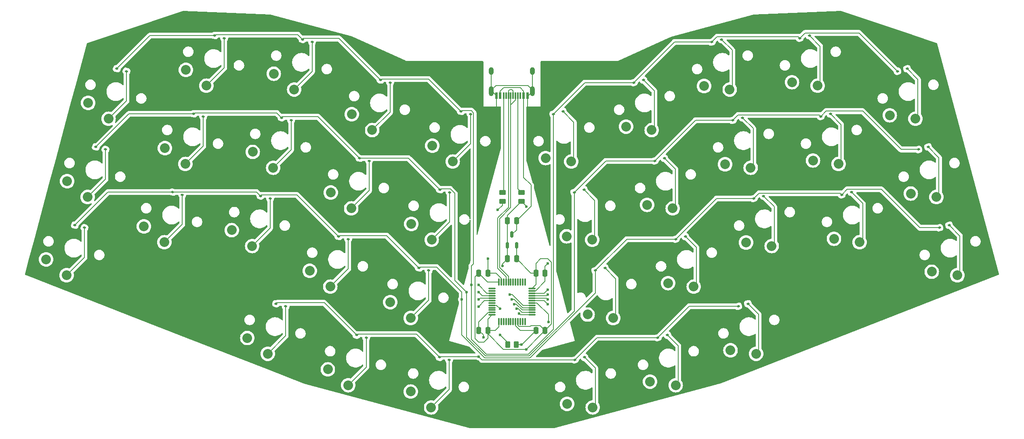
<source format=gtl>
G04 #@! TF.GenerationSoftware,KiCad,Pcbnew,8.0.6+1*
G04 #@! TF.CreationDate,2024-12-08T12:34:52+01:00*
G04 #@! TF.ProjectId,keymini,6b65796d-696e-4692-9e6b-696361645f70,rev?*
G04 #@! TF.SameCoordinates,Original*
G04 #@! TF.FileFunction,Copper,L1,Top*
G04 #@! TF.FilePolarity,Positive*
%FSLAX46Y46*%
G04 Gerber Fmt 4.6, Leading zero omitted, Abs format (unit mm)*
G04 Created by KiCad (PCBNEW 8.0.6+1) date 2024-12-08 12:34:52*
%MOMM*%
%LPD*%
G01*
G04 APERTURE LIST*
G04 Aperture macros list*
%AMRoundRect*
0 Rectangle with rounded corners*
0 $1 Rounding radius*
0 $2 $3 $4 $5 $6 $7 $8 $9 X,Y pos of 4 corners*
0 Add a 4 corners polygon primitive as box body*
4,1,4,$2,$3,$4,$5,$6,$7,$8,$9,$2,$3,0*
0 Add four circle primitives for the rounded corners*
1,1,$1+$1,$2,$3*
1,1,$1+$1,$4,$5*
1,1,$1+$1,$6,$7*
1,1,$1+$1,$8,$9*
0 Add four rect primitives between the rounded corners*
20,1,$1+$1,$2,$3,$4,$5,0*
20,1,$1+$1,$4,$5,$6,$7,0*
20,1,$1+$1,$6,$7,$8,$9,0*
20,1,$1+$1,$8,$9,$2,$3,0*%
G04 Aperture macros list end*
G04 #@! TA.AperFunction,SMDPad,CuDef*
%ADD10RoundRect,0.250000X0.250000X0.475000X-0.250000X0.475000X-0.250000X-0.475000X0.250000X-0.475000X0*%
G04 #@! TD*
G04 #@! TA.AperFunction,ComponentPad*
%ADD11C,2.032000*%
G04 #@! TD*
G04 #@! TA.AperFunction,SMDPad,CuDef*
%ADD12RoundRect,0.112500X-0.210228X-0.060138X0.151994X-0.157195X0.210228X0.060138X-0.151994X0.157195X0*%
G04 #@! TD*
G04 #@! TA.AperFunction,SMDPad,CuDef*
%ADD13RoundRect,0.112500X-0.151994X-0.157195X0.210228X-0.060138X0.151994X0.157195X-0.210228X0.060138X0*%
G04 #@! TD*
G04 #@! TA.AperFunction,SMDPad,CuDef*
%ADD14RoundRect,0.250000X-0.250000X-0.475000X0.250000X-0.475000X0.250000X0.475000X-0.250000X0.475000X0*%
G04 #@! TD*
G04 #@! TA.AperFunction,SMDPad,CuDef*
%ADD15RoundRect,0.250000X0.450000X-0.262500X0.450000X0.262500X-0.450000X0.262500X-0.450000X-0.262500X0*%
G04 #@! TD*
G04 #@! TA.AperFunction,SMDPad,CuDef*
%ADD16RoundRect,0.075000X0.075000X-0.662500X0.075000X0.662500X-0.075000X0.662500X-0.075000X-0.662500X0*%
G04 #@! TD*
G04 #@! TA.AperFunction,SMDPad,CuDef*
%ADD17RoundRect,0.075000X0.662500X-0.075000X0.662500X0.075000X-0.662500X0.075000X-0.662500X-0.075000X0*%
G04 #@! TD*
G04 #@! TA.AperFunction,SMDPad,CuDef*
%ADD18RoundRect,0.250000X-0.450000X0.262500X-0.450000X-0.262500X0.450000X-0.262500X0.450000X0.262500X0*%
G04 #@! TD*
G04 #@! TA.AperFunction,SMDPad,CuDef*
%ADD19RoundRect,0.250000X-0.262500X-0.450000X0.262500X-0.450000X0.262500X0.450000X-0.262500X0.450000X0*%
G04 #@! TD*
G04 #@! TA.AperFunction,SMDPad,CuDef*
%ADD20R,0.600000X1.450000*%
G04 #@! TD*
G04 #@! TA.AperFunction,SMDPad,CuDef*
%ADD21R,0.300000X1.450000*%
G04 #@! TD*
G04 #@! TA.AperFunction,ComponentPad*
%ADD22O,1.000000X2.100000*%
G04 #@! TD*
G04 #@! TA.AperFunction,ComponentPad*
%ADD23O,1.000000X1.600000*%
G04 #@! TD*
G04 #@! TA.AperFunction,SMDPad,CuDef*
%ADD24RoundRect,0.150000X0.150000X-0.512500X0.150000X0.512500X-0.150000X0.512500X-0.150000X-0.512500X0*%
G04 #@! TD*
G04 #@! TA.AperFunction,ViaPad*
%ADD25C,0.600000*%
G04 #@! TD*
G04 #@! TA.AperFunction,Conductor*
%ADD26C,0.200000*%
G04 #@! TD*
G04 APERTURE END LIST*
D10*
G04 #@! TO.P,C2,1*
G04 #@! TO.N,+3.3V*
X150950000Y-72000000D03*
G04 #@! TO.P,C2,2*
G04 #@! TO.N,GND*
X149050000Y-72000000D03*
G04 #@! TD*
D11*
G04 #@! TO.P,SW1J1,1,1*
G04 #@! TO.N,Net-(D1J1-A)*
X234555032Y-42603962D03*
G04 #@! TO.P,SW1J1,2,2*
G04 #@! TO.N,COLJ*
X229181883Y-41869613D03*
G04 #@! TD*
D12*
G04 #@! TO.P,D2A1,1,K*
G04 #@! TO.N,ROW2*
X62773778Y-48514240D03*
G04 #@! TO.P,D2A1,2,A*
G04 #@! TO.N,Net-(D2A1-A)*
X64802222Y-49057760D03*
G04 #@! TD*
G04 #@! TO.P,D4D1,1,K*
G04 #@! TO.N,ROW4*
X117415778Y-88002240D03*
G04 #@! TO.P,D4D1,2,A*
G04 #@! TO.N,Net-(D4D1-A)*
X119444222Y-88545760D03*
G04 #@! TD*
D11*
G04 #@! TO.P,SW4F1,1,1*
G04 #@! TO.N,Net-(D4F1-A)*
X166927032Y-103171962D03*
G04 #@! TO.P,SW4F1,2,2*
G04 #@! TO.N,COLF*
X161553883Y-102437613D03*
G04 #@! TD*
G04 #@! TO.P,SW2I1,1,1*
G04 #@! TO.N,Net-(D2I1-A)*
X218463032Y-52092962D03*
G04 #@! TO.P,SW2I1,2,2*
G04 #@! TO.N,COLI*
X213089883Y-51358613D03*
G04 #@! TD*
G04 #@! TO.P,SW3I1,1,1*
G04 #@! TO.N,Net-(D3I1-A)*
X222862032Y-68512962D03*
G04 #@! TO.P,SW3I1,2,2*
G04 #@! TO.N,COLI*
X217488883Y-67778613D03*
G04 #@! TD*
G04 #@! TO.P,SW1G1,1,1*
G04 #@! TO.N,Net-(D1G1-A)*
X179289032Y-44988962D03*
G04 #@! TO.P,SW1G1,2,2*
G04 #@! TO.N,COLG*
X173915883Y-44254613D03*
G04 #@! TD*
D13*
G04 #@! TO.P,D2H1,1,K*
G04 #@! TO.N,ROW2*
X196282778Y-42920760D03*
G04 #@! TO.P,D2H1,2,A*
G04 #@! TO.N,Net-(D2H1-A)*
X198311222Y-42377240D03*
G04 #@! TD*
D11*
G04 #@! TO.P,SW4E1,1,1*
G04 #@! TO.N,Net-(D4E1-A)*
X133072968Y-103171962D03*
G04 #@! TO.P,SW4E1,2,2*
G04 #@! TO.N,COLE*
X128786858Y-99849423D03*
G04 #@! TD*
D13*
G04 #@! TO.P,D3H1,1,K*
G04 #@! TO.N,ROW3*
X200682778Y-59341760D03*
G04 #@! TO.P,D3H1,2,A*
G04 #@! TO.N,Net-(D3H1-A)*
X202711222Y-58798240D03*
G04 #@! TD*
D12*
G04 #@! TO.P,D4E1,1,K*
G04 #@! TO.N,ROW4*
X134802778Y-92661240D03*
G04 #@! TO.P,D4E1,2,A*
G04 #@! TO.N,Net-(D4E1-A)*
X136831222Y-93204760D03*
G04 #@! TD*
D11*
G04 #@! TO.P,SW3G1,1,1*
G04 #@! TO.N,Net-(D3G1-A)*
X188089032Y-77830962D03*
G04 #@! TO.P,SW3G1,2,2*
G04 #@! TO.N,COLG*
X182715883Y-77096613D03*
G04 #@! TD*
G04 #@! TO.P,SW3C1,1,1*
G04 #@! TO.N,Net-(D3C1-A)*
X95558968Y-69307962D03*
G04 #@! TO.P,SW3C1,2,2*
G04 #@! TO.N,COLC*
X91272858Y-65985423D03*
G04 #@! TD*
D10*
G04 #@! TO.P,C4,1*
G04 #@! TO.N,+3.3V*
X156950000Y-87000000D03*
G04 #@! TO.P,C4,2*
G04 #@! TO.N,GND*
X155050000Y-87000000D03*
G04 #@! TD*
D14*
G04 #@! TO.P,C1,1*
G04 #@! TO.N,GND*
X149050000Y-64000000D03*
G04 #@! TO.P,C1,2*
G04 #@! TO.N,+5V*
X150950000Y-64000000D03*
G04 #@! TD*
D13*
G04 #@! TO.P,D4G1,1,K*
G04 #@! TO.N,ROW4*
X180555778Y-88545760D03*
G04 #@! TO.P,D4G1,2,A*
G04 #@! TO.N,Net-(D4G1-A)*
X182584222Y-88002240D03*
G04 #@! TD*
D14*
G04 #@! TO.P,C3,1*
G04 #@! TO.N,+3.3V*
X155050000Y-75000000D03*
G04 #@! TO.P,C3,2*
G04 #@! TO.N,GND*
X156950000Y-75000000D03*
G04 #@! TD*
D13*
G04 #@! TO.P,D2G1,1,K*
G04 #@! TO.N,ROW2*
X179931778Y-51442760D03*
G04 #@! TO.P,D2G1,2,A*
G04 #@! TO.N,Net-(D2G1-A)*
X181960222Y-50899240D03*
G04 #@! TD*
G04 #@! TO.P,D1I1,1,K*
G04 #@! TO.N,ROW1*
X210304778Y-25704760D03*
G04 #@! TO.P,D1I1,2,A*
G04 #@! TO.N,Net-(D1I1-A)*
X212333222Y-25161240D03*
G04 #@! TD*
D11*
G04 #@! TO.P,SW4D1,1,1*
G04 #@! TO.N,Net-(D4D1-A)*
X115686968Y-98512962D03*
G04 #@! TO.P,SW4D1,2,2*
G04 #@! TO.N,COLD*
X111400858Y-95190423D03*
G04 #@! TD*
G04 #@! TO.P,SW4C1,1,1*
G04 #@! TO.N,Net-(D4C1-A)*
X98817968Y-91921962D03*
G04 #@! TO.P,SW4C1,2,2*
G04 #@! TO.N,COLC*
X94531858Y-88599423D03*
G04 #@! TD*
D12*
G04 #@! TO.P,D2B1,1,K*
G04 #@! TO.N,ROW2*
X83266778Y-41582240D03*
G04 #@! TO.P,D2B1,2,A*
G04 #@! TO.N,Net-(D2B1-A)*
X85295222Y-42125760D03*
G04 #@! TD*
D15*
G04 #@! TO.P,R2,1*
G04 #@! TO.N,GND*
X148000000Y-59912500D03*
G04 #@! TO.P,R2,2*
G04 #@! TO.N,Net-(J1-CC2)*
X148000000Y-58087500D03*
G04 #@! TD*
D16*
G04 #@! TO.P,U1,1,VBAT*
G04 #@! TO.N,+3.3V*
X147250000Y-85162500D03*
G04 #@! TO.P,U1,2,PC13*
G04 #@! TO.N,unconnected-(U1-PC13-Pad2)*
X147750000Y-85162500D03*
G04 #@! TO.P,U1,3,PC14*
G04 #@! TO.N,unconnected-(U1-PC14-Pad3)*
X148250000Y-85162500D03*
G04 #@! TO.P,U1,4,PC15*
G04 #@! TO.N,unconnected-(U1-PC15-Pad4)*
X148750000Y-85162500D03*
G04 #@! TO.P,U1,5,PF0*
G04 #@! TO.N,unconnected-(U1-PF0-Pad5)*
X149250000Y-85162500D03*
G04 #@! TO.P,U1,6,PF1*
G04 #@! TO.N,unconnected-(U1-PF1-Pad6)*
X149750000Y-85162500D03*
G04 #@! TO.P,U1,7,NRST*
G04 #@! TO.N,unconnected-(U1-NRST-Pad7)*
X150250000Y-85162500D03*
G04 #@! TO.P,U1,8,VSSA*
G04 #@! TO.N,GND*
X150750000Y-85162500D03*
G04 #@! TO.P,U1,9,VDDA*
G04 #@! TO.N,+3.3V*
X151250000Y-85162500D03*
G04 #@! TO.P,U1,10,PA0*
G04 #@! TO.N,unconnected-(U1-PA0-Pad10)*
X151750000Y-85162500D03*
G04 #@! TO.P,U1,11,PA1*
G04 #@! TO.N,unconnected-(U1-PA1-Pad11)*
X152250000Y-85162500D03*
G04 #@! TO.P,U1,12,PA2*
G04 #@! TO.N,unconnected-(U1-PA2-Pad12)*
X152750000Y-85162500D03*
D17*
G04 #@! TO.P,U1,13,PA3*
G04 #@! TO.N,COLA*
X154162500Y-83750000D03*
G04 #@! TO.P,U1,14,PA4*
G04 #@! TO.N,COLB*
X154162500Y-83250000D03*
G04 #@! TO.P,U1,15,PA5*
G04 #@! TO.N,COLC*
X154162500Y-82750000D03*
G04 #@! TO.P,U1,16,PA6*
G04 #@! TO.N,COLD*
X154162500Y-82250000D03*
G04 #@! TO.P,U1,17,PA7*
G04 #@! TO.N,COLE*
X154162500Y-81750000D03*
G04 #@! TO.P,U1,18,PB0*
G04 #@! TO.N,COLF*
X154162500Y-81250000D03*
G04 #@! TO.P,U1,19,PB1*
G04 #@! TO.N,COLG*
X154162500Y-80750000D03*
G04 #@! TO.P,U1,20,PB2*
G04 #@! TO.N,COLH*
X154162500Y-80250000D03*
G04 #@! TO.P,U1,21,PB10*
G04 #@! TO.N,COLI*
X154162500Y-79750000D03*
G04 #@! TO.P,U1,22,PB11*
G04 #@! TO.N,COLJ*
X154162500Y-79250000D03*
G04 #@! TO.P,U1,23,VSS*
G04 #@! TO.N,GND*
X154162500Y-78750000D03*
G04 #@! TO.P,U1,24,VDD*
G04 #@! TO.N,+3.3V*
X154162500Y-78250000D03*
D16*
G04 #@! TO.P,U1,25,PB12*
G04 #@! TO.N,unconnected-(U1-PB12-Pad25)*
X152750000Y-76837500D03*
G04 #@! TO.P,U1,26,PB13*
G04 #@! TO.N,unconnected-(U1-PB13-Pad26)*
X152250000Y-76837500D03*
G04 #@! TO.P,U1,27,PB14*
G04 #@! TO.N,unconnected-(U1-PB14-Pad27)*
X151750000Y-76837500D03*
G04 #@! TO.P,U1,28,PB15*
G04 #@! TO.N,unconnected-(U1-PB15-Pad28)*
X151250000Y-76837500D03*
G04 #@! TO.P,U1,29,PA8*
G04 #@! TO.N,unconnected-(U1-PA8-Pad29)*
X150750000Y-76837500D03*
G04 #@! TO.P,U1,30,PA9*
G04 #@! TO.N,unconnected-(U1-PA9-Pad30)*
X150250000Y-76837500D03*
G04 #@! TO.P,U1,31,PA10*
G04 #@! TO.N,unconnected-(U1-PA10-Pad31)*
X149750000Y-76837500D03*
G04 #@! TO.P,U1,32,PA11*
G04 #@! TO.N,D-*
X149250000Y-76837500D03*
G04 #@! TO.P,U1,33,PA12*
G04 #@! TO.N,D+*
X148750000Y-76837500D03*
G04 #@! TO.P,U1,34,PA13*
G04 #@! TO.N,SWDIO*
X148250000Y-76837500D03*
G04 #@! TO.P,U1,35,VSS*
G04 #@! TO.N,GND*
X147750000Y-76837500D03*
G04 #@! TO.P,U1,36,VDDIO2*
G04 #@! TO.N,+3.3V*
X147250000Y-76837500D03*
D17*
G04 #@! TO.P,U1,37,PA14*
G04 #@! TO.N,SWDCLK*
X145837500Y-78250000D03*
G04 #@! TO.P,U1,38,PA15*
G04 #@! TO.N,unconnected-(U1-PA15-Pad38)*
X145837500Y-78750000D03*
G04 #@! TO.P,U1,39,PB3*
G04 #@! TO.N,ROW1*
X145837500Y-79250000D03*
G04 #@! TO.P,U1,40,PB4*
G04 #@! TO.N,ROW2*
X145837500Y-79750000D03*
G04 #@! TO.P,U1,41,PB5*
G04 #@! TO.N,ROW3*
X145837500Y-80250000D03*
G04 #@! TO.P,U1,42,PB6*
G04 #@! TO.N,ROW4*
X145837500Y-80750000D03*
G04 #@! TO.P,U1,43,PB7*
G04 #@! TO.N,unconnected-(U1-PB7-Pad43)*
X145837500Y-81250000D03*
G04 #@! TO.P,U1,44,BOOT0*
G04 #@! TO.N,Net-(U1-BOOT0)*
X145837500Y-81750000D03*
G04 #@! TO.P,U1,45,PB8*
G04 #@! TO.N,unconnected-(U1-PB8-Pad45)*
X145837500Y-82250000D03*
G04 #@! TO.P,U1,46,PB9*
G04 #@! TO.N,unconnected-(U1-PB9-Pad46)*
X145837500Y-82750000D03*
G04 #@! TO.P,U1,47,VSS*
G04 #@! TO.N,GND*
X145837500Y-83250000D03*
G04 #@! TO.P,U1,48,VDD*
G04 #@! TO.N,+3.3V*
X145837500Y-83750000D03*
G04 #@! TD*
D11*
G04 #@! TO.P,SW2F1,1,1*
G04 #@! TO.N,Net-(D2F1-A)*
X166820032Y-68000962D03*
G04 #@! TO.P,SW2F1,2,2*
G04 #@! TO.N,COLF*
X161446883Y-67266613D03*
G04 #@! TD*
G04 #@! TO.P,SW4G1,1,1*
G04 #@! TO.N,Net-(D4G1-A)*
X184313032Y-98512962D03*
G04 #@! TO.P,SW4G1,2,2*
G04 #@! TO.N,COLG*
X178939883Y-97778613D03*
G04 #@! TD*
D13*
G04 #@! TO.P,D2F1,1,K*
G04 #@! TO.N,ROW2*
X163062778Y-58033760D03*
G04 #@! TO.P,D2F1,2,A*
G04 #@! TO.N,Net-(D2F1-A)*
X165091222Y-57490240D03*
G04 #@! TD*
D11*
G04 #@! TO.P,SW2G1,1,1*
G04 #@! TO.N,Net-(D2G1-A)*
X183689032Y-61409962D03*
G04 #@! TO.P,SW2G1,2,2*
G04 #@! TO.N,COLG*
X178315883Y-60675613D03*
G04 #@! TD*
D12*
G04 #@! TO.P,D3C1,1,K*
G04 #@! TO.N,ROW3*
X97288778Y-58798240D03*
G04 #@! TO.P,D3C1,2,A*
G04 #@! TO.N,Net-(D3C1-A)*
X99317222Y-59341760D03*
G04 #@! TD*
G04 #@! TO.P,D3B1,1,K*
G04 #@! TO.N,ROW3*
X78866778Y-58003240D03*
G04 #@! TO.P,D3B1,2,A*
G04 #@! TO.N,Net-(D3B1-A)*
X80895222Y-58546760D03*
G04 #@! TD*
G04 #@! TO.P,D1A1,1,K*
G04 #@! TO.N,ROW1*
X67173778Y-32093240D03*
G04 #@! TO.P,D1A1,2,A*
G04 #@! TO.N,Net-(D1A1-A)*
X69202222Y-32636760D03*
G04 #@! TD*
D11*
G04 #@! TO.P,SW1H1,1,1*
G04 #@! TO.N,Net-(D1H1-A)*
X195641032Y-36466962D03*
G04 #@! TO.P,SW1H1,2,2*
G04 #@! TO.N,COLH*
X190267883Y-35732613D03*
G04 #@! TD*
G04 #@! TO.P,SW3A1,1,1*
G04 #@! TO.N,Net-(D3A1-A)*
X56644968Y-75445962D03*
G04 #@! TO.P,SW3A1,2,2*
G04 #@! TO.N,COLA*
X52358858Y-72123423D03*
G04 #@! TD*
G04 #@! TO.P,SW3F1,1,1*
G04 #@! TO.N,Net-(D3F1-A)*
X171220032Y-84420962D03*
G04 #@! TO.P,SW3F1,2,2*
G04 #@! TO.N,COLF*
X165846883Y-83686613D03*
G04 #@! TD*
D12*
G04 #@! TO.P,D4C1,1,K*
G04 #@! TO.N,ROW4*
X100546778Y-81411240D03*
G04 #@! TO.P,D4C1,2,A*
G04 #@! TO.N,Net-(D4C1-A)*
X102575222Y-81954760D03*
G04 #@! TD*
D11*
G04 #@! TO.P,SW2E1,1,1*
G04 #@! TO.N,Net-(D2E1-A)*
X133179968Y-68000962D03*
G04 #@! TO.P,SW2E1,2,2*
G04 #@! TO.N,COLE*
X128893858Y-64678423D03*
G04 #@! TD*
D18*
G04 #@! TO.P,R1,1*
G04 #@! TO.N,Net-(J1-CC1)*
X152000000Y-58087500D03*
G04 #@! TO.P,R1,2*
G04 #@! TO.N,GND*
X152000000Y-59912500D03*
G04 #@! TD*
D19*
G04 #@! TO.P,R3,1*
G04 #@! TO.N,Net-(U1-BOOT0)*
X149087500Y-90000000D03*
G04 #@! TO.P,R3,2*
G04 #@! TO.N,GND*
X150912500Y-90000000D03*
G04 #@! TD*
D12*
G04 #@! TO.P,D1B1,1,K*
G04 #@! TO.N,ROW1*
X87666778Y-25161240D03*
G04 #@! TO.P,D1B1,2,A*
G04 #@! TO.N,Net-(D1B1-A)*
X89695222Y-25704760D03*
G04 #@! TD*
G04 #@! TO.P,D1C1,1,K*
G04 #@! TO.N,ROW1*
X106088778Y-25956240D03*
G04 #@! TO.P,D1C1,2,A*
G04 #@! TO.N,Net-(D1C1-A)*
X108117222Y-26499760D03*
G04 #@! TD*
D11*
G04 #@! TO.P,SW3D1,1,1*
G04 #@! TO.N,Net-(D3D1-A)*
X111910968Y-77830962D03*
G04 #@! TO.P,SW3D1,2,2*
G04 #@! TO.N,COLD*
X107624858Y-74508423D03*
G04 #@! TD*
G04 #@! TO.P,SW3J1,1,1*
G04 #@! TO.N,Net-(D3J1-A)*
X243355032Y-75445962D03*
G04 #@! TO.P,SW3J1,2,2*
G04 #@! TO.N,COLJ*
X237981883Y-74711613D03*
G04 #@! TD*
G04 #@! TO.P,SW3B1,1,1*
G04 #@! TO.N,Net-(D3B1-A)*
X77137968Y-68512962D03*
G04 #@! TO.P,SW3B1,2,2*
G04 #@! TO.N,COLB*
X72851858Y-65190423D03*
G04 #@! TD*
G04 #@! TO.P,SW1F1,1,1*
G04 #@! TO.N,Net-(D1F1-A)*
X162420032Y-51579962D03*
G04 #@! TO.P,SW1F1,2,2*
G04 #@! TO.N,COLF*
X157046883Y-50845613D03*
G04 #@! TD*
G04 #@! TO.P,SW2D1,1,1*
G04 #@! TO.N,Net-(D2D1-A)*
X116310968Y-61409962D03*
G04 #@! TO.P,SW2D1,2,2*
G04 #@! TO.N,COLD*
X112024858Y-58087423D03*
G04 #@! TD*
D14*
G04 #@! TO.P,C6,1*
G04 #@! TO.N,+3.3V*
X143050000Y-75000000D03*
G04 #@! TO.P,C6,2*
G04 #@! TO.N,GND*
X144950000Y-75000000D03*
G04 #@! TD*
D11*
G04 #@! TO.P,SW4H1,1,1*
G04 #@! TO.N,Net-(D4H1-A)*
X201182032Y-91921962D03*
G04 #@! TO.P,SW4H1,2,2*
G04 #@! TO.N,COLH*
X195808883Y-91187613D03*
G04 #@! TD*
D13*
G04 #@! TO.P,D1J1,1,K*
G04 #@! TO.N,ROW1*
X230797778Y-32636760D03*
G04 #@! TO.P,D1J1,2,A*
G04 #@! TO.N,Net-(D1J1-A)*
X232826222Y-32093240D03*
G04 #@! TD*
D12*
G04 #@! TO.P,D3E1,1,K*
G04 #@! TO.N,ROW3*
X130508778Y-73911240D03*
G04 #@! TO.P,D3E1,2,A*
G04 #@! TO.N,Net-(D3E1-A)*
X132537222Y-74454760D03*
G04 #@! TD*
G04 #@! TO.P,D3D1,1,K*
G04 #@! TO.N,ROW3*
X113639778Y-67320240D03*
G04 #@! TO.P,D3D1,2,A*
G04 #@! TO.N,Net-(D3D1-A)*
X115668222Y-67863760D03*
G04 #@! TD*
G04 #@! TO.P,D2E1,1,K*
G04 #@! TO.N,ROW2*
X134908778Y-57490240D03*
G04 #@! TO.P,D2E1,2,A*
G04 #@! TO.N,Net-(D2E1-A)*
X136937222Y-58033760D03*
G04 #@! TD*
G04 #@! TO.P,D1E1,1,K*
G04 #@! TO.N,ROW1*
X139308778Y-41069240D03*
G04 #@! TO.P,D1E1,2,A*
G04 #@! TO.N,Net-(D1E1-A)*
X141337222Y-41612760D03*
G04 #@! TD*
D13*
G04 #@! TO.P,D2I1,1,K*
G04 #@! TO.N,ROW2*
X214704778Y-42125760D03*
G04 #@! TO.P,D2I1,2,A*
G04 #@! TO.N,Net-(D2I1-A)*
X216733222Y-41582240D03*
G04 #@! TD*
G04 #@! TO.P,D1F1,1,K*
G04 #@! TO.N,ROW1*
X158662778Y-41612760D03*
G04 #@! TO.P,D1F1,2,A*
G04 #@! TO.N,Net-(D1F1-A)*
X160691222Y-41069240D03*
G04 #@! TD*
D11*
G04 #@! TO.P,SW2B1,1,1*
G04 #@! TO.N,Net-(D2B1-A)*
X81536968Y-52092962D03*
G04 #@! TO.P,SW2B1,2,2*
G04 #@! TO.N,COLB*
X77250858Y-48770423D03*
G04 #@! TD*
D13*
G04 #@! TO.P,D1H1,1,K*
G04 #@! TO.N,ROW1*
X191882778Y-26499760D03*
G04 #@! TO.P,D1H1,2,A*
G04 #@! TO.N,Net-(D1H1-A)*
X193911222Y-25956240D03*
G04 #@! TD*
D11*
G04 #@! TO.P,SW1E1,1,1*
G04 #@! TO.N,Net-(D1E1-A)*
X137579968Y-51579962D03*
G04 #@! TO.P,SW1E1,2,2*
G04 #@! TO.N,COLE*
X133293858Y-48257423D03*
G04 #@! TD*
D13*
G04 #@! TO.P,D3I1,1,K*
G04 #@! TO.N,ROW3*
X219104778Y-58546760D03*
G04 #@! TO.P,D3I1,2,A*
G04 #@! TO.N,Net-(D3I1-A)*
X221133222Y-58003240D03*
G04 #@! TD*
G04 #@! TO.P,D3J1,1,K*
G04 #@! TO.N,ROW3*
X239597778Y-65478760D03*
G04 #@! TO.P,D3J1,2,A*
G04 #@! TO.N,Net-(D3J1-A)*
X241626222Y-64935240D03*
G04 #@! TD*
D10*
G04 #@! TO.P,C5,1*
G04 #@! TO.N,+3.3V*
X144950000Y-87000000D03*
G04 #@! TO.P,C5,2*
G04 #@! TO.N,GND*
X143050000Y-87000000D03*
G04 #@! TD*
D12*
G04 #@! TO.P,D2C1,1,K*
G04 #@! TO.N,ROW2*
X101688778Y-42377240D03*
G04 #@! TO.P,D2C1,2,A*
G04 #@! TO.N,Net-(D2C1-A)*
X103717222Y-42920760D03*
G04 #@! TD*
D20*
G04 #@! TO.P,J1,A1,GND*
G04 #@! TO.N,GND*
X153250000Y-37720000D03*
G04 #@! TO.P,J1,A4,VBUS*
G04 #@! TO.N,+5V*
X152450000Y-37720000D03*
D21*
G04 #@! TO.P,J1,A5,CC1*
G04 #@! TO.N,Net-(J1-CC1)*
X151250000Y-37720000D03*
G04 #@! TO.P,J1,A6,D+*
G04 #@! TO.N,D+*
X150250000Y-37720000D03*
G04 #@! TO.P,J1,A7,D-*
G04 #@! TO.N,D-*
X149750000Y-37720000D03*
G04 #@! TO.P,J1,A8,SBU1*
G04 #@! TO.N,unconnected-(J1-SBU1-PadA8)*
X148750000Y-37720000D03*
D20*
G04 #@! TO.P,J1,A9,VBUS*
G04 #@! TO.N,+5V*
X147550000Y-37720000D03*
G04 #@! TO.P,J1,A12,GND*
G04 #@! TO.N,GND*
X146750000Y-37720000D03*
G04 #@! TO.P,J1,B1,GND*
X146750000Y-37720000D03*
G04 #@! TO.P,J1,B4,VBUS*
G04 #@! TO.N,+5V*
X147550000Y-37720000D03*
D21*
G04 #@! TO.P,J1,B5,CC2*
G04 #@! TO.N,Net-(J1-CC2)*
X148250000Y-37720000D03*
G04 #@! TO.P,J1,B6,D+*
G04 #@! TO.N,D+*
X149250000Y-37720000D03*
G04 #@! TO.P,J1,B7,D-*
G04 #@! TO.N,D-*
X150750000Y-37720000D03*
G04 #@! TO.P,J1,B8,SBU2*
G04 #@! TO.N,unconnected-(J1-SBU2-PadB8)*
X151750000Y-37720000D03*
D20*
G04 #@! TO.P,J1,B9,VBUS*
G04 #@! TO.N,+5V*
X152450000Y-37720000D03*
G04 #@! TO.P,J1,B12,GND*
G04 #@! TO.N,GND*
X153250000Y-37720000D03*
D22*
G04 #@! TO.P,J1,S1,SHIELD*
X154320000Y-36805000D03*
D23*
X154320000Y-32625000D03*
D22*
X145680000Y-36805000D03*
D23*
X145680000Y-32625000D03*
G04 #@! TD*
D13*
G04 #@! TO.P,D3F1,1,K*
G04 #@! TO.N,ROW3*
X167462778Y-74454760D03*
G04 #@! TO.P,D3F1,2,A*
G04 #@! TO.N,Net-(D3F1-A)*
X169491222Y-73911240D03*
G04 #@! TD*
D11*
G04 #@! TO.P,SW3H1,1,1*
G04 #@! TO.N,Net-(D3H1-A)*
X204441032Y-69307962D03*
G04 #@! TO.P,SW3H1,2,2*
G04 #@! TO.N,COLH*
X199067883Y-68573613D03*
G04 #@! TD*
G04 #@! TO.P,SW2J1,1,1*
G04 #@! TO.N,Net-(D2J1-A)*
X238955032Y-59024962D03*
G04 #@! TO.P,SW2J1,2,2*
G04 #@! TO.N,COLJ*
X233581883Y-58290613D03*
G04 #@! TD*
D12*
G04 #@! TO.P,D2D1,1,K*
G04 #@! TO.N,ROW2*
X118039778Y-50899240D03*
G04 #@! TO.P,D2D1,2,A*
G04 #@! TO.N,Net-(D2D1-A)*
X120068222Y-51442760D03*
G04 #@! TD*
D13*
G04 #@! TO.P,D3G1,1,K*
G04 #@! TO.N,ROW3*
X184331778Y-67863760D03*
G04 #@! TO.P,D3G1,2,A*
G04 #@! TO.N,Net-(D3G1-A)*
X186360222Y-67320240D03*
G04 #@! TD*
D11*
G04 #@! TO.P,SW1B1,1,1*
G04 #@! TO.N,Net-(D1B1-A)*
X85936968Y-35671962D03*
G04 #@! TO.P,SW1B1,2,2*
G04 #@! TO.N,COLB*
X81650858Y-32349423D03*
G04 #@! TD*
G04 #@! TO.P,SW1D1,1,1*
G04 #@! TO.N,Net-(D1D1-A)*
X120710968Y-44988962D03*
G04 #@! TO.P,SW1D1,2,2*
G04 #@! TO.N,COLD*
X116424858Y-41666423D03*
G04 #@! TD*
D24*
G04 #@! TO.P,U2,1,GND*
G04 #@! TO.N,GND*
X149050000Y-69137500D03*
G04 #@! TO.P,U2,2,VO*
G04 #@! TO.N,+3.3V*
X150950000Y-69137500D03*
G04 #@! TO.P,U2,3,VI*
G04 #@! TO.N,+5V*
X150000000Y-66862500D03*
G04 #@! TD*
D11*
G04 #@! TO.P,SW2A1,1,1*
G04 #@! TO.N,Net-(D2A1-A)*
X61044968Y-59024962D03*
G04 #@! TO.P,SW2A1,2,2*
G04 #@! TO.N,COLA*
X56758858Y-55702423D03*
G04 #@! TD*
G04 #@! TO.P,SW1A1,1,1*
G04 #@! TO.N,Net-(D1A1-A)*
X65444968Y-42603962D03*
G04 #@! TO.P,SW1A1,2,2*
G04 #@! TO.N,COLA*
X61158858Y-39281423D03*
G04 #@! TD*
D12*
G04 #@! TO.P,D3A1,1,K*
G04 #@! TO.N,ROW3*
X58373778Y-64935240D03*
G04 #@! TO.P,D3A1,2,A*
G04 #@! TO.N,Net-(D3A1-A)*
X60402222Y-65478760D03*
G04 #@! TD*
D13*
G04 #@! TO.P,D4H1,1,K*
G04 #@! TO.N,ROW4*
X197424778Y-81954760D03*
G04 #@! TO.P,D4H1,2,A*
G04 #@! TO.N,Net-(D4H1-A)*
X199453222Y-81411240D03*
G04 #@! TD*
D11*
G04 #@! TO.P,SW3E1,1,1*
G04 #@! TO.N,Net-(D3E1-A)*
X128779968Y-84420962D03*
G04 #@! TO.P,SW3E1,2,2*
G04 #@! TO.N,COLE*
X124493858Y-81098423D03*
G04 #@! TD*
D13*
G04 #@! TO.P,D2J1,1,K*
G04 #@! TO.N,ROW2*
X235197778Y-49057760D03*
G04 #@! TO.P,D2J1,2,A*
G04 #@! TO.N,Net-(D2J1-A)*
X237226222Y-48514240D03*
G04 #@! TD*
D12*
G04 #@! TO.P,D1D1,1,K*
G04 #@! TO.N,ROW1*
X122439778Y-34479240D03*
G04 #@! TO.P,D1D1,2,A*
G04 #@! TO.N,Net-(D1D1-A)*
X124468222Y-35022760D03*
G04 #@! TD*
D13*
G04 #@! TO.P,D4F1,1,K*
G04 #@! TO.N,ROW4*
X163168778Y-93204760D03*
G04 #@! TO.P,D4F1,2,A*
G04 #@! TO.N,Net-(D4F1-A)*
X165197222Y-92661240D03*
G04 #@! TD*
D11*
G04 #@! TO.P,SW2C1,1,1*
G04 #@! TO.N,Net-(D2C1-A)*
X99958968Y-52887962D03*
G04 #@! TO.P,SW2C1,2,2*
G04 #@! TO.N,COLC*
X95672858Y-49565423D03*
G04 #@! TD*
G04 #@! TO.P,SW1C1,1,1*
G04 #@! TO.N,Net-(D1C1-A)*
X104358968Y-36466962D03*
G04 #@! TO.P,SW1C1,2,2*
G04 #@! TO.N,COLC*
X100072858Y-33144423D03*
G04 #@! TD*
G04 #@! TO.P,SW2H1,1,1*
G04 #@! TO.N,Net-(D2H1-A)*
X200041032Y-52887962D03*
G04 #@! TO.P,SW2H1,2,2*
G04 #@! TO.N,COLH*
X194667883Y-52153613D03*
G04 #@! TD*
D13*
G04 #@! TO.P,D1G1,1,K*
G04 #@! TO.N,ROW1*
X175531778Y-35022760D03*
G04 #@! TO.P,D1G1,2,A*
G04 #@! TO.N,Net-(D1G1-A)*
X177560222Y-34479240D03*
G04 #@! TD*
D11*
G04 #@! TO.P,SW1I1,1,1*
G04 #@! TO.N,Net-(D1I1-A)*
X214063032Y-35671962D03*
G04 #@! TO.P,SW1I1,2,2*
G04 #@! TO.N,COLI*
X208689883Y-34937613D03*
G04 #@! TD*
D25*
G04 #@! TO.N,GND*
X148000000Y-73500000D03*
X145000000Y-72000000D03*
X153000000Y-61000000D03*
X147000000Y-61750000D03*
X152000000Y-90000000D03*
X144000000Y-88500000D03*
X157500000Y-73000000D03*
G04 #@! TO.N,+3.3V*
X153000000Y-91000000D03*
G04 #@! TO.N,ROW1*
X141500000Y-77500000D03*
X143000000Y-77500000D03*
G04 #@! TO.N,ROW2*
X140500000Y-79000000D03*
X143000000Y-79000000D03*
G04 #@! TO.N,ROW3*
X139500000Y-80500000D03*
X143000000Y-80500000D03*
G04 #@! TO.N,ROW4*
X143000000Y-92500000D03*
X143000000Y-82000000D03*
G04 #@! TO.N,Net-(U1-BOOT0)*
X147500000Y-82500000D03*
X147500000Y-88000000D03*
G04 #@! TO.N,COLA*
X151500000Y-83500000D03*
G04 #@! TO.N,COLB*
X151000000Y-82500000D03*
G04 #@! TO.N,COLC*
X150500000Y-81500000D03*
G04 #@! TO.N,COLD*
X150000000Y-80500000D03*
G04 #@! TO.N,COLE*
X149500000Y-79500000D03*
G04 #@! TO.N,COLF*
X157662778Y-85250000D03*
G04 #@! TO.N,COLG*
X157500000Y-81500000D03*
G04 #@! TO.N,COLH*
X157500000Y-80500000D03*
G04 #@! TO.N,COLI*
X157481389Y-79481389D03*
G04 #@! TO.N,COLJ*
X157500000Y-78500000D03*
G04 #@! TD*
D26*
G04 #@! TO.N,+5V*
X148245000Y-36100000D02*
X151755000Y-36100000D01*
X147550000Y-36795000D02*
X148245000Y-36100000D01*
X152450000Y-37720000D02*
X152450000Y-54950000D01*
X152450000Y-36795000D02*
X152450000Y-37720000D01*
X151755000Y-36100000D02*
X152450000Y-36795000D01*
X152450000Y-54950000D02*
X154000000Y-56500000D01*
X154000000Y-56500000D02*
X154000000Y-60950000D01*
X150950000Y-65912500D02*
X150000000Y-66862500D01*
X154000000Y-60950000D02*
X150950000Y-64000000D01*
X147550000Y-37720000D02*
X147550000Y-36795000D01*
X150950000Y-64000000D02*
X150950000Y-65912500D01*
G04 #@! TO.N,GND*
X152000000Y-90000000D02*
X150912500Y-90000000D01*
X147750000Y-76837500D02*
X147750000Y-76067590D01*
X147750000Y-76067590D02*
X146682410Y-75000000D01*
X156950000Y-73550000D02*
X156950000Y-75000000D01*
X154162500Y-78750000D02*
X154932410Y-78750000D01*
X145680000Y-36555000D02*
X146635000Y-35600000D01*
X153365000Y-35600000D02*
X154320000Y-36555000D01*
X144000000Y-88500000D02*
X144000000Y-87950000D01*
X149050000Y-69137500D02*
X149050000Y-72000000D01*
X145680000Y-36805000D02*
X145680000Y-36555000D01*
X145000000Y-74950000D02*
X144950000Y-75000000D01*
X157500000Y-73000000D02*
X156950000Y-73550000D01*
X147000000Y-61750000D02*
X148000000Y-60750000D01*
X144000000Y-87950000D02*
X143050000Y-87000000D01*
X149050000Y-64000000D02*
X149050000Y-69137500D01*
X145837500Y-83250000D02*
X145067590Y-83250000D01*
X155050000Y-87000000D02*
X153025000Y-89025000D01*
X154320000Y-36555000D02*
X154320000Y-36805000D01*
X145680000Y-32625000D02*
X145680000Y-36805000D01*
X148000000Y-73050000D02*
X149050000Y-72000000D01*
X145067590Y-83250000D02*
X143050000Y-85267590D01*
X153000000Y-61000000D02*
X153000000Y-60912500D01*
X145680000Y-36805000D02*
X145835000Y-36805000D01*
X153025000Y-89025000D02*
X152050000Y-90000000D01*
X148000000Y-60750000D02*
X148000000Y-59912500D01*
X143050000Y-85267590D02*
X143050000Y-87000000D01*
X151751904Y-87000000D02*
X155050000Y-87000000D01*
X148000000Y-73500000D02*
X148000000Y-73050000D01*
X153250000Y-37720000D02*
X153250000Y-42250000D01*
X149050000Y-64000000D02*
X149050000Y-62862500D01*
X153000000Y-60912500D02*
X152000000Y-59912500D01*
X146682410Y-75000000D02*
X144950000Y-75000000D01*
X149050000Y-62862500D02*
X152000000Y-59912500D01*
X145000000Y-72000000D02*
X145000000Y-74950000D01*
X153250000Y-37720000D02*
X153405000Y-37720000D01*
X154932410Y-78750000D02*
X156950000Y-76732410D01*
X146750000Y-37720000D02*
X146750000Y-42250000D01*
X156950000Y-76732410D02*
X156950000Y-75000000D01*
X154320000Y-36805000D02*
X154320000Y-32625000D01*
X152050000Y-90000000D02*
X152000000Y-90000000D01*
X150750000Y-85162500D02*
X150750000Y-85998096D01*
X153405000Y-37720000D02*
X154320000Y-36805000D01*
X146635000Y-35600000D02*
X153365000Y-35600000D01*
X145835000Y-36805000D02*
X146750000Y-37720000D01*
X150750000Y-85998096D02*
X151751904Y-87000000D01*
G04 #@! TO.N,+3.3V*
X144950000Y-88662500D02*
X144950000Y-87000000D01*
X158262778Y-72762778D02*
X158262778Y-85687222D01*
X155925000Y-85975000D02*
X156950000Y-87000000D01*
X145837500Y-83750000D02*
X144950000Y-84637500D01*
X151250000Y-85932410D02*
X151517590Y-86200000D01*
X154162500Y-78250000D02*
X155050000Y-77362500D01*
X144950000Y-87725000D02*
X148225000Y-91000000D01*
X155050000Y-72950000D02*
X156000000Y-72000000D01*
X148225000Y-91000000D02*
X152950000Y-91000000D01*
X144950000Y-87000000D02*
X144950000Y-87725000D01*
X147250000Y-86250000D02*
X147250000Y-85162500D01*
X153800000Y-86200000D02*
X154025000Y-85975000D01*
X157500000Y-72000000D02*
X158262778Y-72762778D01*
X144950000Y-84637500D02*
X144950000Y-87000000D01*
X155050000Y-75000000D02*
X155050000Y-72950000D01*
X158262778Y-85687222D02*
X156950000Y-87000000D01*
X151250000Y-85162500D02*
X151250000Y-85932410D01*
X143050000Y-75000000D02*
X142250000Y-75800000D01*
X150950000Y-72000000D02*
X153950000Y-75000000D01*
X144887500Y-76837500D02*
X143050000Y-75000000D01*
X152975000Y-90975000D02*
X155975000Y-87975000D01*
X146500000Y-87000000D02*
X147250000Y-86250000D01*
X143000000Y-89500000D02*
X144112500Y-89500000D01*
X147250000Y-76837500D02*
X144887500Y-76837500D01*
X153950000Y-75000000D02*
X155050000Y-75000000D01*
X144950000Y-87000000D02*
X146500000Y-87000000D01*
X156000000Y-72000000D02*
X157500000Y-72000000D01*
X155050000Y-77362500D02*
X155050000Y-75000000D01*
X151517590Y-86200000D02*
X153800000Y-86200000D01*
X142250000Y-88750000D02*
X143000000Y-89500000D01*
X155975000Y-87975000D02*
X156950000Y-87000000D01*
X152950000Y-91000000D02*
X152975000Y-90975000D01*
X144112500Y-89500000D02*
X144950000Y-88662500D01*
X150950000Y-69137500D02*
X150950000Y-72000000D01*
X142250000Y-75800000D02*
X142250000Y-88750000D01*
X154025000Y-85975000D02*
X155925000Y-85975000D01*
G04 #@! TO.N,Net-(D1A1-A)*
X69202222Y-38846708D02*
X65444968Y-42603962D01*
X69202222Y-32636760D02*
X69202222Y-38846708D01*
G04 #@! TO.N,ROW1*
X106088778Y-25956240D02*
X106272490Y-25772528D01*
X222751340Y-24590322D02*
X230797778Y-32636760D01*
X74105778Y-25161240D02*
X87666778Y-25161240D01*
X141961173Y-41381252D02*
X141961173Y-73038827D01*
X139492490Y-40885528D02*
X141465449Y-40885528D01*
X122439778Y-34479240D02*
X122623490Y-34295528D01*
X192997216Y-25385322D02*
X209985340Y-25385322D01*
X122623490Y-34295528D02*
X132535066Y-34295528D01*
X139308778Y-41069240D02*
X139492490Y-40885528D01*
X175531778Y-35022760D02*
X184054778Y-26499760D01*
X87850490Y-24977528D02*
X105110066Y-24977528D01*
X87666778Y-25161240D02*
X87850490Y-24977528D01*
X105110066Y-24977528D02*
X106088778Y-25956240D01*
X141500000Y-88868628D02*
X144636132Y-92004760D01*
X158662778Y-41612760D02*
X165252778Y-35022760D01*
X209985340Y-25385322D02*
X210304778Y-25704760D01*
X211419216Y-24590322D02*
X222751340Y-24590322D01*
X141961173Y-73038827D02*
X141500000Y-73500000D01*
X145837500Y-79250000D02*
X144750000Y-79250000D01*
X113733066Y-25772528D02*
X122439778Y-34479240D01*
X106272490Y-25772528D02*
X113733066Y-25772528D01*
X165252778Y-35022760D02*
X175531778Y-35022760D01*
X67173778Y-32093240D02*
X74105778Y-25161240D01*
X141465449Y-40885528D02*
X141961173Y-41381252D01*
X132535066Y-34295528D02*
X139308778Y-41069240D01*
X141500000Y-73500000D02*
X141500000Y-77500000D01*
X158662778Y-86796966D02*
X158662778Y-41612760D01*
X144636132Y-92004760D02*
X153454984Y-92004760D01*
X141500000Y-77500000D02*
X141500000Y-88868628D01*
X210304778Y-25704760D02*
X211419216Y-24590322D01*
X153454984Y-92004760D02*
X158662778Y-86796966D01*
X184054778Y-26499760D02*
X191882778Y-26499760D01*
X144750000Y-79250000D02*
X143000000Y-77500000D01*
X191882778Y-26499760D02*
X192997216Y-25385322D01*
G04 #@! TO.N,Net-(D1B1-A)*
X89695222Y-31913708D02*
X85936968Y-35671962D01*
X89695222Y-25704760D02*
X89695222Y-31913708D01*
G04 #@! TO.N,Net-(D1C1-A)*
X108117222Y-32708708D02*
X104358968Y-36466962D01*
X108117222Y-26499760D02*
X108117222Y-32708708D01*
G04 #@! TO.N,Net-(D1D1-A)*
X124468222Y-41231708D02*
X120710968Y-44988962D01*
X124468222Y-35022760D02*
X124468222Y-41231708D01*
G04 #@! TO.N,Net-(D1E1-A)*
X141337222Y-41612760D02*
X141337222Y-47822708D01*
X141337222Y-47822708D02*
X137579968Y-51579962D01*
G04 #@! TO.N,Net-(D1F1-A)*
X160691222Y-41069240D02*
X162957500Y-43335518D01*
X162957500Y-51042494D02*
X162420032Y-51579962D01*
X162957500Y-43335518D02*
X162957500Y-51042494D01*
G04 #@! TO.N,Net-(D1G1-A)*
X179826500Y-36745518D02*
X179826500Y-44451494D01*
X177560222Y-34479240D02*
X179826500Y-36745518D01*
X179826500Y-44451494D02*
X179289032Y-44988962D01*
G04 #@! TO.N,Net-(D1H1-A)*
X193911222Y-25956240D02*
X196178500Y-28223518D01*
X196178500Y-35929494D02*
X195641032Y-36466962D01*
X196178500Y-28223518D02*
X196178500Y-35929494D01*
G04 #@! TO.N,Net-(D1I1-A)*
X214600500Y-35134494D02*
X214063032Y-35671962D01*
X214600500Y-27428518D02*
X214600500Y-35134494D01*
X212333222Y-25161240D02*
X214600500Y-27428518D01*
G04 #@! TO.N,Net-(D1J1-A)*
X235092500Y-34359518D02*
X235092500Y-42066494D01*
X232826222Y-32093240D02*
X235092500Y-34359518D01*
X235092500Y-42066494D02*
X234555032Y-42603962D01*
G04 #@! TO.N,ROW2*
X163062778Y-82962651D02*
X163062778Y-58033760D01*
X215819216Y-41011322D02*
X223511322Y-41011322D01*
X83450490Y-41398528D02*
X100710066Y-41398528D01*
X153620669Y-92404760D02*
X163062778Y-82962651D01*
X145837500Y-79750000D02*
X143750000Y-79750000D01*
X101688778Y-42377240D02*
X101872490Y-42193528D01*
X140500000Y-88434314D02*
X144470446Y-92404760D01*
X197397216Y-41806322D02*
X214385340Y-41806322D01*
X214385340Y-41806322D02*
X214704778Y-42125760D01*
X128290380Y-50871842D02*
X134908778Y-57490240D01*
X214704778Y-42125760D02*
X215819216Y-41011322D01*
X140500000Y-79000000D02*
X140500000Y-88434314D01*
X69705778Y-41582240D02*
X83266778Y-41582240D01*
X179931778Y-51442760D02*
X188453778Y-42920760D01*
X231557760Y-49057760D02*
X235197778Y-49057760D01*
X109334066Y-42193528D02*
X118039778Y-50899240D01*
X135092490Y-57306528D02*
X137065449Y-57306528D01*
X163062778Y-58033760D02*
X169653778Y-51442760D01*
X223511322Y-41011322D02*
X231557760Y-49057760D01*
X196282778Y-42920760D02*
X197397216Y-41806322D01*
X62773778Y-48514240D02*
X69705778Y-41582240D01*
X101872490Y-42193528D02*
X109334066Y-42193528D01*
X138000000Y-76500000D02*
X140500000Y-79000000D01*
X137065449Y-57306528D02*
X138000000Y-58241079D01*
X169653778Y-51442760D02*
X179931778Y-51442760D01*
X188453778Y-42920760D02*
X196282778Y-42920760D01*
X143750000Y-79750000D02*
X143000000Y-79000000D01*
X118067176Y-50871842D02*
X128290380Y-50871842D01*
X138000000Y-58241079D02*
X138000000Y-76500000D01*
X134908778Y-57490240D02*
X135092490Y-57306528D01*
X144470446Y-92404760D02*
X153620669Y-92404760D01*
X118039778Y-50899240D02*
X118067176Y-50871842D01*
X83266778Y-41582240D02*
X83450490Y-41398528D01*
X100710066Y-41398528D02*
X101688778Y-42377240D01*
G04 #@! TO.N,Net-(D2A1-A)*
X64802222Y-55267708D02*
X61044968Y-59024962D01*
X64802222Y-49057760D02*
X64802222Y-55267708D01*
G04 #@! TO.N,Net-(D2B1-A)*
X85295222Y-42125760D02*
X85295222Y-48334708D01*
X85295222Y-48334708D02*
X81536968Y-52092962D01*
G04 #@! TO.N,Net-(D2C1-A)*
X103717222Y-49129708D02*
X99958968Y-52887962D01*
X103717222Y-42920760D02*
X103717222Y-49129708D01*
G04 #@! TO.N,Net-(D2D1-A)*
X120068222Y-51442760D02*
X120068222Y-57652708D01*
X120068222Y-57652708D02*
X116310968Y-61409962D01*
G04 #@! TO.N,Net-(D2E1-A)*
X136937222Y-64243708D02*
X133179968Y-68000962D01*
X136937222Y-58033760D02*
X136937222Y-64243708D01*
G04 #@! TO.N,Net-(D2F1-A)*
X165091222Y-57490240D02*
X167357500Y-59756518D01*
X167357500Y-67463494D02*
X166820032Y-68000962D01*
X167357500Y-59756518D02*
X167357500Y-67463494D01*
G04 #@! TO.N,Net-(D2G1-A)*
X184226500Y-60872494D02*
X183689032Y-61409962D01*
X184226500Y-53165518D02*
X184226500Y-60872494D01*
X181960222Y-50899240D02*
X184226500Y-53165518D01*
G04 #@! TO.N,Net-(D2H1-A)*
X198311222Y-42377240D02*
X200578500Y-44644518D01*
X200578500Y-52350494D02*
X200041032Y-52887962D01*
X200578500Y-44644518D02*
X200578500Y-52350494D01*
G04 #@! TO.N,Net-(D2I1-A)*
X216733222Y-41582240D02*
X219000500Y-43849518D01*
X219000500Y-51555494D02*
X218463032Y-52092962D01*
X219000500Y-43849518D02*
X219000500Y-51555494D01*
G04 #@! TO.N,Net-(D2J1-A)*
X237226222Y-48514240D02*
X239500000Y-50788018D01*
X239500000Y-50788018D02*
X239500000Y-58479994D01*
X239500000Y-58479994D02*
X238955032Y-59024962D01*
G04 #@! TO.N,Net-(D3A1-A)*
X60402222Y-71688708D02*
X56644968Y-75445962D01*
X60402222Y-65478760D02*
X60402222Y-71688708D01*
G04 #@! TO.N,ROW3*
X144304760Y-92804760D02*
X153786354Y-92804760D01*
X218785340Y-58227322D02*
X219104778Y-58546760D01*
X123734066Y-67136528D02*
X130508778Y-73911240D01*
X227432322Y-57432322D02*
X235478760Y-65478760D01*
X113639778Y-67320240D02*
X113823490Y-67136528D01*
X184331778Y-67863760D02*
X192853778Y-59341760D01*
X96466380Y-57975842D02*
X97288778Y-58798240D01*
X146607410Y-80250000D02*
X143250000Y-80250000D01*
X167462778Y-74454760D02*
X174053778Y-67863760D01*
X200682778Y-59341760D02*
X201797216Y-58227322D01*
X219104778Y-58546760D02*
X220219216Y-57432322D01*
X130508778Y-73911240D02*
X130692490Y-73727528D01*
X134227528Y-73727528D02*
X139500000Y-79000000D01*
X65305778Y-58003240D02*
X78866778Y-58003240D01*
X201797216Y-58227322D02*
X218785340Y-58227322D01*
X139500000Y-80500000D02*
X139500000Y-88000000D01*
X58373778Y-64935240D02*
X65305778Y-58003240D01*
X113823490Y-67136528D02*
X123734066Y-67136528D01*
X79496760Y-58003240D02*
X79524158Y-57975842D01*
X130692490Y-73727528D02*
X134227528Y-73727528D01*
X143250000Y-80250000D02*
X143000000Y-80500000D01*
X174053778Y-67863760D02*
X184331778Y-67863760D01*
X220219216Y-57432322D02*
X227432322Y-57432322D01*
X79524158Y-57975842D02*
X96466380Y-57975842D01*
X153786354Y-92804760D02*
X167462778Y-79128336D01*
X139500000Y-88000000D02*
X144304760Y-92804760D01*
X139500000Y-79000000D02*
X139500000Y-80500000D01*
X192853778Y-59341760D02*
X200682778Y-59341760D01*
X78866778Y-58003240D02*
X79496760Y-58003240D01*
X97288778Y-58798240D02*
X97472490Y-58614528D01*
X97472490Y-58614528D02*
X104934066Y-58614528D01*
X167462778Y-79128336D02*
X167462778Y-74454760D01*
X145837500Y-80250000D02*
X146607410Y-80250000D01*
X235478760Y-65478760D02*
X239597778Y-65478760D01*
X104934066Y-58614528D02*
X113639778Y-67320240D01*
G04 #@! TO.N,Net-(D3B1-A)*
X80895222Y-58546760D02*
X80895222Y-64755708D01*
X80895222Y-64755708D02*
X77137968Y-68512962D01*
G04 #@! TO.N,Net-(D3C1-A)*
X99317222Y-65549708D02*
X95558968Y-69307962D01*
X99317222Y-59341760D02*
X99317222Y-65549708D01*
G04 #@! TO.N,Net-(D3D1-A)*
X115668222Y-67863760D02*
X115668222Y-74073708D01*
X115668222Y-74073708D02*
X111910968Y-77830962D01*
G04 #@! TO.N,Net-(D3E1-A)*
X132537222Y-80663708D02*
X128779968Y-84420962D01*
X132537222Y-74454760D02*
X132537222Y-80663708D01*
G04 #@! TO.N,Net-(D3F1-A)*
X171757500Y-76177518D02*
X171757500Y-83883494D01*
X171757500Y-83883494D02*
X171220032Y-84420962D01*
X169491222Y-73911240D02*
X171757500Y-76177518D01*
G04 #@! TO.N,Net-(D3G1-A)*
X188626500Y-69586518D02*
X188626500Y-77293494D01*
X186360222Y-67320240D02*
X188626500Y-69586518D01*
X188626500Y-77293494D02*
X188089032Y-77830962D01*
G04 #@! TO.N,Net-(D3H1-A)*
X202711222Y-58798240D02*
X204978500Y-61065518D01*
X204978500Y-68770494D02*
X204441032Y-69307962D01*
X204978500Y-61065518D02*
X204978500Y-68770494D01*
G04 #@! TO.N,Net-(D3I1-A)*
X221133222Y-58003240D02*
X223500000Y-60370018D01*
X223500000Y-67875994D02*
X222863032Y-68512962D01*
X223500000Y-60370018D02*
X223500000Y-67875994D01*
G04 #@! TO.N,Net-(D3J1-A)*
X243892500Y-74908494D02*
X243355032Y-75445962D01*
X243892500Y-67201518D02*
X243892500Y-74908494D01*
X241626222Y-64935240D02*
X243892500Y-67201518D01*
G04 #@! TO.N,ROW4*
X100546778Y-81411240D02*
X100730490Y-81227528D01*
X129960066Y-87818528D02*
X134802778Y-92661240D01*
X144250000Y-80750000D02*
X143000000Y-82000000D01*
X117415778Y-88002240D02*
X117599490Y-87818528D01*
X163168778Y-93204760D02*
X167827778Y-88545760D01*
X134802778Y-92661240D02*
X134964018Y-92500000D01*
X145837500Y-80750000D02*
X144250000Y-80750000D01*
X143704760Y-93204760D02*
X163168778Y-93204760D01*
X187146778Y-81954760D02*
X197424778Y-81954760D01*
X100730490Y-81227528D02*
X110641066Y-81227528D01*
X110641066Y-81227528D02*
X117415778Y-88002240D01*
X143000000Y-92500000D02*
X143704760Y-93204760D01*
X180555778Y-88545760D02*
X187146778Y-81954760D01*
X167827778Y-88545760D02*
X180555778Y-88545760D01*
X117599490Y-87818528D02*
X129960066Y-87818528D01*
X134964018Y-92500000D02*
X143000000Y-92500000D01*
G04 #@! TO.N,Net-(D4C1-A)*
X102575222Y-81954760D02*
X102575222Y-88164708D01*
X102575222Y-88164708D02*
X98817968Y-91921962D01*
G04 #@! TO.N,Net-(D4D1-A)*
X119444222Y-88545760D02*
X119444222Y-94755708D01*
X119444222Y-94755708D02*
X115686968Y-98512962D01*
G04 #@! TO.N,Net-(D4E1-A)*
X136831222Y-93204760D02*
X136831222Y-99413708D01*
X136831222Y-99413708D02*
X133072968Y-103171962D01*
G04 #@! TO.N,Net-(D4F1-A)*
X165197222Y-92661240D02*
X167464500Y-94928518D01*
X167464500Y-94928518D02*
X167464500Y-102634494D01*
X167464500Y-102634494D02*
X166927032Y-103171962D01*
G04 #@! TO.N,Net-(D4G1-A)*
X184850500Y-90268518D02*
X184850500Y-97975494D01*
X184850500Y-97975494D02*
X184313032Y-98512962D01*
X182584222Y-88002240D02*
X184850500Y-90268518D01*
G04 #@! TO.N,Net-(D4H1-A)*
X201719500Y-91384494D02*
X201182032Y-91921962D01*
X201719500Y-83677518D02*
X201719500Y-91384494D01*
X199453222Y-81411240D02*
X201719500Y-83677518D01*
G04 #@! TO.N,D-*
X150750000Y-38695000D02*
X149750000Y-39695000D01*
X147400000Y-63600000D02*
X149750000Y-61250000D01*
X149750000Y-37720000D02*
X149750000Y-40000000D01*
X149750000Y-39695000D02*
X149750000Y-40000000D01*
X149250000Y-76837500D02*
X149250000Y-75684314D01*
X150750000Y-37720000D02*
X150750000Y-38695000D01*
X147400000Y-73834314D02*
X147400000Y-63600000D01*
X149250000Y-75684314D02*
X147400000Y-73834314D01*
X149750000Y-61250000D02*
X149750000Y-40000000D01*
G04 #@! TO.N,Net-(J1-CC1)*
X151250000Y-37720000D02*
X151250000Y-57337500D01*
X151250000Y-57337500D02*
X152000000Y-58087500D01*
G04 #@! TO.N,D+*
X147000000Y-74000000D02*
X147000000Y-63434314D01*
X150005000Y-36500000D02*
X150250000Y-36745000D01*
X147000000Y-63434314D02*
X149250000Y-61184314D01*
X149250000Y-37720000D02*
X149250000Y-36750000D01*
X149500000Y-36500000D02*
X150005000Y-36500000D01*
X149250000Y-36750000D02*
X149500000Y-36500000D01*
X148750000Y-75750000D02*
X147000000Y-74000000D01*
X148750000Y-76837500D02*
X148750000Y-75750000D01*
X149250000Y-61184314D02*
X149250000Y-37720000D01*
X150250000Y-36745000D02*
X150250000Y-37720000D01*
G04 #@! TO.N,Net-(J1-CC2)*
X148250000Y-37720000D02*
X148250000Y-57837500D01*
X148250000Y-57837500D02*
X148000000Y-58087500D01*
G04 #@! TO.N,Net-(U1-BOOT0)*
X146750000Y-81750000D02*
X147500000Y-82500000D01*
X149087500Y-89587500D02*
X149087500Y-90000000D01*
X145837500Y-81750000D02*
X146750000Y-81750000D01*
X147500000Y-88000000D02*
X149087500Y-89587500D01*
G04 #@! TO.N,COLA*
X151750000Y-83750000D02*
X151500000Y-83500000D01*
X154162500Y-83750000D02*
X151750000Y-83750000D01*
G04 #@! TO.N,COLB*
X151348529Y-82500000D02*
X151000000Y-82500000D01*
X154162500Y-83250000D02*
X152098529Y-83250000D01*
X152098529Y-83250000D02*
X151348529Y-82500000D01*
G04 #@! TO.N,COLC*
X152164215Y-82750000D02*
X150914215Y-81500000D01*
X150914215Y-81500000D02*
X150500000Y-81500000D01*
X154162500Y-82750000D02*
X152164215Y-82750000D01*
G04 #@! TO.N,COLD*
X152229901Y-82250000D02*
X150479901Y-80500000D01*
X154162500Y-82250000D02*
X152229901Y-82250000D01*
X150479901Y-80500000D02*
X150000000Y-80500000D01*
G04 #@! TO.N,COLE*
X152295587Y-81750000D02*
X150045587Y-79500000D01*
X154162500Y-81750000D02*
X152295587Y-81750000D01*
X150045587Y-79500000D02*
X149500000Y-79500000D01*
G04 #@! TO.N,COLF*
X155226164Y-81250000D02*
X154162500Y-81250000D01*
X157662778Y-85250000D02*
X157662778Y-83686614D01*
X157662778Y-83686614D02*
X155226164Y-81250000D01*
G04 #@! TO.N,COLG*
X156750000Y-80750000D02*
X154162500Y-80750000D01*
X157500000Y-81500000D02*
X156750000Y-80750000D01*
G04 #@! TO.N,COLH*
X157250000Y-80250000D02*
X154162500Y-80250000D01*
X157500000Y-80500000D02*
X157250000Y-80250000D01*
G04 #@! TO.N,COLI*
X157481389Y-79481389D02*
X157212778Y-79750000D01*
X157212778Y-79750000D02*
X154162500Y-79750000D01*
G04 #@! TO.N,COLJ*
X157500000Y-78500000D02*
X156750000Y-79250000D01*
X156750000Y-79250000D02*
X154162500Y-79250000D01*
G04 #@! TD*
G04 #@! TA.AperFunction,Conductor*
G04 #@! TO.N,GND*
G36*
X218979115Y-19944686D02*
G01*
X231143228Y-24059680D01*
X239044515Y-26732604D01*
X239101711Y-26772733D01*
X239124554Y-26817972D01*
X252092887Y-75217331D01*
X252091224Y-75287181D01*
X252052061Y-75345043D01*
X252018236Y-75364922D01*
X193529785Y-98216027D01*
X193516755Y-98220304D01*
X158856235Y-107507575D01*
X158824141Y-107511800D01*
X141175859Y-107511800D01*
X141143765Y-107507575D01*
X106483243Y-98220304D01*
X106470213Y-98216027D01*
X98726041Y-95190423D01*
X109879669Y-95190423D01*
X109898396Y-95428386D01*
X109954119Y-95660491D01*
X110045466Y-95881023D01*
X110045468Y-95881027D01*
X110045469Y-95881028D01*
X110170190Y-96084555D01*
X110325215Y-96266066D01*
X110506726Y-96421091D01*
X110710253Y-96545812D01*
X110710255Y-96545812D01*
X110710257Y-96545814D01*
X110715402Y-96547945D01*
X110930785Y-96637160D01*
X111162892Y-96692884D01*
X111400858Y-96711612D01*
X111638824Y-96692884D01*
X111870931Y-96637160D01*
X112091463Y-96545812D01*
X112294990Y-96421091D01*
X112476501Y-96266066D01*
X112631526Y-96084555D01*
X112756247Y-95881028D01*
X112847595Y-95660496D01*
X112903319Y-95428389D01*
X112922047Y-95190423D01*
X112903319Y-94952457D01*
X112847595Y-94720350D01*
X112765704Y-94522649D01*
X112756249Y-94499822D01*
X112753550Y-94495418D01*
X112631526Y-94296291D01*
X112476501Y-94114780D01*
X112294990Y-93959755D01*
X112091463Y-93835034D01*
X112091462Y-93835033D01*
X112091458Y-93835031D01*
X111870926Y-93743684D01*
X111638820Y-93687961D01*
X111638821Y-93687961D01*
X111400858Y-93669234D01*
X111162894Y-93687961D01*
X110930789Y-93743684D01*
X110710257Y-93835031D01*
X110506725Y-93959755D01*
X110325215Y-94114780D01*
X110170190Y-94296290D01*
X110045466Y-94499822D01*
X109954119Y-94720354D01*
X109898396Y-94952459D01*
X109879669Y-95190423D01*
X98726041Y-95190423D01*
X81856074Y-88599423D01*
X93010669Y-88599423D01*
X93029396Y-88837386D01*
X93085119Y-89069491D01*
X93176466Y-89290023D01*
X93176468Y-89290027D01*
X93176469Y-89290028D01*
X93301190Y-89493555D01*
X93456215Y-89675066D01*
X93637726Y-89830091D01*
X93841253Y-89954812D01*
X93841255Y-89954812D01*
X93841257Y-89954814D01*
X93846402Y-89956945D01*
X94061785Y-90046160D01*
X94293892Y-90101884D01*
X94531858Y-90120612D01*
X94769824Y-90101884D01*
X95001931Y-90046160D01*
X95222463Y-89954812D01*
X95425990Y-89830091D01*
X95607501Y-89675066D01*
X95762526Y-89493555D01*
X95887247Y-89290028D01*
X95978595Y-89069496D01*
X96034319Y-88837389D01*
X96053047Y-88599423D01*
X96034319Y-88361457D01*
X95978595Y-88129350D01*
X95902342Y-87945260D01*
X95887249Y-87908822D01*
X95884550Y-87904418D01*
X95762526Y-87705291D01*
X95607501Y-87523780D01*
X95425990Y-87368755D01*
X95222463Y-87244034D01*
X95222462Y-87244033D01*
X95222458Y-87244031D01*
X95001926Y-87152684D01*
X94769820Y-87096961D01*
X94769821Y-87096961D01*
X94531858Y-87078234D01*
X94293894Y-87096961D01*
X94061789Y-87152684D01*
X93841257Y-87244031D01*
X93637725Y-87368755D01*
X93456215Y-87523780D01*
X93301190Y-87705290D01*
X93176466Y-87908822D01*
X93085119Y-88129354D01*
X93029396Y-88361459D01*
X93010669Y-88599423D01*
X81856074Y-88599423D01*
X71908102Y-84712807D01*
X93931008Y-84712807D01*
X93931008Y-84886182D01*
X93958128Y-85057408D01*
X94011698Y-85222283D01*
X94011699Y-85222286D01*
X94087329Y-85370717D01*
X94090406Y-85376755D01*
X94192307Y-85517009D01*
X94314894Y-85639596D01*
X94455148Y-85741497D01*
X94523553Y-85776351D01*
X94609616Y-85820203D01*
X94609619Y-85820204D01*
X94666930Y-85838825D01*
X94774496Y-85873775D01*
X94853799Y-85886335D01*
X94945721Y-85900895D01*
X94945726Y-85900895D01*
X95119095Y-85900895D01*
X95202103Y-85887747D01*
X95290320Y-85873775D01*
X95455199Y-85820203D01*
X95609668Y-85741497D01*
X95749922Y-85639596D01*
X95872509Y-85517009D01*
X95974410Y-85376755D01*
X96053116Y-85222286D01*
X96106688Y-85057407D01*
X96120660Y-84969190D01*
X96133808Y-84886182D01*
X96133808Y-84712807D01*
X96118030Y-84613197D01*
X96106688Y-84541583D01*
X96053283Y-84377218D01*
X96053117Y-84376706D01*
X96053116Y-84376703D01*
X95974409Y-84222234D01*
X95945903Y-84182999D01*
X95872509Y-84081981D01*
X95749922Y-83959394D01*
X95609668Y-83857493D01*
X95455199Y-83778786D01*
X95455196Y-83778785D01*
X95290321Y-83725215D01*
X95119095Y-83698095D01*
X95119090Y-83698095D01*
X94945726Y-83698095D01*
X94945721Y-83698095D01*
X94774494Y-83725215D01*
X94609619Y-83778785D01*
X94609616Y-83778786D01*
X94455147Y-83857493D01*
X94440880Y-83867859D01*
X94314894Y-83959394D01*
X94314892Y-83959396D01*
X94314891Y-83959396D01*
X94192309Y-84081978D01*
X94192309Y-84081979D01*
X94192307Y-84081981D01*
X94148544Y-84142214D01*
X94090406Y-84222234D01*
X94011699Y-84376703D01*
X94011698Y-84376706D01*
X93958128Y-84541581D01*
X93931008Y-84712807D01*
X71908102Y-84712807D01*
X48189188Y-75445962D01*
X55123779Y-75445962D01*
X55142506Y-75683925D01*
X55198229Y-75916030D01*
X55289576Y-76136562D01*
X55289578Y-76136566D01*
X55289579Y-76136567D01*
X55414300Y-76340094D01*
X55569325Y-76521605D01*
X55750836Y-76676630D01*
X55954363Y-76801351D01*
X55954365Y-76801351D01*
X55954367Y-76801353D01*
X56019404Y-76828292D01*
X56174895Y-76892699D01*
X56407002Y-76948423D01*
X56644968Y-76967151D01*
X56882934Y-76948423D01*
X57115041Y-76892699D01*
X57335573Y-76801351D01*
X57539100Y-76676630D01*
X57720611Y-76521605D01*
X57875636Y-76340094D01*
X58000357Y-76136567D01*
X58091705Y-75916035D01*
X58147429Y-75683928D01*
X58166157Y-75445962D01*
X58147429Y-75207996D01*
X58091705Y-74975889D01*
X58086088Y-74962328D01*
X58078619Y-74892859D01*
X58109895Y-74830380D01*
X58112939Y-74827224D01*
X58431740Y-74508423D01*
X106103669Y-74508423D01*
X106122396Y-74746386D01*
X106178119Y-74978491D01*
X106269466Y-75199023D01*
X106269468Y-75199027D01*
X106269469Y-75199028D01*
X106394190Y-75402555D01*
X106549215Y-75584066D01*
X106730726Y-75739091D01*
X106934253Y-75863812D01*
X106934255Y-75863812D01*
X106934257Y-75863814D01*
X106957982Y-75873641D01*
X107154785Y-75955160D01*
X107386892Y-76010884D01*
X107624858Y-76029612D01*
X107862824Y-76010884D01*
X108094931Y-75955160D01*
X108315463Y-75863812D01*
X108518990Y-75739091D01*
X108700501Y-75584066D01*
X108855526Y-75402555D01*
X108980247Y-75199028D01*
X109071595Y-74978496D01*
X109127319Y-74746389D01*
X109146047Y-74508423D01*
X109127319Y-74270457D01*
X109071595Y-74038350D01*
X108985363Y-73830168D01*
X108980249Y-73817822D01*
X108980039Y-73817480D01*
X108855526Y-73614291D01*
X108700501Y-73432780D01*
X108518990Y-73277755D01*
X108315463Y-73153034D01*
X108315462Y-73153033D01*
X108315458Y-73153031D01*
X108094926Y-73061684D01*
X107862820Y-73005961D01*
X107862821Y-73005961D01*
X107624858Y-72987234D01*
X107386894Y-73005961D01*
X107154789Y-73061684D01*
X106934257Y-73153031D01*
X106730725Y-73277755D01*
X106549215Y-73432780D01*
X106394190Y-73614290D01*
X106269466Y-73817822D01*
X106178119Y-74038354D01*
X106122396Y-74270459D01*
X106103669Y-74508423D01*
X58431740Y-74508423D01*
X60882742Y-72057424D01*
X60961799Y-71920492D01*
X61002723Y-71767765D01*
X61002723Y-71609650D01*
X61002723Y-71602055D01*
X61002722Y-71602037D01*
X61002722Y-71083817D01*
X62383192Y-71083817D01*
X62383192Y-71257192D01*
X62410312Y-71428418D01*
X62463882Y-71593293D01*
X62463883Y-71593296D01*
X62524366Y-71711999D01*
X62542590Y-71747765D01*
X62644491Y-71888019D01*
X62767078Y-72010606D01*
X62907332Y-72112507D01*
X62983094Y-72151109D01*
X63061800Y-72191213D01*
X63061803Y-72191214D01*
X63144240Y-72217999D01*
X63226680Y-72244785D01*
X63305983Y-72257345D01*
X63397905Y-72271905D01*
X63397910Y-72271905D01*
X63571279Y-72271905D01*
X63654287Y-72258757D01*
X63742504Y-72244785D01*
X63907383Y-72191213D01*
X64061852Y-72112507D01*
X64202106Y-72010606D01*
X64324693Y-71888019D01*
X64426594Y-71747765D01*
X64505300Y-71593296D01*
X64558872Y-71428417D01*
X64572844Y-71340200D01*
X64585992Y-71257192D01*
X64585992Y-71083817D01*
X64567395Y-70966407D01*
X64558872Y-70912593D01*
X64512902Y-70771111D01*
X64505301Y-70747716D01*
X64505300Y-70747713D01*
X64456259Y-70651465D01*
X64426594Y-70593245D01*
X64324693Y-70452991D01*
X64202106Y-70330404D01*
X64061852Y-70228503D01*
X63907383Y-70149796D01*
X63907380Y-70149795D01*
X63742505Y-70096225D01*
X63571279Y-70069105D01*
X63571274Y-70069105D01*
X63397910Y-70069105D01*
X63397905Y-70069105D01*
X63226678Y-70096225D01*
X63061803Y-70149795D01*
X63061800Y-70149796D01*
X62907331Y-70228503D01*
X62828603Y-70285703D01*
X62767078Y-70330404D01*
X62767076Y-70330406D01*
X62767075Y-70330406D01*
X62644493Y-70452988D01*
X62644493Y-70452989D01*
X62644491Y-70452991D01*
X62600728Y-70513224D01*
X62542590Y-70593244D01*
X62463883Y-70747713D01*
X62463882Y-70747716D01*
X62410312Y-70912591D01*
X62383192Y-71083817D01*
X61002722Y-71083817D01*
X61002722Y-66106846D01*
X61022407Y-66039807D01*
X61033696Y-66025948D01*
X61033590Y-66025864D01*
X61038436Y-66019748D01*
X61038436Y-66019747D01*
X61038438Y-66019746D01*
X61118670Y-65887266D01*
X61130306Y-65854407D01*
X61149844Y-65781492D01*
X61169824Y-65706922D01*
X61220584Y-65517483D01*
X61226937Y-65483208D01*
X61223694Y-65328361D01*
X61185181Y-65190423D01*
X71330669Y-65190423D01*
X71349396Y-65428386D01*
X71405119Y-65660491D01*
X71496466Y-65881023D01*
X71496468Y-65881027D01*
X71496469Y-65881028D01*
X71621190Y-66084555D01*
X71776215Y-66266066D01*
X71957726Y-66421091D01*
X72161253Y-66545812D01*
X72161255Y-66545812D01*
X72161257Y-66545814D01*
X72234152Y-66576008D01*
X72381785Y-66637160D01*
X72613892Y-66692884D01*
X72851858Y-66711612D01*
X73089824Y-66692884D01*
X73321931Y-66637160D01*
X73542463Y-66545812D01*
X73745990Y-66421091D01*
X73927501Y-66266066D01*
X74082526Y-66084555D01*
X74207247Y-65881028D01*
X74298595Y-65660496D01*
X74354319Y-65428389D01*
X74373047Y-65190423D01*
X74354319Y-64952457D01*
X74298595Y-64720350D01*
X74234613Y-64565884D01*
X74207249Y-64499822D01*
X74204550Y-64495418D01*
X74082526Y-64296291D01*
X73927501Y-64114780D01*
X73745990Y-63959755D01*
X73542463Y-63835034D01*
X73542462Y-63835033D01*
X73542458Y-63835031D01*
X73321926Y-63743684D01*
X73089820Y-63687961D01*
X73089821Y-63687961D01*
X72851858Y-63669234D01*
X72613894Y-63687961D01*
X72381789Y-63743684D01*
X72161257Y-63835031D01*
X71957725Y-63959755D01*
X71776215Y-64114780D01*
X71621190Y-64296290D01*
X71496466Y-64499822D01*
X71405119Y-64720354D01*
X71349396Y-64952459D01*
X71330669Y-65190423D01*
X61185181Y-65190423D01*
X61182044Y-65179187D01*
X61104604Y-65045057D01*
X60996241Y-64934400D01*
X60996240Y-64934399D01*
X60996239Y-64934398D01*
X60863761Y-64854168D01*
X60863761Y-64854167D01*
X60830900Y-64842531D01*
X60830884Y-64842526D01*
X60349090Y-64713431D01*
X60314814Y-64707078D01*
X60159964Y-64710321D01*
X60010791Y-64751971D01*
X59876663Y-64829411D01*
X59766004Y-64937775D01*
X59685774Y-65070253D01*
X59685773Y-65070253D01*
X59674137Y-65103114D01*
X59674132Y-65103129D01*
X59583860Y-65440035D01*
X59577507Y-65474311D01*
X59580750Y-65629161D01*
X59622400Y-65778334D01*
X59699840Y-65912463D01*
X59699842Y-65912466D01*
X59705677Y-65918424D01*
X59766316Y-65980346D01*
X59799157Y-66042015D01*
X59801722Y-66067104D01*
X59801722Y-68298430D01*
X59782037Y-68365469D01*
X59729233Y-68411224D01*
X59660075Y-68421168D01*
X59596519Y-68392143D01*
X59590041Y-68386111D01*
X59470399Y-68266469D01*
X59470392Y-68266463D01*
X59266046Y-68109663D01*
X59266044Y-68109661D01*
X59266038Y-68109657D01*
X59266033Y-68109654D01*
X59266030Y-68109652D01*
X59042969Y-67980867D01*
X59042952Y-67980859D01*
X58804982Y-67882289D01*
X58581325Y-67822361D01*
X58556175Y-67815622D01*
X58524252Y-67811419D01*
X58300800Y-67782000D01*
X58300793Y-67782000D01*
X58043207Y-67782000D01*
X58043199Y-67782000D01*
X57787825Y-67815622D01*
X57539017Y-67882289D01*
X57301047Y-67980859D01*
X57301030Y-67980867D01*
X57077969Y-68109652D01*
X57077953Y-68109663D01*
X56873607Y-68266463D01*
X56873600Y-68266469D01*
X56691469Y-68448600D01*
X56691463Y-68448607D01*
X56534663Y-68652953D01*
X56534652Y-68652969D01*
X56405867Y-68876030D01*
X56405859Y-68876047D01*
X56307289Y-69114017D01*
X56240622Y-69362825D01*
X56207000Y-69618199D01*
X56207000Y-69875800D01*
X56227848Y-70034150D01*
X56240622Y-70131175D01*
X56245612Y-70149797D01*
X56307289Y-70379982D01*
X56405859Y-70617952D01*
X56405867Y-70617969D01*
X56534652Y-70841030D01*
X56534663Y-70841046D01*
X56691463Y-71045392D01*
X56691469Y-71045399D01*
X56873600Y-71227530D01*
X56873607Y-71227536D01*
X56949480Y-71285755D01*
X57077962Y-71384343D01*
X57077969Y-71384347D01*
X57301030Y-71513132D01*
X57301035Y-71513134D01*
X57301038Y-71513136D01*
X57301042Y-71513137D01*
X57301047Y-71513140D01*
X57386646Y-71548596D01*
X57539016Y-71611710D01*
X57787825Y-71678378D01*
X58043207Y-71712000D01*
X58043214Y-71712000D01*
X58300786Y-71712000D01*
X58300793Y-71712000D01*
X58556175Y-71678378D01*
X58804984Y-71611710D01*
X59042962Y-71513136D01*
X59266038Y-71384343D01*
X59470394Y-71227535D01*
X59511205Y-71186724D01*
X59590041Y-71107889D01*
X59651364Y-71074404D01*
X59721056Y-71079388D01*
X59776989Y-71121260D01*
X59801406Y-71186724D01*
X59801722Y-71195570D01*
X59801722Y-71388610D01*
X59782037Y-71455649D01*
X59765403Y-71476291D01*
X57263732Y-73977961D01*
X57202409Y-74011446D01*
X57132717Y-74006462D01*
X57128620Y-74004849D01*
X57115041Y-73999225D01*
X57115038Y-73999224D01*
X57115035Y-73999223D01*
X56882930Y-73943500D01*
X56882931Y-73943500D01*
X56644968Y-73924773D01*
X56407004Y-73943500D01*
X56174899Y-73999223D01*
X55954367Y-74090570D01*
X55750835Y-74215294D01*
X55569325Y-74370319D01*
X55414300Y-74551829D01*
X55289576Y-74755361D01*
X55198229Y-74975893D01*
X55142506Y-75207998D01*
X55123779Y-75445962D01*
X48189188Y-75445962D01*
X47981762Y-75364922D01*
X47926482Y-75322191D01*
X47903080Y-75256357D01*
X47907111Y-75217331D01*
X47909612Y-75207999D01*
X48736107Y-72123423D01*
X50837669Y-72123423D01*
X50856396Y-72361386D01*
X50912119Y-72593491D01*
X51003466Y-72814023D01*
X51003468Y-72814027D01*
X51003469Y-72814028D01*
X51128190Y-73017555D01*
X51283215Y-73199066D01*
X51464726Y-73354091D01*
X51668253Y-73478812D01*
X51668255Y-73478812D01*
X51668257Y-73478814D01*
X51725996Y-73502730D01*
X51888785Y-73570160D01*
X51888788Y-73570160D01*
X51888789Y-73570161D01*
X51900909Y-73573070D01*
X52120892Y-73625884D01*
X52358858Y-73644612D01*
X52596824Y-73625884D01*
X52828931Y-73570160D01*
X53049463Y-73478812D01*
X53252990Y-73354091D01*
X53434501Y-73199066D01*
X53589526Y-73017555D01*
X53714247Y-72814028D01*
X53805595Y-72593496D01*
X53861319Y-72361389D01*
X53880047Y-72123423D01*
X53861319Y-71885457D01*
X53805595Y-71653350D01*
X53723704Y-71455649D01*
X53714249Y-71432822D01*
X53711550Y-71428418D01*
X53589526Y-71229291D01*
X53434501Y-71047780D01*
X53252990Y-70892755D01*
X53049463Y-70768034D01*
X53049462Y-70768033D01*
X53049458Y-70768031D01*
X52828926Y-70676684D01*
X52596820Y-70620961D01*
X52596821Y-70620961D01*
X52358858Y-70602234D01*
X52120894Y-70620961D01*
X51888789Y-70676684D01*
X51668257Y-70768031D01*
X51464725Y-70892755D01*
X51283215Y-71047780D01*
X51128190Y-71229290D01*
X51003466Y-71432822D01*
X50912119Y-71653354D01*
X50856396Y-71885459D01*
X50837669Y-72123423D01*
X48736107Y-72123423D01*
X49777504Y-68236807D01*
X51758008Y-68236807D01*
X51758008Y-68410182D01*
X51785128Y-68581408D01*
X51838698Y-68746283D01*
X51838699Y-68746286D01*
X51914522Y-68895094D01*
X51917406Y-68900755D01*
X52019307Y-69041009D01*
X52141894Y-69163596D01*
X52282148Y-69265497D01*
X52312720Y-69281074D01*
X52436616Y-69344203D01*
X52436619Y-69344204D01*
X52474011Y-69356353D01*
X52601496Y-69397775D01*
X52680799Y-69410335D01*
X52772721Y-69424895D01*
X52772726Y-69424895D01*
X52946095Y-69424895D01*
X53029103Y-69411747D01*
X53117320Y-69397775D01*
X53282199Y-69344203D01*
X53436668Y-69265497D01*
X53576922Y-69163596D01*
X53699509Y-69041009D01*
X53801410Y-68900755D01*
X53880116Y-68746286D01*
X53933688Y-68581407D01*
X53951458Y-68469213D01*
X53960808Y-68410182D01*
X53960808Y-68236807D01*
X53941067Y-68112172D01*
X53933688Y-68065583D01*
X53902498Y-67969588D01*
X53880117Y-67900706D01*
X53880116Y-67900703D01*
X53831608Y-67805502D01*
X53801410Y-67746235D01*
X53699509Y-67605981D01*
X53576922Y-67483394D01*
X53436668Y-67381493D01*
X53282199Y-67302786D01*
X53282196Y-67302785D01*
X53117321Y-67249215D01*
X52946095Y-67222095D01*
X52946090Y-67222095D01*
X52772726Y-67222095D01*
X52772721Y-67222095D01*
X52601494Y-67249215D01*
X52436619Y-67302785D01*
X52436616Y-67302786D01*
X52282147Y-67381493D01*
X52237497Y-67413934D01*
X52141894Y-67483394D01*
X52141892Y-67483396D01*
X52141891Y-67483396D01*
X52019309Y-67605978D01*
X52019309Y-67605979D01*
X52019307Y-67605981D01*
X52009257Y-67619814D01*
X51917406Y-67746234D01*
X51838699Y-67900703D01*
X51838698Y-67900706D01*
X51785128Y-68065581D01*
X51758008Y-68236807D01*
X49777504Y-68236807D01*
X53136020Y-55702423D01*
X55237669Y-55702423D01*
X55256396Y-55940386D01*
X55312119Y-56172491D01*
X55403466Y-56393023D01*
X55403468Y-56393027D01*
X55403469Y-56393028D01*
X55528190Y-56596555D01*
X55683215Y-56778066D01*
X55864726Y-56933091D01*
X56068253Y-57057812D01*
X56068255Y-57057812D01*
X56068257Y-57057814D01*
X56125996Y-57081730D01*
X56288785Y-57149160D01*
X56288788Y-57149160D01*
X56288789Y-57149161D01*
X56300909Y-57152070D01*
X56520892Y-57204884D01*
X56758858Y-57223612D01*
X56996824Y-57204884D01*
X57228931Y-57149160D01*
X57449463Y-57057812D01*
X57652990Y-56933091D01*
X57834501Y-56778066D01*
X57989526Y-56596555D01*
X58114247Y-56393028D01*
X58205595Y-56172496D01*
X58261319Y-55940389D01*
X58280047Y-55702423D01*
X58261319Y-55464457D01*
X58205595Y-55232350D01*
X58123704Y-55034649D01*
X58114249Y-55011822D01*
X58111550Y-55007418D01*
X57989526Y-54808291D01*
X57834501Y-54626780D01*
X57652990Y-54471755D01*
X57449463Y-54347034D01*
X57449462Y-54347033D01*
X57449458Y-54347031D01*
X57228926Y-54255684D01*
X56996820Y-54199961D01*
X56996821Y-54199961D01*
X56758858Y-54181234D01*
X56520894Y-54199961D01*
X56288789Y-54255684D01*
X56068257Y-54347031D01*
X55864725Y-54471755D01*
X55683215Y-54626780D01*
X55528190Y-54808290D01*
X55403466Y-55011822D01*
X55312119Y-55232354D01*
X55256396Y-55464459D01*
X55237669Y-55702423D01*
X53136020Y-55702423D01*
X54177417Y-51815807D01*
X56158008Y-51815807D01*
X56158008Y-51989182D01*
X56185128Y-52160408D01*
X56238698Y-52325283D01*
X56238699Y-52325286D01*
X56314522Y-52474094D01*
X56317406Y-52479755D01*
X56419307Y-52620009D01*
X56541894Y-52742596D01*
X56682148Y-52844497D01*
X56751436Y-52879801D01*
X56836616Y-52923203D01*
X56836619Y-52923204D01*
X56874011Y-52935353D01*
X57001496Y-52976775D01*
X57080799Y-52989335D01*
X57172721Y-53003895D01*
X57172726Y-53003895D01*
X57346095Y-53003895D01*
X57429103Y-52990747D01*
X57517320Y-52976775D01*
X57682199Y-52923203D01*
X57836668Y-52844497D01*
X57976922Y-52742596D01*
X58099509Y-52620009D01*
X58201410Y-52479755D01*
X58280116Y-52325286D01*
X58333688Y-52160407D01*
X58351170Y-52050030D01*
X58360808Y-51989182D01*
X58360808Y-51815807D01*
X58341067Y-51691172D01*
X58333688Y-51644583D01*
X58280116Y-51479704D01*
X58280116Y-51479703D01*
X58232117Y-51385501D01*
X58201410Y-51325235D01*
X58099509Y-51184981D01*
X57976922Y-51062394D01*
X57836668Y-50960493D01*
X57682199Y-50881786D01*
X57682196Y-50881785D01*
X57517321Y-50828215D01*
X57346095Y-50801095D01*
X57346090Y-50801095D01*
X57172726Y-50801095D01*
X57172721Y-50801095D01*
X57001494Y-50828215D01*
X56836619Y-50881785D01*
X56836616Y-50881786D01*
X56682147Y-50960493D01*
X56627174Y-51000434D01*
X56541894Y-51062394D01*
X56541892Y-51062396D01*
X56541891Y-51062396D01*
X56419309Y-51184978D01*
X56419309Y-51184979D01*
X56419307Y-51184981D01*
X56409257Y-51198814D01*
X56317406Y-51325234D01*
X56238699Y-51479703D01*
X56238698Y-51479706D01*
X56185128Y-51644581D01*
X56158008Y-51815807D01*
X54177417Y-51815807D01*
X57535933Y-39281423D01*
X59637669Y-39281423D01*
X59656396Y-39519386D01*
X59712119Y-39751491D01*
X59803466Y-39972023D01*
X59803468Y-39972027D01*
X59803469Y-39972028D01*
X59928190Y-40175555D01*
X60083215Y-40357066D01*
X60264726Y-40512091D01*
X60468253Y-40636812D01*
X60468255Y-40636812D01*
X60468257Y-40636814D01*
X60525996Y-40660730D01*
X60688785Y-40728160D01*
X60688788Y-40728160D01*
X60688789Y-40728161D01*
X60700909Y-40731070D01*
X60920892Y-40783884D01*
X61158858Y-40802612D01*
X61396824Y-40783884D01*
X61628931Y-40728160D01*
X61849463Y-40636812D01*
X62052990Y-40512091D01*
X62234501Y-40357066D01*
X62389526Y-40175555D01*
X62514247Y-39972028D01*
X62605595Y-39751496D01*
X62661319Y-39519389D01*
X62680047Y-39281423D01*
X62661319Y-39043457D01*
X62605595Y-38811350D01*
X62523704Y-38613649D01*
X62514249Y-38590822D01*
X62511550Y-38586418D01*
X62389526Y-38387291D01*
X62234501Y-38205780D01*
X62052990Y-38050755D01*
X61849463Y-37926034D01*
X61849462Y-37926033D01*
X61849458Y-37926031D01*
X61628926Y-37834684D01*
X61396820Y-37778961D01*
X61396821Y-37778961D01*
X61158858Y-37760234D01*
X60920894Y-37778961D01*
X60688789Y-37834684D01*
X60468257Y-37926031D01*
X60264725Y-38050755D01*
X60083215Y-38205780D01*
X59928190Y-38387290D01*
X59803466Y-38590822D01*
X59712119Y-38811354D01*
X59656396Y-39043459D01*
X59637669Y-39281423D01*
X57535933Y-39281423D01*
X58577330Y-35394807D01*
X60558008Y-35394807D01*
X60558008Y-35568182D01*
X60585128Y-35739408D01*
X60638698Y-35904283D01*
X60638699Y-35904286D01*
X60714405Y-36052865D01*
X60717406Y-36058755D01*
X60819307Y-36199009D01*
X60941894Y-36321596D01*
X61082148Y-36423497D01*
X61151436Y-36458801D01*
X61236616Y-36502203D01*
X61236619Y-36502204D01*
X61293930Y-36520825D01*
X61401496Y-36555775D01*
X61480799Y-36568335D01*
X61572721Y-36582895D01*
X61572726Y-36582895D01*
X61746095Y-36582895D01*
X61829103Y-36569747D01*
X61917320Y-36555775D01*
X62082199Y-36502203D01*
X62236668Y-36423497D01*
X62376922Y-36321596D01*
X62499509Y-36199009D01*
X62601410Y-36058755D01*
X62680116Y-35904286D01*
X62733688Y-35739407D01*
X62748966Y-35642945D01*
X62760808Y-35568182D01*
X62760808Y-35394807D01*
X62741225Y-35271172D01*
X62733688Y-35223583D01*
X62692798Y-35097735D01*
X62680117Y-35058706D01*
X62680116Y-35058703D01*
X62632117Y-34964501D01*
X62601410Y-34904235D01*
X62499509Y-34763981D01*
X62376922Y-34641394D01*
X62236668Y-34539493D01*
X62218928Y-34530454D01*
X62082199Y-34460786D01*
X62082196Y-34460785D01*
X61917321Y-34407215D01*
X61746095Y-34380095D01*
X61746090Y-34380095D01*
X61572726Y-34380095D01*
X61572721Y-34380095D01*
X61401494Y-34407215D01*
X61236619Y-34460785D01*
X61236616Y-34460786D01*
X61082147Y-34539493D01*
X61061886Y-34554214D01*
X60941894Y-34641394D01*
X60941892Y-34641396D01*
X60941891Y-34641396D01*
X60819309Y-34763978D01*
X60819309Y-34763979D01*
X60819307Y-34763981D01*
X60795513Y-34796731D01*
X60717406Y-34904234D01*
X60638699Y-35058703D01*
X60638698Y-35058706D01*
X60585128Y-35223581D01*
X60558008Y-35394807D01*
X58577330Y-35394807D01*
X60875444Y-26817971D01*
X60911809Y-26758311D01*
X60955483Y-26732604D01*
X60971789Y-26727088D01*
X81020883Y-19944686D01*
X81065958Y-19938263D01*
X99302833Y-20725279D01*
X99329580Y-20729388D01*
X116437514Y-25313493D01*
X116600137Y-25357068D01*
X116619391Y-25363974D01*
X118321826Y-26138462D01*
X127730561Y-30418775D01*
X127783948Y-30443062D01*
X127794601Y-30448544D01*
X127825510Y-30466390D01*
X127825514Y-30466392D01*
X127839243Y-30470070D01*
X127858483Y-30476970D01*
X127871424Y-30482858D01*
X127871426Y-30482858D01*
X127871428Y-30482859D01*
X127906626Y-30488725D01*
X127918335Y-30491263D01*
X127952808Y-30500500D01*
X127967014Y-30500500D01*
X127987399Y-30502187D01*
X128001415Y-30504523D01*
X128036938Y-30501079D01*
X128048905Y-30500500D01*
X143876000Y-30500500D01*
X143943039Y-30520185D01*
X143988794Y-30572989D01*
X144000000Y-30624500D01*
X144000000Y-40000000D01*
X147525500Y-40000000D01*
X147592539Y-40019685D01*
X147638294Y-40072489D01*
X147649500Y-40124000D01*
X147649500Y-48755667D01*
X147645275Y-48787761D01*
X142805448Y-66849849D01*
X142769082Y-66909509D01*
X142706235Y-66940038D01*
X142636860Y-66931743D01*
X142582982Y-66887257D01*
X142561708Y-66820705D01*
X142561673Y-66817755D01*
X142561673Y-47217817D01*
X143318192Y-47217817D01*
X143318192Y-47391192D01*
X143345312Y-47562418D01*
X143398882Y-47727293D01*
X143398883Y-47727296D01*
X143459366Y-47845999D01*
X143477590Y-47881765D01*
X143579491Y-48022019D01*
X143702078Y-48144606D01*
X143842332Y-48246507D01*
X143866282Y-48258710D01*
X143996800Y-48325213D01*
X143996803Y-48325214D01*
X144014522Y-48330971D01*
X144161680Y-48378785D01*
X144240983Y-48391345D01*
X144332905Y-48405905D01*
X144332910Y-48405905D01*
X144506279Y-48405905D01*
X144589287Y-48392757D01*
X144677504Y-48378785D01*
X144842383Y-48325213D01*
X144996852Y-48246507D01*
X145137106Y-48144606D01*
X145259693Y-48022019D01*
X145361594Y-47881765D01*
X145440300Y-47727296D01*
X145493872Y-47562417D01*
X145507844Y-47474200D01*
X145520992Y-47391192D01*
X145520992Y-47217817D01*
X145496028Y-47060207D01*
X145493872Y-47046593D01*
X145467086Y-46964153D01*
X145440301Y-46881716D01*
X145440300Y-46881713D01*
X145387544Y-46778175D01*
X145361594Y-46727245D01*
X145259693Y-46586991D01*
X145137106Y-46464404D01*
X144996852Y-46362503D01*
X144961227Y-46344351D01*
X144842383Y-46283796D01*
X144842380Y-46283795D01*
X144677505Y-46230225D01*
X144506279Y-46203105D01*
X144506274Y-46203105D01*
X144332910Y-46203105D01*
X144332905Y-46203105D01*
X144161678Y-46230225D01*
X143996803Y-46283795D01*
X143996800Y-46283796D01*
X143842331Y-46362503D01*
X143762311Y-46420641D01*
X143702078Y-46464404D01*
X143702076Y-46464406D01*
X143702075Y-46464406D01*
X143579493Y-46586988D01*
X143579493Y-46586989D01*
X143579491Y-46586991D01*
X143565976Y-46605593D01*
X143477590Y-46727244D01*
X143398883Y-46881713D01*
X143398882Y-46881716D01*
X143345312Y-47046591D01*
X143318192Y-47217817D01*
X142561673Y-47217817D01*
X142561673Y-41470312D01*
X142561674Y-41470299D01*
X142561674Y-41302196D01*
X142554248Y-41274481D01*
X142520750Y-41149468D01*
X142513145Y-41136296D01*
X142441697Y-41012542D01*
X142441691Y-41012534D01*
X141834166Y-40405009D01*
X141834158Y-40405003D01*
X141736159Y-40348424D01*
X141736157Y-40348423D01*
X141697239Y-40325953D01*
X141697238Y-40325952D01*
X141684712Y-40322595D01*
X141544506Y-40285027D01*
X141386392Y-40285027D01*
X141378796Y-40285027D01*
X141378780Y-40285028D01*
X139579159Y-40285028D01*
X139579143Y-40285027D01*
X139571547Y-40285027D01*
X139425162Y-40285027D01*
X139358123Y-40265342D01*
X139337481Y-40248708D01*
X133022656Y-33933883D01*
X133022654Y-33933880D01*
X132903783Y-33815009D01*
X132903775Y-33815003D01*
X132806805Y-33759018D01*
X132806803Y-33759017D01*
X132766856Y-33735953D01*
X132766855Y-33735952D01*
X132754329Y-33732595D01*
X132614123Y-33695027D01*
X132456009Y-33695027D01*
X132448413Y-33695027D01*
X132448397Y-33695028D01*
X122710159Y-33695028D01*
X122710143Y-33695027D01*
X122702547Y-33695027D01*
X122556162Y-33695027D01*
X122489123Y-33675342D01*
X122468481Y-33658708D01*
X114220656Y-25410883D01*
X114220654Y-25410880D01*
X114101783Y-25292009D01*
X114101782Y-25292008D01*
X114012215Y-25240297D01*
X113964851Y-25212951D01*
X113812123Y-25172027D01*
X113654009Y-25172027D01*
X113646413Y-25172027D01*
X113646397Y-25172028D01*
X106359159Y-25172028D01*
X106359143Y-25172027D01*
X106351547Y-25172027D01*
X106205163Y-25172027D01*
X106138124Y-25152342D01*
X106117482Y-25135708D01*
X105597656Y-24615883D01*
X105597654Y-24615880D01*
X105478783Y-24497009D01*
X105478775Y-24497003D01*
X105382515Y-24441428D01*
X105382513Y-24441427D01*
X105341856Y-24417953D01*
X105341855Y-24417952D01*
X105328132Y-24414275D01*
X105189123Y-24377027D01*
X105031009Y-24377027D01*
X105023413Y-24377027D01*
X105023397Y-24377028D01*
X87937159Y-24377028D01*
X87937143Y-24377027D01*
X87929547Y-24377027D01*
X87771433Y-24377027D01*
X87771431Y-24377027D01*
X87689392Y-24399009D01*
X87625208Y-24399009D01*
X87613638Y-24395909D01*
X87613635Y-24395908D01*
X87579375Y-24389558D01*
X87579370Y-24389558D01*
X87482590Y-24391584D01*
X87424520Y-24392801D01*
X87275347Y-24434451D01*
X87141216Y-24511892D01*
X87127491Y-24525334D01*
X87065821Y-24558176D01*
X87040733Y-24560740D01*
X74026718Y-24560740D01*
X73985797Y-24571704D01*
X73985797Y-24571705D01*
X73948529Y-24581691D01*
X73873992Y-24601663D01*
X73873987Y-24601666D01*
X73737068Y-24680715D01*
X73737060Y-24680721D01*
X73625256Y-24792526D01*
X67131682Y-31286099D01*
X67070359Y-31319584D01*
X67046598Y-31322390D01*
X66998625Y-31323395D01*
X66931520Y-31324801D01*
X66782347Y-31366451D01*
X66648219Y-31443891D01*
X66537560Y-31552255D01*
X66457330Y-31684733D01*
X66457329Y-31684733D01*
X66445693Y-31717594D01*
X66445688Y-31717609D01*
X66355416Y-32054515D01*
X66349063Y-32088791D01*
X66352306Y-32243641D01*
X66393956Y-32392814D01*
X66403076Y-32408610D01*
X66471396Y-32526943D01*
X66541023Y-32598044D01*
X66579760Y-32637601D01*
X66626401Y-32665847D01*
X66712238Y-32717831D01*
X66712238Y-32717832D01*
X66728668Y-32723650D01*
X66745098Y-32729468D01*
X66745105Y-32729469D01*
X66745115Y-32729473D01*
X66962666Y-32787765D01*
X67226911Y-32858569D01*
X67261186Y-32864922D01*
X67416033Y-32861679D01*
X67565207Y-32820029D01*
X67699337Y-32742589D01*
X67809994Y-32634226D01*
X67890226Y-32501746D01*
X67901862Y-32468887D01*
X67986414Y-32153329D01*
X68018506Y-32097745D01*
X71653445Y-28462807D01*
X81050008Y-28462807D01*
X81050008Y-28636182D01*
X81077128Y-28807408D01*
X81130698Y-28972283D01*
X81130699Y-28972286D01*
X81209406Y-29126755D01*
X81311307Y-29267009D01*
X81433894Y-29389596D01*
X81574148Y-29491497D01*
X81649910Y-29530099D01*
X81728616Y-29570203D01*
X81728619Y-29570204D01*
X81785930Y-29588825D01*
X81893496Y-29623775D01*
X81972799Y-29636335D01*
X82064721Y-29650895D01*
X82064726Y-29650895D01*
X82238095Y-29650895D01*
X82321103Y-29637747D01*
X82409320Y-29623775D01*
X82574199Y-29570203D01*
X82728668Y-29491497D01*
X82868922Y-29389596D01*
X82991509Y-29267009D01*
X83093410Y-29126755D01*
X83172116Y-28972286D01*
X83225688Y-28807407D01*
X83239660Y-28719190D01*
X83252808Y-28636182D01*
X83252808Y-28462807D01*
X83237030Y-28363197D01*
X83225688Y-28291583D01*
X83172116Y-28126704D01*
X83172116Y-28126703D01*
X83103346Y-27991736D01*
X83093410Y-27972235D01*
X82991509Y-27831981D01*
X82868922Y-27709394D01*
X82728668Y-27607493D01*
X82574199Y-27528786D01*
X82574196Y-27528785D01*
X82409321Y-27475215D01*
X82238095Y-27448095D01*
X82238090Y-27448095D01*
X82064726Y-27448095D01*
X82064721Y-27448095D01*
X81893494Y-27475215D01*
X81728619Y-27528785D01*
X81728616Y-27528786D01*
X81574147Y-27607493D01*
X81494127Y-27665631D01*
X81433894Y-27709394D01*
X81433892Y-27709396D01*
X81433891Y-27709396D01*
X81311309Y-27831978D01*
X81311309Y-27831979D01*
X81311307Y-27831981D01*
X81294726Y-27854803D01*
X81209406Y-27972234D01*
X81130699Y-28126703D01*
X81130698Y-28126706D01*
X81077128Y-28291581D01*
X81050008Y-28462807D01*
X71653445Y-28462807D01*
X74318194Y-25798059D01*
X74379517Y-25764574D01*
X74405875Y-25761740D01*
X87130837Y-25761740D01*
X87195070Y-25779673D01*
X87205239Y-25785832D01*
X87238098Y-25797468D01*
X87238105Y-25797469D01*
X87238115Y-25797473D01*
X87453404Y-25855159D01*
X87719911Y-25926569D01*
X87754186Y-25932922D01*
X87909033Y-25929679D01*
X88058207Y-25888029D01*
X88192337Y-25810589D01*
X88302994Y-25702226D01*
X88342016Y-25637793D01*
X88393581Y-25590647D01*
X88448081Y-25578028D01*
X88746516Y-25578028D01*
X88813555Y-25597713D01*
X88859310Y-25650517D01*
X88870489Y-25699431D01*
X88870507Y-25700309D01*
X88870507Y-25700312D01*
X88872272Y-25784590D01*
X88873750Y-25855161D01*
X88915400Y-26004334D01*
X88992840Y-26138463D01*
X88992842Y-26138466D01*
X89026089Y-26172416D01*
X89059316Y-26206346D01*
X89092157Y-26268015D01*
X89094722Y-26293104D01*
X89094722Y-28525430D01*
X89075037Y-28592469D01*
X89022233Y-28638224D01*
X88953075Y-28648168D01*
X88889519Y-28619143D01*
X88883041Y-28613111D01*
X88762399Y-28492469D01*
X88762392Y-28492463D01*
X88558046Y-28335663D01*
X88558044Y-28335661D01*
X88558038Y-28335657D01*
X88558033Y-28335654D01*
X88558030Y-28335652D01*
X88334969Y-28206867D01*
X88334952Y-28206859D01*
X88096982Y-28108289D01*
X87939243Y-28066023D01*
X87848175Y-28041622D01*
X87816252Y-28037419D01*
X87592800Y-28008000D01*
X87592793Y-28008000D01*
X87335207Y-28008000D01*
X87335199Y-28008000D01*
X87079825Y-28041622D01*
X86831017Y-28108289D01*
X86593047Y-28206859D01*
X86593030Y-28206867D01*
X86369969Y-28335652D01*
X86369953Y-28335663D01*
X86165607Y-28492463D01*
X86165600Y-28492469D01*
X85983469Y-28674600D01*
X85983463Y-28674607D01*
X85826663Y-28878953D01*
X85826652Y-28878969D01*
X85697867Y-29102030D01*
X85697859Y-29102047D01*
X85599289Y-29340017D01*
X85532622Y-29588825D01*
X85499000Y-29844199D01*
X85499000Y-30101800D01*
X85509901Y-30184596D01*
X85532622Y-30357175D01*
X85537612Y-30375797D01*
X85599289Y-30605982D01*
X85697859Y-30843952D01*
X85697867Y-30843969D01*
X85826652Y-31067030D01*
X85826663Y-31067046D01*
X85983463Y-31271392D01*
X85983469Y-31271399D01*
X86165600Y-31453530D01*
X86165607Y-31453536D01*
X86185303Y-31468649D01*
X86369962Y-31610343D01*
X86369969Y-31610347D01*
X86593030Y-31739132D01*
X86593035Y-31739134D01*
X86593038Y-31739136D01*
X86593042Y-31739137D01*
X86593047Y-31739140D01*
X86664443Y-31768713D01*
X86831016Y-31837710D01*
X87079825Y-31904378D01*
X87335207Y-31938000D01*
X87335214Y-31938000D01*
X87592786Y-31938000D01*
X87592793Y-31938000D01*
X87848175Y-31904378D01*
X88096984Y-31837710D01*
X88334962Y-31739136D01*
X88558038Y-31610343D01*
X88762394Y-31453535D01*
X88814947Y-31400982D01*
X88883041Y-31332889D01*
X88944364Y-31299404D01*
X89014056Y-31304388D01*
X89069989Y-31346260D01*
X89094406Y-31411724D01*
X89094722Y-31420570D01*
X89094722Y-31613610D01*
X89075037Y-31680649D01*
X89058403Y-31701291D01*
X86555732Y-34203961D01*
X86494409Y-34237446D01*
X86424717Y-34232462D01*
X86420620Y-34230849D01*
X86407041Y-34225225D01*
X86407038Y-34225224D01*
X86407035Y-34225223D01*
X86174930Y-34169500D01*
X86174931Y-34169500D01*
X85936968Y-34150773D01*
X85699004Y-34169500D01*
X85466899Y-34225223D01*
X85246367Y-34316570D01*
X85042835Y-34441294D01*
X84861325Y-34596319D01*
X84706300Y-34777829D01*
X84581576Y-34981361D01*
X84490229Y-35201893D01*
X84434506Y-35433998D01*
X84415779Y-35671962D01*
X84434506Y-35909925D01*
X84490229Y-36142030D01*
X84581576Y-36362562D01*
X84581578Y-36362566D01*
X84581579Y-36362567D01*
X84706300Y-36566094D01*
X84861325Y-36747605D01*
X85042836Y-36902630D01*
X85246363Y-37027351D01*
X85246365Y-37027351D01*
X85246367Y-37027353D01*
X85290456Y-37045615D01*
X85466895Y-37118699D01*
X85699002Y-37174423D01*
X85936968Y-37193151D01*
X86174934Y-37174423D01*
X86407041Y-37118699D01*
X86627573Y-37027351D01*
X86831100Y-36902630D01*
X87012611Y-36747605D01*
X87167636Y-36566094D01*
X87292357Y-36362567D01*
X87383705Y-36142035D01*
X87439429Y-35909928D01*
X87458157Y-35671962D01*
X87439429Y-35433996D01*
X87383705Y-35201889D01*
X87378088Y-35188328D01*
X87370619Y-35118859D01*
X87401895Y-35056380D01*
X87404939Y-35053224D01*
X89313742Y-33144423D01*
X98551669Y-33144423D01*
X98570396Y-33382386D01*
X98626119Y-33614491D01*
X98717466Y-33835023D01*
X98717468Y-33835027D01*
X98717469Y-33835028D01*
X98842190Y-34038555D01*
X98997215Y-34220066D01*
X99178726Y-34375091D01*
X99382253Y-34499812D01*
X99382255Y-34499812D01*
X99382257Y-34499814D01*
X99456229Y-34530454D01*
X99602785Y-34591160D01*
X99834892Y-34646884D01*
X100072858Y-34665612D01*
X100310824Y-34646884D01*
X100542931Y-34591160D01*
X100763463Y-34499812D01*
X100966990Y-34375091D01*
X101148501Y-34220066D01*
X101303526Y-34038555D01*
X101428247Y-33835028D01*
X101519595Y-33614496D01*
X101575319Y-33382389D01*
X101594047Y-33144423D01*
X101575319Y-32906457D01*
X101519595Y-32674350D01*
X101434489Y-32468887D01*
X101428249Y-32453822D01*
X101425550Y-32449418D01*
X101303526Y-32250291D01*
X101148501Y-32068780D01*
X100966990Y-31913755D01*
X100763463Y-31789034D01*
X100763462Y-31789033D01*
X100763458Y-31789031D01*
X100542926Y-31697684D01*
X100310820Y-31641961D01*
X100310821Y-31641961D01*
X100072858Y-31623234D01*
X99834894Y-31641961D01*
X99602789Y-31697684D01*
X99382257Y-31789031D01*
X99178725Y-31913755D01*
X98997215Y-32068780D01*
X98842190Y-32250290D01*
X98717466Y-32453822D01*
X98626119Y-32674354D01*
X98570396Y-32906459D01*
X98551669Y-33144423D01*
X89313742Y-33144423D01*
X90175742Y-32282424D01*
X90254799Y-32145492D01*
X90295723Y-31992765D01*
X90295723Y-31834650D01*
X90295723Y-31827055D01*
X90295722Y-31827037D01*
X90295722Y-31309817D01*
X91675192Y-31309817D01*
X91675192Y-31483192D01*
X91702312Y-31654418D01*
X91755882Y-31819293D01*
X91755883Y-31819296D01*
X91802085Y-31909971D01*
X91834590Y-31973765D01*
X91936491Y-32114019D01*
X92059078Y-32236606D01*
X92199332Y-32338507D01*
X92266848Y-32372908D01*
X92353800Y-32417213D01*
X92353803Y-32417214D01*
X92436240Y-32443999D01*
X92518680Y-32470785D01*
X92597983Y-32483345D01*
X92689905Y-32497905D01*
X92689910Y-32497905D01*
X92863279Y-32497905D01*
X92946287Y-32484757D01*
X93034504Y-32470785D01*
X93199383Y-32417213D01*
X93353852Y-32338507D01*
X93494106Y-32236606D01*
X93616693Y-32114019D01*
X93718594Y-31973765D01*
X93797300Y-31819296D01*
X93850872Y-31654417D01*
X93867588Y-31548878D01*
X93877992Y-31483192D01*
X93877992Y-31309817D01*
X93862214Y-31210207D01*
X93850872Y-31138593D01*
X93824086Y-31056153D01*
X93797301Y-30973716D01*
X93797300Y-30973713D01*
X93757196Y-30895007D01*
X93718594Y-30819245D01*
X93616693Y-30678991D01*
X93494106Y-30556404D01*
X93353852Y-30454503D01*
X93331398Y-30443062D01*
X93199383Y-30375796D01*
X93199380Y-30375795D01*
X93034505Y-30322225D01*
X92863279Y-30295105D01*
X92863274Y-30295105D01*
X92689910Y-30295105D01*
X92689905Y-30295105D01*
X92518678Y-30322225D01*
X92353803Y-30375795D01*
X92353800Y-30375796D01*
X92199331Y-30454503D01*
X92148736Y-30491263D01*
X92059078Y-30556404D01*
X92059076Y-30556406D01*
X92059075Y-30556406D01*
X91936493Y-30678988D01*
X91936493Y-30678989D01*
X91936491Y-30678991D01*
X91892728Y-30739224D01*
X91834590Y-30819244D01*
X91755883Y-30973713D01*
X91755882Y-30973716D01*
X91702312Y-31138591D01*
X91675192Y-31309817D01*
X90295722Y-31309817D01*
X90295722Y-29257807D01*
X99472008Y-29257807D01*
X99472008Y-29431182D01*
X99499128Y-29602408D01*
X99552698Y-29767283D01*
X99552699Y-29767286D01*
X99631406Y-29921755D01*
X99733307Y-30062009D01*
X99855894Y-30184596D01*
X99996148Y-30286497D01*
X100066268Y-30322225D01*
X100150616Y-30365203D01*
X100150619Y-30365204D01*
X100183219Y-30375796D01*
X100315496Y-30418775D01*
X100394799Y-30431335D01*
X100486721Y-30445895D01*
X100486726Y-30445895D01*
X100660095Y-30445895D01*
X100743103Y-30432747D01*
X100831320Y-30418775D01*
X100996199Y-30365203D01*
X101150668Y-30286497D01*
X101290922Y-30184596D01*
X101413509Y-30062009D01*
X101515410Y-29921755D01*
X101594116Y-29767286D01*
X101647688Y-29602407D01*
X101663987Y-29499500D01*
X101674808Y-29431182D01*
X101674808Y-29257807D01*
X101659030Y-29158197D01*
X101647688Y-29086583D01*
X101594116Y-28921704D01*
X101594116Y-28921703D01*
X101535879Y-28807408D01*
X101515410Y-28767235D01*
X101413509Y-28626981D01*
X101290922Y-28504394D01*
X101150668Y-28402493D01*
X100996199Y-28323786D01*
X100996196Y-28323785D01*
X100831321Y-28270215D01*
X100660095Y-28243095D01*
X100660090Y-28243095D01*
X100486726Y-28243095D01*
X100486721Y-28243095D01*
X100315494Y-28270215D01*
X100150619Y-28323785D01*
X100150616Y-28323786D01*
X99996147Y-28402493D01*
X99916127Y-28460631D01*
X99855894Y-28504394D01*
X99855892Y-28504396D01*
X99855891Y-28504396D01*
X99733309Y-28626978D01*
X99733309Y-28626979D01*
X99733307Y-28626981D01*
X99717914Y-28648168D01*
X99631406Y-28767234D01*
X99552699Y-28921703D01*
X99552698Y-28921706D01*
X99499128Y-29086581D01*
X99472008Y-29257807D01*
X90295722Y-29257807D01*
X90295722Y-26332846D01*
X90315407Y-26265807D01*
X90326696Y-26251948D01*
X90326590Y-26251864D01*
X90331436Y-26245748D01*
X90331436Y-26245747D01*
X90331438Y-26245746D01*
X90411670Y-26113266D01*
X90423306Y-26080407D01*
X90439696Y-26019241D01*
X90462824Y-25932922D01*
X90513584Y-25743483D01*
X90519937Y-25709208D01*
X90519841Y-25704624D01*
X90538115Y-25637191D01*
X90589948Y-25590339D01*
X90643813Y-25578028D01*
X104809969Y-25578028D01*
X104877008Y-25597713D01*
X104897649Y-25614346D01*
X105066024Y-25782722D01*
X105229434Y-25946132D01*
X105262919Y-26007455D01*
X105265726Y-26031215D01*
X105267306Y-26106641D01*
X105308956Y-26255814D01*
X105330486Y-26293104D01*
X105386396Y-26389943D01*
X105467925Y-26473198D01*
X105494760Y-26500601D01*
X105507179Y-26508122D01*
X105627238Y-26580831D01*
X105627238Y-26580832D01*
X105643668Y-26586650D01*
X105660098Y-26592468D01*
X105660105Y-26592469D01*
X105660115Y-26592473D01*
X105875404Y-26650159D01*
X106141911Y-26721569D01*
X106176186Y-26727922D01*
X106331033Y-26724679D01*
X106480207Y-26683029D01*
X106614337Y-26605589D01*
X106724994Y-26497226D01*
X106764016Y-26432793D01*
X106815581Y-26385647D01*
X106870081Y-26373028D01*
X107168516Y-26373028D01*
X107235555Y-26392713D01*
X107281310Y-26445517D01*
X107292489Y-26494431D01*
X107292507Y-26495309D01*
X107292507Y-26495312D01*
X107294298Y-26580831D01*
X107295750Y-26650161D01*
X107337400Y-26799334D01*
X107414840Y-26933463D01*
X107414842Y-26933466D01*
X107452174Y-26971587D01*
X107481316Y-27001346D01*
X107514157Y-27063015D01*
X107516722Y-27088104D01*
X107516722Y-29320430D01*
X107497037Y-29387469D01*
X107444233Y-29433224D01*
X107375075Y-29443168D01*
X107311519Y-29414143D01*
X107305041Y-29408111D01*
X107184399Y-29287469D01*
X107184392Y-29287463D01*
X106980046Y-29130663D01*
X106980044Y-29130661D01*
X106980038Y-29130657D01*
X106980033Y-29130654D01*
X106980030Y-29130652D01*
X106756969Y-29001867D01*
X106756952Y-29001859D01*
X106518982Y-28903289D01*
X106361243Y-28861023D01*
X106270175Y-28836622D01*
X106238252Y-28832419D01*
X106014800Y-28803000D01*
X106014793Y-28803000D01*
X105757207Y-28803000D01*
X105757199Y-28803000D01*
X105501825Y-28836622D01*
X105253017Y-28903289D01*
X105015047Y-29001859D01*
X105015030Y-29001867D01*
X104791969Y-29130652D01*
X104791953Y-29130663D01*
X104587607Y-29287463D01*
X104587600Y-29287469D01*
X104405469Y-29469600D01*
X104405463Y-29469607D01*
X104248663Y-29673953D01*
X104248652Y-29673969D01*
X104119867Y-29897030D01*
X104119859Y-29897047D01*
X104021289Y-30135017D01*
X103954622Y-30383825D01*
X103921000Y-30639199D01*
X103921000Y-30896800D01*
X103933802Y-30994034D01*
X103954622Y-31152175D01*
X103959612Y-31170797D01*
X104021289Y-31400982D01*
X104119859Y-31638952D01*
X104119867Y-31638969D01*
X104248652Y-31862030D01*
X104248663Y-31862046D01*
X104405463Y-32066392D01*
X104405469Y-32066399D01*
X104587600Y-32248530D01*
X104587606Y-32248535D01*
X104791962Y-32405343D01*
X104791969Y-32405347D01*
X105015030Y-32534132D01*
X105015035Y-32534134D01*
X105015038Y-32534136D01*
X105015042Y-32534137D01*
X105015047Y-32534140D01*
X105109386Y-32573216D01*
X105253016Y-32632710D01*
X105501825Y-32699378D01*
X105757207Y-32733000D01*
X105757214Y-32733000D01*
X106014786Y-32733000D01*
X106014793Y-32733000D01*
X106270175Y-32699378D01*
X106518984Y-32632710D01*
X106756962Y-32534136D01*
X106980038Y-32405343D01*
X107184394Y-32248535D01*
X107229872Y-32203057D01*
X107305041Y-32127889D01*
X107366364Y-32094404D01*
X107436056Y-32099388D01*
X107491989Y-32141260D01*
X107516406Y-32206724D01*
X107516722Y-32215570D01*
X107516722Y-32408610D01*
X107497037Y-32475649D01*
X107480403Y-32496291D01*
X104977732Y-34998961D01*
X104916409Y-35032446D01*
X104846717Y-35027462D01*
X104842620Y-35025849D01*
X104829041Y-35020225D01*
X104829038Y-35020224D01*
X104829035Y-35020223D01*
X104596930Y-34964500D01*
X104596931Y-34964500D01*
X104358968Y-34945773D01*
X104121004Y-34964500D01*
X103888899Y-35020223D01*
X103668367Y-35111570D01*
X103464835Y-35236294D01*
X103283325Y-35391319D01*
X103128300Y-35572829D01*
X103003576Y-35776361D01*
X102912229Y-35996893D01*
X102856506Y-36228998D01*
X102837779Y-36466962D01*
X102856506Y-36704925D01*
X102912229Y-36937030D01*
X103003576Y-37157562D01*
X103003578Y-37157566D01*
X103003579Y-37157567D01*
X103128300Y-37361094D01*
X103283325Y-37542605D01*
X103464836Y-37697630D01*
X103668363Y-37822351D01*
X103668365Y-37822351D01*
X103668367Y-37822353D01*
X103698137Y-37834684D01*
X103888895Y-37913699D01*
X104121002Y-37969423D01*
X104358968Y-37988151D01*
X104596934Y-37969423D01*
X104829041Y-37913699D01*
X105049573Y-37822351D01*
X105118999Y-37779807D01*
X115824008Y-37779807D01*
X115824008Y-37953182D01*
X115851128Y-38124408D01*
X115904698Y-38289283D01*
X115904699Y-38289286D01*
X115983406Y-38443755D01*
X116085307Y-38584009D01*
X116207894Y-38706596D01*
X116348148Y-38808497D01*
X116420280Y-38845250D01*
X116502616Y-38887203D01*
X116502619Y-38887204D01*
X116559745Y-38905765D01*
X116667496Y-38940775D01*
X116746799Y-38953335D01*
X116838721Y-38967895D01*
X116838726Y-38967895D01*
X117012095Y-38967895D01*
X117095103Y-38954747D01*
X117183320Y-38940775D01*
X117348199Y-38887203D01*
X117502668Y-38808497D01*
X117642922Y-38706596D01*
X117765509Y-38584009D01*
X117867410Y-38443755D01*
X117946116Y-38289286D01*
X117999688Y-38124407D01*
X118013660Y-38036190D01*
X118026808Y-37953182D01*
X118026808Y-37779807D01*
X118011030Y-37680197D01*
X117999688Y-37608583D01*
X117972160Y-37523859D01*
X117946117Y-37443706D01*
X117946116Y-37443703D01*
X117885633Y-37325000D01*
X117867410Y-37289235D01*
X117765509Y-37148981D01*
X117642922Y-37026394D01*
X117502668Y-36924493D01*
X117459758Y-36902629D01*
X117348199Y-36845786D01*
X117348196Y-36845785D01*
X117183321Y-36792215D01*
X117012095Y-36765095D01*
X117012090Y-36765095D01*
X116838726Y-36765095D01*
X116838721Y-36765095D01*
X116667494Y-36792215D01*
X116502619Y-36845785D01*
X116502616Y-36845786D01*
X116348147Y-36924493D01*
X116294761Y-36963281D01*
X116207894Y-37026394D01*
X116207892Y-37026396D01*
X116207891Y-37026396D01*
X116085309Y-37148978D01*
X116085309Y-37148979D01*
X116085307Y-37148981D01*
X116041544Y-37209214D01*
X115983406Y-37289234D01*
X115904699Y-37443703D01*
X115904698Y-37443706D01*
X115851128Y-37608581D01*
X115824008Y-37779807D01*
X105118999Y-37779807D01*
X105253100Y-37697630D01*
X105434611Y-37542605D01*
X105589636Y-37361094D01*
X105714357Y-37157567D01*
X105805705Y-36937035D01*
X105861429Y-36704928D01*
X105880157Y-36466962D01*
X105861429Y-36228996D01*
X105805705Y-35996889D01*
X105800088Y-35983328D01*
X105792619Y-35913859D01*
X105823895Y-35851380D01*
X105826939Y-35848224D01*
X108597742Y-33077424D01*
X108676799Y-32940492D01*
X108717723Y-32787765D01*
X108717723Y-32629650D01*
X108717723Y-32622055D01*
X108717722Y-32622037D01*
X108717722Y-32104817D01*
X110097192Y-32104817D01*
X110097192Y-32278192D01*
X110124312Y-32449418D01*
X110177882Y-32614293D01*
X110177883Y-32614296D01*
X110256590Y-32768765D01*
X110358491Y-32909019D01*
X110481078Y-33031606D01*
X110621332Y-33133507D01*
X110697094Y-33172109D01*
X110775800Y-33212213D01*
X110775803Y-33212214D01*
X110858240Y-33238999D01*
X110940680Y-33265785D01*
X111019983Y-33278345D01*
X111111905Y-33292905D01*
X111111910Y-33292905D01*
X111285279Y-33292905D01*
X111368287Y-33279757D01*
X111456504Y-33265785D01*
X111621383Y-33212213D01*
X111775852Y-33133507D01*
X111916106Y-33031606D01*
X112038693Y-32909019D01*
X112140594Y-32768765D01*
X112219300Y-32614296D01*
X112272872Y-32449417D01*
X112286844Y-32361200D01*
X112299992Y-32278192D01*
X112299992Y-32104817D01*
X112282244Y-31992765D01*
X112272872Y-31933593D01*
X112240724Y-31834650D01*
X112219301Y-31768716D01*
X112219300Y-31768713D01*
X112161063Y-31654418D01*
X112140594Y-31614245D01*
X112038693Y-31473991D01*
X111916106Y-31351404D01*
X111775852Y-31249503D01*
X111621383Y-31170796D01*
X111621380Y-31170795D01*
X111456505Y-31117225D01*
X111285279Y-31090105D01*
X111285274Y-31090105D01*
X111111910Y-31090105D01*
X111111905Y-31090105D01*
X110940678Y-31117225D01*
X110775803Y-31170795D01*
X110775800Y-31170796D01*
X110621331Y-31249503D01*
X110545790Y-31304388D01*
X110481078Y-31351404D01*
X110481076Y-31351406D01*
X110481075Y-31351406D01*
X110358493Y-31473988D01*
X110358493Y-31473989D01*
X110358491Y-31473991D01*
X110327105Y-31517190D01*
X110256590Y-31614244D01*
X110177883Y-31768713D01*
X110177882Y-31768716D01*
X110124312Y-31933591D01*
X110097192Y-32104817D01*
X108717722Y-32104817D01*
X108717722Y-27127846D01*
X108737407Y-27060807D01*
X108748696Y-27046948D01*
X108748590Y-27046864D01*
X108753436Y-27040748D01*
X108753436Y-27040747D01*
X108753438Y-27040746D01*
X108833670Y-26908266D01*
X108845306Y-26875407D01*
X108935584Y-26538483D01*
X108941937Y-26504208D01*
X108941841Y-26499624D01*
X108960115Y-26432191D01*
X109011948Y-26385339D01*
X109065813Y-26373028D01*
X113432969Y-26373028D01*
X113500008Y-26392713D01*
X113520650Y-26409347D01*
X121580434Y-34469131D01*
X121613919Y-34530454D01*
X121616726Y-34554214D01*
X121618306Y-34629641D01*
X121659956Y-34778814D01*
X121662581Y-34783360D01*
X121737396Y-34912943D01*
X121821631Y-34998961D01*
X121845760Y-35023601D01*
X121899886Y-35056380D01*
X121978238Y-35103831D01*
X121978238Y-35103832D01*
X121994668Y-35109650D01*
X122011098Y-35115468D01*
X122011105Y-35115469D01*
X122011115Y-35115473D01*
X122226404Y-35173159D01*
X122492911Y-35244569D01*
X122527186Y-35250922D01*
X122682033Y-35247679D01*
X122831207Y-35206029D01*
X122965337Y-35128589D01*
X123075994Y-35020226D01*
X123107310Y-34968517D01*
X123115016Y-34955793D01*
X123166581Y-34908647D01*
X123221081Y-34896028D01*
X123519516Y-34896028D01*
X123586555Y-34915713D01*
X123632310Y-34968517D01*
X123643489Y-35017431D01*
X123643507Y-35018309D01*
X123643507Y-35018312D01*
X123645298Y-35103831D01*
X123646750Y-35173161D01*
X123688400Y-35322334D01*
X123765840Y-35456463D01*
X123765842Y-35456466D01*
X123803174Y-35494587D01*
X123832316Y-35524346D01*
X123865157Y-35586015D01*
X123867722Y-35611104D01*
X123867722Y-37841430D01*
X123848037Y-37908469D01*
X123795233Y-37954224D01*
X123726075Y-37964168D01*
X123662519Y-37935143D01*
X123656041Y-37929111D01*
X123536399Y-37809469D01*
X123536392Y-37809463D01*
X123332046Y-37652663D01*
X123332044Y-37652661D01*
X123332038Y-37652657D01*
X123332033Y-37652654D01*
X123332030Y-37652652D01*
X123108969Y-37523867D01*
X123108952Y-37523859D01*
X122870982Y-37425289D01*
X122713243Y-37383023D01*
X122622175Y-37358622D01*
X122590252Y-37354419D01*
X122366800Y-37325000D01*
X122366793Y-37325000D01*
X122109207Y-37325000D01*
X122109199Y-37325000D01*
X121853825Y-37358622D01*
X121605017Y-37425289D01*
X121367047Y-37523859D01*
X121367030Y-37523867D01*
X121143969Y-37652652D01*
X121143953Y-37652663D01*
X120939607Y-37809463D01*
X120939600Y-37809469D01*
X120757469Y-37991600D01*
X120757463Y-37991607D01*
X120600663Y-38195953D01*
X120600652Y-38195969D01*
X120471867Y-38419030D01*
X120471859Y-38419047D01*
X120373289Y-38657017D01*
X120306622Y-38905825D01*
X120273000Y-39161199D01*
X120273000Y-39418800D01*
X120298450Y-39612105D01*
X120306622Y-39674175D01*
X120311612Y-39692797D01*
X120373289Y-39922982D01*
X120471859Y-40160952D01*
X120471867Y-40160969D01*
X120600652Y-40384030D01*
X120600663Y-40384046D01*
X120757463Y-40588392D01*
X120757469Y-40588399D01*
X120939600Y-40770530D01*
X120939607Y-40770536D01*
X120991765Y-40810558D01*
X121143962Y-40927343D01*
X121143969Y-40927347D01*
X121367030Y-41056132D01*
X121367035Y-41056134D01*
X121367038Y-41056136D01*
X121367042Y-41056137D01*
X121367047Y-41056140D01*
X121461386Y-41095216D01*
X121605016Y-41154710D01*
X121853825Y-41221378D01*
X122109207Y-41255000D01*
X122109214Y-41255000D01*
X122366786Y-41255000D01*
X122366793Y-41255000D01*
X122622175Y-41221378D01*
X122870984Y-41154710D01*
X123108962Y-41056136D01*
X123332038Y-40927343D01*
X123536394Y-40770535D01*
X123578769Y-40728160D01*
X123656041Y-40650889D01*
X123717364Y-40617404D01*
X123787056Y-40622388D01*
X123842989Y-40664260D01*
X123867406Y-40729724D01*
X123867722Y-40738570D01*
X123867722Y-40931610D01*
X123848037Y-40998649D01*
X123831403Y-41019291D01*
X121329732Y-43520961D01*
X121268409Y-43554446D01*
X121198717Y-43549462D01*
X121194620Y-43547849D01*
X121181041Y-43542225D01*
X121181038Y-43542224D01*
X121181035Y-43542223D01*
X120948930Y-43486500D01*
X120948931Y-43486500D01*
X120710968Y-43467773D01*
X120473004Y-43486500D01*
X120240899Y-43542223D01*
X120020367Y-43633570D01*
X119816835Y-43758294D01*
X119635325Y-43913319D01*
X119480300Y-44094829D01*
X119355576Y-44298361D01*
X119264229Y-44518893D01*
X119208506Y-44750998D01*
X119189779Y-44988962D01*
X119208506Y-45226925D01*
X119264229Y-45459030D01*
X119355576Y-45679562D01*
X119355578Y-45679566D01*
X119355579Y-45679567D01*
X119480300Y-45883094D01*
X119635325Y-46064605D01*
X119816836Y-46219630D01*
X120020363Y-46344351D01*
X120020365Y-46344351D01*
X120020367Y-46344353D01*
X120064185Y-46362503D01*
X120240895Y-46435699D01*
X120473002Y-46491423D01*
X120710968Y-46510151D01*
X120948934Y-46491423D01*
X121181041Y-46435699D01*
X121401573Y-46344351D01*
X121605100Y-46219630D01*
X121786611Y-46064605D01*
X121941636Y-45883094D01*
X122066357Y-45679567D01*
X122157705Y-45459035D01*
X122213429Y-45226928D01*
X122232157Y-44988962D01*
X122213429Y-44750996D01*
X122157705Y-44518889D01*
X122152088Y-44505328D01*
X122144619Y-44435859D01*
X122175895Y-44373380D01*
X122178377Y-44370807D01*
X132693008Y-44370807D01*
X132693008Y-44544182D01*
X132720128Y-44715408D01*
X132773698Y-44880283D01*
X132773699Y-44880286D01*
X132841560Y-45013469D01*
X132852406Y-45034755D01*
X132954307Y-45175009D01*
X133076894Y-45297596D01*
X133217148Y-45399497D01*
X133292910Y-45438099D01*
X133371616Y-45478203D01*
X133371619Y-45478204D01*
X133428930Y-45496825D01*
X133536496Y-45531775D01*
X133615799Y-45544335D01*
X133707721Y-45558895D01*
X133707726Y-45558895D01*
X133881095Y-45558895D01*
X133964103Y-45545747D01*
X134052320Y-45531775D01*
X134217199Y-45478203D01*
X134371668Y-45399497D01*
X134511922Y-45297596D01*
X134634509Y-45175009D01*
X134736410Y-45034755D01*
X134815116Y-44880286D01*
X134868688Y-44715407D01*
X134882660Y-44627190D01*
X134895808Y-44544182D01*
X134895808Y-44370807D01*
X134877145Y-44252978D01*
X134868688Y-44199583D01*
X134834650Y-44094825D01*
X134815117Y-44034706D01*
X134815116Y-44034703D01*
X134736409Y-43880234D01*
X134728316Y-43869095D01*
X134634509Y-43739981D01*
X134511922Y-43617394D01*
X134371668Y-43515493D01*
X134334826Y-43496721D01*
X134217199Y-43436786D01*
X134217196Y-43436785D01*
X134052321Y-43383215D01*
X133881095Y-43356095D01*
X133881090Y-43356095D01*
X133707726Y-43356095D01*
X133707721Y-43356095D01*
X133536494Y-43383215D01*
X133371619Y-43436785D01*
X133371616Y-43436786D01*
X133217147Y-43515493D01*
X133141979Y-43570107D01*
X133076894Y-43617394D01*
X133076892Y-43617396D01*
X133076891Y-43617396D01*
X132954309Y-43739978D01*
X132954309Y-43739979D01*
X132954307Y-43739981D01*
X132932162Y-43770461D01*
X132852406Y-43880234D01*
X132773699Y-44034703D01*
X132773698Y-44034706D01*
X132720128Y-44199581D01*
X132693008Y-44370807D01*
X122178377Y-44370807D01*
X122178939Y-44370224D01*
X124948742Y-41600424D01*
X125027799Y-41463492D01*
X125068723Y-41310765D01*
X125068723Y-41152650D01*
X125068723Y-41145055D01*
X125068722Y-41145037D01*
X125068722Y-40626817D01*
X126449192Y-40626817D01*
X126449192Y-40800192D01*
X126476312Y-40971418D01*
X126529882Y-41136293D01*
X126529883Y-41136296D01*
X126590366Y-41254999D01*
X126608590Y-41290765D01*
X126710491Y-41431019D01*
X126833078Y-41553606D01*
X126973332Y-41655507D01*
X127036583Y-41687735D01*
X127127800Y-41734213D01*
X127127803Y-41734214D01*
X127210240Y-41760999D01*
X127292680Y-41787785D01*
X127371983Y-41800345D01*
X127463905Y-41814905D01*
X127463910Y-41814905D01*
X127637279Y-41814905D01*
X127720287Y-41801757D01*
X127808504Y-41787785D01*
X127973383Y-41734213D01*
X128127852Y-41655507D01*
X128268106Y-41553606D01*
X128390693Y-41431019D01*
X128492594Y-41290765D01*
X128571300Y-41136296D01*
X128624872Y-40971417D01*
X128643239Y-40855451D01*
X128651992Y-40800192D01*
X128651992Y-40626817D01*
X128626954Y-40468739D01*
X128624872Y-40455593D01*
X128582750Y-40325953D01*
X128571301Y-40290716D01*
X128571300Y-40290713D01*
X128507004Y-40164527D01*
X128492594Y-40136245D01*
X128390693Y-39995991D01*
X128268106Y-39873404D01*
X128127852Y-39771503D01*
X127973383Y-39692796D01*
X127973380Y-39692795D01*
X127808505Y-39639225D01*
X127637279Y-39612105D01*
X127637274Y-39612105D01*
X127463910Y-39612105D01*
X127463905Y-39612105D01*
X127292678Y-39639225D01*
X127127803Y-39692795D01*
X127127800Y-39692796D01*
X126973331Y-39771503D01*
X126893311Y-39829641D01*
X126833078Y-39873404D01*
X126833076Y-39873406D01*
X126833075Y-39873406D01*
X126710493Y-39995988D01*
X126710493Y-39995989D01*
X126710491Y-39995991D01*
X126666728Y-40056224D01*
X126608590Y-40136244D01*
X126529883Y-40290713D01*
X126529882Y-40290716D01*
X126476312Y-40455591D01*
X126449192Y-40626817D01*
X125068722Y-40626817D01*
X125068722Y-35650846D01*
X125088407Y-35583807D01*
X125099696Y-35569948D01*
X125099590Y-35569864D01*
X125104436Y-35563748D01*
X125104436Y-35563747D01*
X125104438Y-35563746D01*
X125184670Y-35431266D01*
X125196306Y-35398407D01*
X125198206Y-35391319D01*
X125235824Y-35250922D01*
X125286584Y-35061483D01*
X125292937Y-35027208D01*
X125292841Y-35022624D01*
X125311115Y-34955191D01*
X125362948Y-34908339D01*
X125416813Y-34896028D01*
X132234969Y-34896028D01*
X132302008Y-34915713D01*
X132322650Y-34932347D01*
X138449434Y-41059131D01*
X138482919Y-41120454D01*
X138485725Y-41144213D01*
X138485999Y-41157225D01*
X138487306Y-41219641D01*
X138528956Y-41368814D01*
X138563391Y-41428457D01*
X138606396Y-41502943D01*
X138708718Y-41607431D01*
X138714760Y-41613601D01*
X138754882Y-41637899D01*
X138847238Y-41693831D01*
X138847238Y-41693832D01*
X138863668Y-41699650D01*
X138880098Y-41705468D01*
X138880105Y-41705469D01*
X138880115Y-41705473D01*
X139091751Y-41762180D01*
X139361911Y-41834569D01*
X139396186Y-41840922D01*
X139551033Y-41837679D01*
X139700207Y-41796029D01*
X139834337Y-41718589D01*
X139944994Y-41610226D01*
X139976310Y-41558517D01*
X139984016Y-41545793D01*
X140035581Y-41498647D01*
X140090081Y-41486028D01*
X140388516Y-41486028D01*
X140455555Y-41505713D01*
X140501310Y-41558517D01*
X140512489Y-41607431D01*
X140512507Y-41608309D01*
X140512507Y-41608312D01*
X140514270Y-41692488D01*
X140515750Y-41763161D01*
X140557400Y-41912334D01*
X140634840Y-42046463D01*
X140634842Y-42046466D01*
X140672174Y-42084587D01*
X140701316Y-42114346D01*
X140734157Y-42176015D01*
X140736722Y-42201104D01*
X140736722Y-44432430D01*
X140717037Y-44499469D01*
X140664233Y-44545224D01*
X140595075Y-44555168D01*
X140531519Y-44526143D01*
X140525041Y-44520111D01*
X140405399Y-44400469D01*
X140405392Y-44400463D01*
X140201046Y-44243663D01*
X140201044Y-44243661D01*
X140201038Y-44243657D01*
X140201033Y-44243654D01*
X140201030Y-44243652D01*
X139977969Y-44114867D01*
X139977952Y-44114859D01*
X139739982Y-44016289D01*
X139582243Y-43974023D01*
X139491175Y-43949622D01*
X139453569Y-43944671D01*
X139235800Y-43916000D01*
X139235793Y-43916000D01*
X138978207Y-43916000D01*
X138978199Y-43916000D01*
X138722825Y-43949622D01*
X138474017Y-44016289D01*
X138236047Y-44114859D01*
X138236030Y-44114867D01*
X138012969Y-44243652D01*
X138012953Y-44243663D01*
X137808607Y-44400463D01*
X137808600Y-44400469D01*
X137626469Y-44582600D01*
X137626463Y-44582607D01*
X137469663Y-44786953D01*
X137469652Y-44786969D01*
X137340867Y-45010030D01*
X137340859Y-45010047D01*
X137242289Y-45248017D01*
X137175622Y-45496825D01*
X137142000Y-45752199D01*
X137142000Y-46009800D01*
X137165499Y-46188283D01*
X137175622Y-46265175D01*
X137189787Y-46318038D01*
X137242289Y-46513982D01*
X137340859Y-46751952D01*
X137340867Y-46751969D01*
X137469652Y-46975030D01*
X137469663Y-46975046D01*
X137626463Y-47179392D01*
X137626469Y-47179399D01*
X137808600Y-47361530D01*
X137808607Y-47361536D01*
X137851848Y-47394716D01*
X138012962Y-47518343D01*
X138012969Y-47518347D01*
X138236030Y-47647132D01*
X138236035Y-47647134D01*
X138236038Y-47647136D01*
X138236042Y-47647137D01*
X138236047Y-47647140D01*
X138292451Y-47670503D01*
X138474016Y-47745710D01*
X138722825Y-47812378D01*
X138978207Y-47846000D01*
X138978214Y-47846000D01*
X139235786Y-47846000D01*
X139235793Y-47846000D01*
X139491175Y-47812378D01*
X139739984Y-47745710D01*
X139977962Y-47647136D01*
X140201038Y-47518343D01*
X140405394Y-47361535D01*
X140449136Y-47317793D01*
X140525041Y-47241889D01*
X140586364Y-47208404D01*
X140656056Y-47213388D01*
X140711989Y-47255260D01*
X140736406Y-47320724D01*
X140736722Y-47329570D01*
X140736722Y-47522610D01*
X140717037Y-47589649D01*
X140700403Y-47610291D01*
X138198732Y-50111961D01*
X138137409Y-50145446D01*
X138067717Y-50140462D01*
X138063620Y-50138849D01*
X138050041Y-50133225D01*
X138050038Y-50133224D01*
X138050035Y-50133223D01*
X137817930Y-50077500D01*
X137817931Y-50077500D01*
X137579968Y-50058773D01*
X137342004Y-50077500D01*
X137109899Y-50133223D01*
X136889367Y-50224570D01*
X136685835Y-50349294D01*
X136504325Y-50504319D01*
X136349300Y-50685829D01*
X136224576Y-50889361D01*
X136133229Y-51109893D01*
X136077506Y-51341998D01*
X136058779Y-51579962D01*
X136077506Y-51817925D01*
X136133229Y-52050030D01*
X136224576Y-52270562D01*
X136224578Y-52270566D01*
X136224579Y-52270567D01*
X136349300Y-52474094D01*
X136504325Y-52655605D01*
X136685836Y-52810630D01*
X136889363Y-52935351D01*
X136889365Y-52935351D01*
X136889367Y-52935353D01*
X136965039Y-52966697D01*
X137109895Y-53026699D01*
X137342002Y-53082423D01*
X137579968Y-53101151D01*
X137817934Y-53082423D01*
X138050041Y-53026699D01*
X138270573Y-52935351D01*
X138474100Y-52810630D01*
X138655611Y-52655605D01*
X138810636Y-52474094D01*
X138935357Y-52270567D01*
X139026705Y-52050035D01*
X139082429Y-51817928D01*
X139101157Y-51579962D01*
X139082429Y-51341996D01*
X139026705Y-51109889D01*
X139021088Y-51096328D01*
X139013619Y-51026859D01*
X139044895Y-50964380D01*
X139047939Y-50961224D01*
X141148994Y-48860170D01*
X141210315Y-48826687D01*
X141280007Y-48831671D01*
X141335940Y-48873543D01*
X141360357Y-48939007D01*
X141360673Y-48947853D01*
X141360673Y-63576537D01*
X141340988Y-63643576D01*
X141288184Y-63689331D01*
X141219026Y-63699275D01*
X141155470Y-63670250D01*
X141117696Y-63611472D01*
X141114200Y-63595935D01*
X141093872Y-63467591D01*
X141040301Y-63302716D01*
X141040300Y-63302713D01*
X140996523Y-63216797D01*
X140961594Y-63148245D01*
X140859693Y-63007991D01*
X140737106Y-62885404D01*
X140596852Y-62783503D01*
X140561227Y-62765351D01*
X140442383Y-62704796D01*
X140442380Y-62704795D01*
X140277505Y-62651225D01*
X140106279Y-62624105D01*
X140106274Y-62624105D01*
X139932910Y-62624105D01*
X139932905Y-62624105D01*
X139761678Y-62651225D01*
X139596803Y-62704795D01*
X139596800Y-62704796D01*
X139442331Y-62783503D01*
X139362311Y-62841641D01*
X139302078Y-62885404D01*
X139302076Y-62885406D01*
X139302075Y-62885406D01*
X139179493Y-63007988D01*
X139179493Y-63007989D01*
X139179491Y-63007991D01*
X139135728Y-63068224D01*
X139077590Y-63148244D01*
X138998883Y-63302713D01*
X138998882Y-63302716D01*
X138945312Y-63467591D01*
X138918192Y-63638817D01*
X138918192Y-63812192D01*
X138945312Y-63983418D01*
X138998882Y-64148293D01*
X138998883Y-64148296D01*
X139059366Y-64266999D01*
X139077590Y-64302765D01*
X139179491Y-64443019D01*
X139302078Y-64565606D01*
X139442332Y-64667507D01*
X139482758Y-64688105D01*
X139596800Y-64746213D01*
X139596803Y-64746214D01*
X139679240Y-64772999D01*
X139761680Y-64799785D01*
X139840983Y-64812345D01*
X139932905Y-64826905D01*
X139932910Y-64826905D01*
X140106279Y-64826905D01*
X140189287Y-64813757D01*
X140277504Y-64799785D01*
X140442383Y-64746213D01*
X140596852Y-64667507D01*
X140737106Y-64565606D01*
X140859693Y-64443019D01*
X140961594Y-64302765D01*
X141040300Y-64148296D01*
X141093872Y-63983417D01*
X141111127Y-63874472D01*
X141114200Y-63855074D01*
X141144129Y-63791939D01*
X141203441Y-63755008D01*
X141273303Y-63756006D01*
X141331536Y-63794616D01*
X141359650Y-63858580D01*
X141360673Y-63874472D01*
X141360673Y-72225379D01*
X141356448Y-72257473D01*
X141168543Y-72958727D01*
X141136458Y-73014306D01*
X141131286Y-73019478D01*
X141019481Y-73131282D01*
X141019477Y-73131287D01*
X140980347Y-73199065D01*
X140974523Y-73209152D01*
X140940423Y-73268215D01*
X140899499Y-73420943D01*
X140899499Y-73420945D01*
X140899499Y-73589046D01*
X140899500Y-73589059D01*
X140899500Y-73946463D01*
X140895275Y-73978557D01*
X139985623Y-77373345D01*
X139949257Y-77433005D01*
X139886410Y-77463534D01*
X139817035Y-77455239D01*
X139778167Y-77428932D01*
X138636819Y-76287584D01*
X138603334Y-76226261D01*
X138600500Y-76199903D01*
X138600500Y-58330139D01*
X138600501Y-58330126D01*
X138600501Y-58162023D01*
X138600501Y-58162022D01*
X138559577Y-58009295D01*
X138542385Y-57979517D01*
X138480524Y-57872369D01*
X138480518Y-57872361D01*
X137553039Y-56944883D01*
X137553037Y-56944880D01*
X137434166Y-56826009D01*
X137434158Y-56826003D01*
X137336159Y-56769424D01*
X137336157Y-56769423D01*
X137297239Y-56746953D01*
X137297238Y-56746952D01*
X137284712Y-56743595D01*
X137144506Y-56706027D01*
X136986392Y-56706027D01*
X136978796Y-56706027D01*
X136978780Y-56706028D01*
X135179159Y-56706028D01*
X135179143Y-56706027D01*
X135171547Y-56706027D01*
X135025162Y-56706027D01*
X134958123Y-56686342D01*
X134937481Y-56669708D01*
X128777970Y-50510197D01*
X128777968Y-50510194D01*
X128659097Y-50391323D01*
X128659096Y-50391322D01*
X128569619Y-50339663D01*
X128522165Y-50312265D01*
X128369437Y-50271341D01*
X128211323Y-50271341D01*
X128203727Y-50271341D01*
X128203711Y-50271342D01*
X118513287Y-50271342D01*
X118471892Y-50264228D01*
X118470314Y-50263669D01*
X118468459Y-50263012D01*
X118468447Y-50263008D01*
X118205935Y-50192669D01*
X118150348Y-50160575D01*
X116247196Y-48257423D01*
X131772669Y-48257423D01*
X131791396Y-48495386D01*
X131847119Y-48727491D01*
X131938466Y-48948023D01*
X131938468Y-48948027D01*
X131938469Y-48948028D01*
X132063190Y-49151555D01*
X132218215Y-49333066D01*
X132399726Y-49488091D01*
X132603253Y-49612812D01*
X132603255Y-49612812D01*
X132603257Y-49612814D01*
X132652505Y-49633213D01*
X132823785Y-49704160D01*
X133055892Y-49759884D01*
X133293858Y-49778612D01*
X133531824Y-49759884D01*
X133763931Y-49704160D01*
X133984463Y-49612812D01*
X134187990Y-49488091D01*
X134369501Y-49333066D01*
X134524526Y-49151555D01*
X134649247Y-48948028D01*
X134740595Y-48727496D01*
X134796319Y-48495389D01*
X134815047Y-48257423D01*
X134796319Y-48019457D01*
X134740595Y-47787350D01*
X134659594Y-47591797D01*
X134649249Y-47566822D01*
X134646550Y-47562418D01*
X134524526Y-47363291D01*
X134369501Y-47181780D01*
X134187990Y-47026755D01*
X133984463Y-46902034D01*
X133984462Y-46902033D01*
X133984458Y-46902031D01*
X133763926Y-46810684D01*
X133531820Y-46754961D01*
X133531821Y-46754961D01*
X133293858Y-46736234D01*
X133055894Y-46754961D01*
X132823789Y-46810684D01*
X132603257Y-46902031D01*
X132399725Y-47026755D01*
X132218215Y-47181780D01*
X132063190Y-47363290D01*
X131938466Y-47566822D01*
X131847119Y-47787354D01*
X131791396Y-48019459D01*
X131772669Y-48257423D01*
X116247196Y-48257423D01*
X109821656Y-41831883D01*
X109821654Y-41831880D01*
X109702783Y-41713009D01*
X109702782Y-41713008D01*
X109622094Y-41666423D01*
X114903669Y-41666423D01*
X114922396Y-41904386D01*
X114978119Y-42136491D01*
X115069466Y-42357023D01*
X115069468Y-42357027D01*
X115069469Y-42357028D01*
X115194190Y-42560555D01*
X115349215Y-42742066D01*
X115530726Y-42897091D01*
X115734253Y-43021812D01*
X115734255Y-43021812D01*
X115734257Y-43021814D01*
X115777781Y-43039842D01*
X115954785Y-43113160D01*
X116186892Y-43168884D01*
X116424858Y-43187612D01*
X116662824Y-43168884D01*
X116894931Y-43113160D01*
X117115463Y-43021812D01*
X117318990Y-42897091D01*
X117500501Y-42742066D01*
X117655526Y-42560555D01*
X117780247Y-42357028D01*
X117871595Y-42136496D01*
X117927319Y-41904389D01*
X117946047Y-41666423D01*
X117927319Y-41428457D01*
X117871595Y-41196350D01*
X117795456Y-41012536D01*
X117780249Y-40975822D01*
X117780039Y-40975480D01*
X117655526Y-40772291D01*
X117500501Y-40590780D01*
X117318990Y-40435755D01*
X117115463Y-40311034D01*
X117115462Y-40311033D01*
X117115458Y-40311031D01*
X116894926Y-40219684D01*
X116662820Y-40163961D01*
X116662821Y-40163961D01*
X116424858Y-40145234D01*
X116186894Y-40163961D01*
X115954789Y-40219684D01*
X115734257Y-40311031D01*
X115530725Y-40435755D01*
X115349215Y-40590780D01*
X115194190Y-40772290D01*
X115069466Y-40975822D01*
X114978119Y-41196354D01*
X114922396Y-41428459D01*
X114903669Y-41666423D01*
X109622094Y-41666423D01*
X109613215Y-41661297D01*
X109565851Y-41633951D01*
X109413123Y-41593027D01*
X109255009Y-41593027D01*
X109247413Y-41593027D01*
X109247397Y-41593028D01*
X101959159Y-41593028D01*
X101959143Y-41593027D01*
X101951547Y-41593027D01*
X101805163Y-41593027D01*
X101738124Y-41573342D01*
X101717482Y-41556708D01*
X101197656Y-41036883D01*
X101197654Y-41036880D01*
X101078783Y-40918009D01*
X101078775Y-40918003D01*
X100983492Y-40862992D01*
X100983490Y-40862991D01*
X100941856Y-40838953D01*
X100941855Y-40838952D01*
X100924083Y-40834190D01*
X100789123Y-40798027D01*
X100631009Y-40798027D01*
X100623413Y-40798027D01*
X100623397Y-40798028D01*
X83537159Y-40798028D01*
X83537143Y-40798027D01*
X83529547Y-40798027D01*
X83371433Y-40798027D01*
X83371431Y-40798027D01*
X83289392Y-40820009D01*
X83225208Y-40820009D01*
X83213638Y-40816909D01*
X83213635Y-40816908D01*
X83179375Y-40810558D01*
X83179370Y-40810558D01*
X83082590Y-40812584D01*
X83024520Y-40813801D01*
X82875347Y-40855451D01*
X82741216Y-40932892D01*
X82727491Y-40946334D01*
X82665821Y-40979176D01*
X82640733Y-40981740D01*
X69626719Y-40981740D01*
X69602730Y-40988167D01*
X69602731Y-40988168D01*
X69473992Y-41022663D01*
X69473987Y-41022666D01*
X69337068Y-41101715D01*
X69337060Y-41101721D01*
X69225256Y-41213526D01*
X66996740Y-43442041D01*
X66935417Y-43475526D01*
X66865725Y-43470542D01*
X66809792Y-43428670D01*
X66785375Y-43363206D01*
X66798579Y-43298056D01*
X66800353Y-43294572D01*
X66800357Y-43294567D01*
X66891705Y-43074035D01*
X66947429Y-42841928D01*
X66966157Y-42603962D01*
X66947429Y-42365996D01*
X66891705Y-42133889D01*
X66887287Y-42123223D01*
X66886088Y-42120328D01*
X66878619Y-42050859D01*
X66909895Y-41988380D01*
X66912939Y-41985224D01*
X69682742Y-39215424D01*
X69761799Y-39078492D01*
X69802723Y-38925765D01*
X69802723Y-38767650D01*
X69802723Y-38760055D01*
X69802722Y-38760037D01*
X69802722Y-38241817D01*
X71183192Y-38241817D01*
X71183192Y-38415192D01*
X71210312Y-38586418D01*
X71263882Y-38751293D01*
X71263883Y-38751296D01*
X71311756Y-38845250D01*
X71342590Y-38905765D01*
X71444491Y-39046019D01*
X71567078Y-39168606D01*
X71707332Y-39270507D01*
X71783094Y-39309109D01*
X71861800Y-39349213D01*
X71861803Y-39349214D01*
X71944240Y-39375999D01*
X72026680Y-39402785D01*
X72105983Y-39415345D01*
X72197905Y-39429905D01*
X72197910Y-39429905D01*
X72371279Y-39429905D01*
X72454287Y-39416757D01*
X72542504Y-39402785D01*
X72707383Y-39349213D01*
X72861852Y-39270507D01*
X73002106Y-39168606D01*
X73124693Y-39046019D01*
X73226594Y-38905765D01*
X73305300Y-38751296D01*
X73358872Y-38586417D01*
X73373688Y-38492872D01*
X73385992Y-38415192D01*
X73385992Y-38241817D01*
X73367395Y-38124407D01*
X73358872Y-38070593D01*
X73312902Y-37929111D01*
X73305301Y-37905716D01*
X73305300Y-37905713D01*
X73256259Y-37809465D01*
X73226594Y-37751245D01*
X73124693Y-37610991D01*
X73002106Y-37488404D01*
X72861852Y-37386503D01*
X72707383Y-37307796D01*
X72707380Y-37307795D01*
X72542505Y-37254225D01*
X72371279Y-37227105D01*
X72371274Y-37227105D01*
X72197910Y-37227105D01*
X72197905Y-37227105D01*
X72026678Y-37254225D01*
X71861803Y-37307795D01*
X71861800Y-37307796D01*
X71707331Y-37386503D01*
X71628603Y-37443703D01*
X71567078Y-37488404D01*
X71567076Y-37488406D01*
X71567075Y-37488406D01*
X71444493Y-37610988D01*
X71444493Y-37610989D01*
X71444491Y-37610991D01*
X71400728Y-37671224D01*
X71342590Y-37751244D01*
X71263883Y-37905713D01*
X71263882Y-37905716D01*
X71210312Y-38070591D01*
X71183192Y-38241817D01*
X69802722Y-38241817D01*
X69802722Y-33264846D01*
X69822407Y-33197807D01*
X69833696Y-33183948D01*
X69833590Y-33183864D01*
X69838436Y-33177748D01*
X69838436Y-33177747D01*
X69838438Y-33177746D01*
X69918670Y-33045266D01*
X69930306Y-33012407D01*
X69949576Y-32940492D01*
X69969824Y-32864922D01*
X70020584Y-32675483D01*
X70026937Y-32641208D01*
X70023694Y-32486361D01*
X69985460Y-32349423D01*
X80129669Y-32349423D01*
X80148396Y-32587386D01*
X80204119Y-32819491D01*
X80295466Y-33040023D01*
X80295468Y-33040027D01*
X80295469Y-33040028D01*
X80420190Y-33243555D01*
X80575215Y-33425066D01*
X80756726Y-33580091D01*
X80960253Y-33704812D01*
X80960255Y-33704812D01*
X80960257Y-33704814D01*
X81035429Y-33735951D01*
X81180785Y-33796160D01*
X81412892Y-33851884D01*
X81650858Y-33870612D01*
X81888824Y-33851884D01*
X82120931Y-33796160D01*
X82341463Y-33704812D01*
X82544990Y-33580091D01*
X82726501Y-33425066D01*
X82881526Y-33243555D01*
X83006247Y-33040028D01*
X83097595Y-32819496D01*
X83153319Y-32587389D01*
X83172047Y-32349423D01*
X83153319Y-32111457D01*
X83097595Y-31879350D01*
X83016982Y-31684734D01*
X83006249Y-31658822D01*
X83003550Y-31654418D01*
X82881526Y-31455291D01*
X82726501Y-31273780D01*
X82544990Y-31118755D01*
X82341463Y-30994034D01*
X82341462Y-30994033D01*
X82341458Y-30994031D01*
X82120926Y-30902684D01*
X81888820Y-30846961D01*
X81888821Y-30846961D01*
X81650858Y-30828234D01*
X81412894Y-30846961D01*
X81180789Y-30902684D01*
X80960257Y-30994031D01*
X80756725Y-31118755D01*
X80575215Y-31273780D01*
X80420190Y-31455290D01*
X80295466Y-31658822D01*
X80204119Y-31879354D01*
X80148396Y-32111459D01*
X80129669Y-32349423D01*
X69985460Y-32349423D01*
X69982044Y-32337187D01*
X69904604Y-32203057D01*
X69796241Y-32092400D01*
X69796240Y-32092399D01*
X69796239Y-32092398D01*
X69663761Y-32012168D01*
X69663761Y-32012167D01*
X69630900Y-32000531D01*
X69630884Y-32000526D01*
X69149090Y-31871431D01*
X69114814Y-31865078D01*
X68959964Y-31868321D01*
X68810791Y-31909971D01*
X68676663Y-31987411D01*
X68566004Y-32095775D01*
X68485774Y-32228253D01*
X68485773Y-32228253D01*
X68474137Y-32261114D01*
X68474132Y-32261129D01*
X68383860Y-32598035D01*
X68377507Y-32632311D01*
X68377507Y-32632312D01*
X68378411Y-32675482D01*
X68380750Y-32787161D01*
X68422400Y-32936334D01*
X68499840Y-33070463D01*
X68499842Y-33070466D01*
X68537174Y-33108587D01*
X68566316Y-33138346D01*
X68599157Y-33200015D01*
X68601722Y-33225104D01*
X68601722Y-35456430D01*
X68582037Y-35523469D01*
X68529233Y-35569224D01*
X68460075Y-35579168D01*
X68396519Y-35550143D01*
X68390041Y-35544111D01*
X68270399Y-35424469D01*
X68270392Y-35424463D01*
X68066046Y-35267663D01*
X68066044Y-35267661D01*
X68066038Y-35267657D01*
X68066033Y-35267654D01*
X68066030Y-35267652D01*
X67842969Y-35138867D01*
X67842952Y-35138859D01*
X67604982Y-35040289D01*
X67385042Y-34981357D01*
X67356175Y-34973622D01*
X67317399Y-34968517D01*
X67100800Y-34940000D01*
X67100793Y-34940000D01*
X66843207Y-34940000D01*
X66843199Y-34940000D01*
X66587825Y-34973622D01*
X66339017Y-35040289D01*
X66101047Y-35138859D01*
X66101030Y-35138867D01*
X65877969Y-35267652D01*
X65877953Y-35267663D01*
X65673607Y-35424463D01*
X65673600Y-35424469D01*
X65491469Y-35606600D01*
X65491463Y-35606607D01*
X65334663Y-35810953D01*
X65334652Y-35810969D01*
X65205867Y-36034030D01*
X65205859Y-36034047D01*
X65107289Y-36272017D01*
X65040622Y-36520825D01*
X65007000Y-36776199D01*
X65007000Y-37033800D01*
X65023295Y-37157567D01*
X65040622Y-37289175D01*
X65045612Y-37307797D01*
X65107289Y-37537982D01*
X65205859Y-37775952D01*
X65205867Y-37775969D01*
X65334652Y-37999030D01*
X65334663Y-37999046D01*
X65491463Y-38203392D01*
X65491469Y-38203399D01*
X65673600Y-38385530D01*
X65673607Y-38385536D01*
X65749480Y-38443755D01*
X65877962Y-38542343D01*
X65877969Y-38542347D01*
X66101030Y-38671132D01*
X66101035Y-38671134D01*
X66101038Y-38671136D01*
X66101042Y-38671137D01*
X66101047Y-38671140D01*
X66186646Y-38706596D01*
X66339016Y-38769710D01*
X66587825Y-38836378D01*
X66843207Y-38870000D01*
X66843214Y-38870000D01*
X67100786Y-38870000D01*
X67100793Y-38870000D01*
X67356175Y-38836378D01*
X67604984Y-38769710D01*
X67842962Y-38671136D01*
X68066038Y-38542343D01*
X68270394Y-38385535D01*
X68311205Y-38344724D01*
X68390041Y-38265889D01*
X68451364Y-38232404D01*
X68521056Y-38237388D01*
X68576989Y-38279260D01*
X68601406Y-38344724D01*
X68601722Y-38353570D01*
X68601722Y-38546610D01*
X68582037Y-38613649D01*
X68565403Y-38634291D01*
X66063732Y-41135961D01*
X66002409Y-41169446D01*
X65932717Y-41164462D01*
X65928620Y-41162849D01*
X65915041Y-41157225D01*
X65915038Y-41157224D01*
X65915035Y-41157223D01*
X65682930Y-41101500D01*
X65682931Y-41101500D01*
X65444968Y-41082773D01*
X65207004Y-41101500D01*
X64974899Y-41157223D01*
X64754367Y-41248570D01*
X64550835Y-41373294D01*
X64369325Y-41528319D01*
X64214300Y-41709829D01*
X64089576Y-41913361D01*
X63998229Y-42133893D01*
X63942506Y-42365998D01*
X63923779Y-42603962D01*
X63942506Y-42841925D01*
X63998229Y-43074030D01*
X64089576Y-43294562D01*
X64089578Y-43294566D01*
X64089579Y-43294567D01*
X64214300Y-43498094D01*
X64369325Y-43679605D01*
X64550836Y-43834630D01*
X64754363Y-43959351D01*
X64754365Y-43959351D01*
X64754367Y-43959353D01*
X64819404Y-43986292D01*
X64974895Y-44050699D01*
X65207002Y-44106423D01*
X65444968Y-44125151D01*
X65682934Y-44106423D01*
X65915041Y-44050699D01*
X66135573Y-43959351D01*
X66135578Y-43959347D01*
X66139062Y-43957573D01*
X66207730Y-43944671D01*
X66272473Y-43970942D01*
X66312734Y-44028045D01*
X66315733Y-44097850D01*
X66283047Y-44155734D01*
X62731682Y-47707099D01*
X62670359Y-47740584D01*
X62646598Y-47743390D01*
X62598625Y-47744395D01*
X62531520Y-47745801D01*
X62382347Y-47787451D01*
X62248219Y-47864891D01*
X62137560Y-47973255D01*
X62057330Y-48105733D01*
X62057329Y-48105733D01*
X62045693Y-48138594D01*
X62045688Y-48138609D01*
X61955416Y-48475515D01*
X61949063Y-48509791D01*
X61952306Y-48664641D01*
X61993956Y-48813814D01*
X62003076Y-48829610D01*
X62071396Y-48947943D01*
X62141023Y-49019044D01*
X62179760Y-49058601D01*
X62240441Y-49095350D01*
X62312238Y-49138831D01*
X62312238Y-49138832D01*
X62328668Y-49144650D01*
X62345098Y-49150468D01*
X62345105Y-49150469D01*
X62345115Y-49150473D01*
X62562666Y-49208765D01*
X62826911Y-49279569D01*
X62861186Y-49285922D01*
X63016033Y-49282679D01*
X63165207Y-49241029D01*
X63299337Y-49163589D01*
X63409994Y-49055226D01*
X63490226Y-48922746D01*
X63501862Y-48889887D01*
X63586414Y-48574329D01*
X63618506Y-48518745D01*
X67253445Y-44883807D01*
X76650008Y-44883807D01*
X76650008Y-45057182D01*
X76677128Y-45228408D01*
X76730698Y-45393283D01*
X76730699Y-45393286D01*
X76801263Y-45531774D01*
X76809406Y-45547755D01*
X76911307Y-45688009D01*
X77033894Y-45810596D01*
X77174148Y-45912497D01*
X77249910Y-45951099D01*
X77328616Y-45991203D01*
X77328619Y-45991204D01*
X77385853Y-46009800D01*
X77493496Y-46044775D01*
X77572799Y-46057335D01*
X77664721Y-46071895D01*
X77664726Y-46071895D01*
X77838095Y-46071895D01*
X77921103Y-46058747D01*
X78009320Y-46044775D01*
X78174199Y-45991203D01*
X78328668Y-45912497D01*
X78468922Y-45810596D01*
X78591509Y-45688009D01*
X78693410Y-45547755D01*
X78772116Y-45393286D01*
X78825688Y-45228407D01*
X78839660Y-45140190D01*
X78852808Y-45057182D01*
X78852808Y-44883807D01*
X78835895Y-44777030D01*
X78825688Y-44712583D01*
X78783456Y-44582606D01*
X78772117Y-44547706D01*
X78772116Y-44547703D01*
X78711633Y-44429000D01*
X78693410Y-44393235D01*
X78591509Y-44252981D01*
X78468922Y-44130394D01*
X78328668Y-44028493D01*
X78305419Y-44016647D01*
X78174199Y-43949786D01*
X78174196Y-43949785D01*
X78009321Y-43896215D01*
X77838095Y-43869095D01*
X77838090Y-43869095D01*
X77664726Y-43869095D01*
X77664721Y-43869095D01*
X77493494Y-43896215D01*
X77328619Y-43949785D01*
X77328616Y-43949786D01*
X77174147Y-44028493D01*
X77094127Y-44086631D01*
X77033894Y-44130394D01*
X77033892Y-44130396D01*
X77033891Y-44130396D01*
X76911309Y-44252978D01*
X76911309Y-44252979D01*
X76911307Y-44252981D01*
X76894726Y-44275803D01*
X76809406Y-44393234D01*
X76730699Y-44547703D01*
X76730698Y-44547706D01*
X76677128Y-44712581D01*
X76650008Y-44883807D01*
X67253445Y-44883807D01*
X69918194Y-42219059D01*
X69979517Y-42185574D01*
X70005875Y-42182740D01*
X82730837Y-42182740D01*
X82795070Y-42200673D01*
X82805239Y-42206832D01*
X82838098Y-42218468D01*
X82838105Y-42218469D01*
X82838115Y-42218473D01*
X83053404Y-42276159D01*
X83319911Y-42347569D01*
X83354186Y-42353922D01*
X83509033Y-42350679D01*
X83658207Y-42309029D01*
X83792337Y-42231589D01*
X83902994Y-42123226D01*
X83942016Y-42058793D01*
X83993581Y-42011647D01*
X84048081Y-41999028D01*
X84346516Y-41999028D01*
X84413555Y-42018713D01*
X84459310Y-42071517D01*
X84470489Y-42120431D01*
X84470507Y-42121309D01*
X84470507Y-42121312D01*
X84473472Y-42262926D01*
X84473750Y-42276161D01*
X84515400Y-42425334D01*
X84592840Y-42559463D01*
X84592842Y-42559466D01*
X84630174Y-42597587D01*
X84659316Y-42627346D01*
X84692157Y-42689015D01*
X84694722Y-42714104D01*
X84694722Y-44946430D01*
X84675037Y-45013469D01*
X84622233Y-45059224D01*
X84553075Y-45069168D01*
X84489519Y-45040143D01*
X84483041Y-45034111D01*
X84362399Y-44913469D01*
X84362392Y-44913463D01*
X84158046Y-44756663D01*
X84158044Y-44756661D01*
X84158038Y-44756657D01*
X84158033Y-44756654D01*
X84158030Y-44756652D01*
X83934969Y-44627867D01*
X83934952Y-44627859D01*
X83696982Y-44529289D01*
X83539243Y-44487023D01*
X83448175Y-44462622D01*
X83416252Y-44458419D01*
X83192800Y-44429000D01*
X83192793Y-44429000D01*
X82935207Y-44429000D01*
X82935199Y-44429000D01*
X82679825Y-44462622D01*
X82431017Y-44529289D01*
X82193047Y-44627859D01*
X82193030Y-44627867D01*
X81969969Y-44756652D01*
X81969953Y-44756663D01*
X81765607Y-44913463D01*
X81765600Y-44913469D01*
X81583469Y-45095600D01*
X81583463Y-45095607D01*
X81426663Y-45299953D01*
X81426652Y-45299969D01*
X81297867Y-45523030D01*
X81297859Y-45523047D01*
X81199289Y-45761017D01*
X81132622Y-46009825D01*
X81099000Y-46265199D01*
X81099000Y-46522800D01*
X81109901Y-46605596D01*
X81132622Y-46778175D01*
X81137612Y-46796797D01*
X81199289Y-47026982D01*
X81297859Y-47264952D01*
X81297867Y-47264969D01*
X81426652Y-47488030D01*
X81426663Y-47488046D01*
X81583463Y-47692392D01*
X81583469Y-47692399D01*
X81765600Y-47874530D01*
X81765607Y-47874536D01*
X81785303Y-47889649D01*
X81969962Y-48031343D01*
X81969969Y-48031347D01*
X82193030Y-48160132D01*
X82193035Y-48160134D01*
X82193038Y-48160136D01*
X82193042Y-48160137D01*
X82193047Y-48160140D01*
X82264443Y-48189713D01*
X82431016Y-48258710D01*
X82679825Y-48325378D01*
X82935207Y-48359000D01*
X82935214Y-48359000D01*
X83192786Y-48359000D01*
X83192793Y-48359000D01*
X83448175Y-48325378D01*
X83696984Y-48258710D01*
X83934962Y-48160136D01*
X84158038Y-48031343D01*
X84362394Y-47874535D01*
X84414947Y-47821982D01*
X84483041Y-47753889D01*
X84544364Y-47720404D01*
X84614056Y-47725388D01*
X84669989Y-47767260D01*
X84694406Y-47832724D01*
X84694722Y-47841570D01*
X84694722Y-48034610D01*
X84675037Y-48101649D01*
X84658403Y-48122291D01*
X82155732Y-50624961D01*
X82094409Y-50658446D01*
X82024717Y-50653462D01*
X82020620Y-50651849D01*
X82007041Y-50646225D01*
X82007038Y-50646224D01*
X82007035Y-50646223D01*
X81774930Y-50590500D01*
X81774931Y-50590500D01*
X81536968Y-50571773D01*
X81299004Y-50590500D01*
X81066899Y-50646223D01*
X80846367Y-50737570D01*
X80642835Y-50862294D01*
X80461325Y-51017319D01*
X80306300Y-51198829D01*
X80181576Y-51402361D01*
X80090229Y-51622893D01*
X80034506Y-51854998D01*
X80015779Y-52092962D01*
X80034506Y-52330925D01*
X80090229Y-52563030D01*
X80181576Y-52783562D01*
X80181578Y-52783566D01*
X80181579Y-52783567D01*
X80306300Y-52987094D01*
X80461325Y-53168605D01*
X80642836Y-53323630D01*
X80846363Y-53448351D01*
X80846365Y-53448351D01*
X80846367Y-53448353D01*
X80922039Y-53479697D01*
X81066895Y-53539699D01*
X81299002Y-53595423D01*
X81536968Y-53614151D01*
X81774934Y-53595423D01*
X82007041Y-53539699D01*
X82227573Y-53448351D01*
X82431100Y-53323630D01*
X82612611Y-53168605D01*
X82767636Y-52987094D01*
X82892357Y-52783567D01*
X82983705Y-52563035D01*
X83039429Y-52330928D01*
X83058157Y-52092962D01*
X83039429Y-51854996D01*
X82983705Y-51622889D01*
X82978088Y-51609328D01*
X82970619Y-51539859D01*
X83001895Y-51477380D01*
X83004939Y-51474224D01*
X84913742Y-49565423D01*
X94151669Y-49565423D01*
X94170396Y-49803386D01*
X94226119Y-50035491D01*
X94317466Y-50256023D01*
X94317468Y-50256027D01*
X94317469Y-50256028D01*
X94442190Y-50459555D01*
X94597215Y-50641066D01*
X94778726Y-50796091D01*
X94982253Y-50920812D01*
X94982255Y-50920812D01*
X94982257Y-50920814D01*
X94987402Y-50922945D01*
X95202785Y-51012160D01*
X95434892Y-51067884D01*
X95672858Y-51086612D01*
X95910824Y-51067884D01*
X96142931Y-51012160D01*
X96363463Y-50920812D01*
X96566990Y-50796091D01*
X96748501Y-50641066D01*
X96903526Y-50459555D01*
X97028247Y-50256028D01*
X97119595Y-50035496D01*
X97175319Y-49803389D01*
X97194047Y-49565423D01*
X97175319Y-49327457D01*
X97119595Y-49095350D01*
X97034489Y-48889887D01*
X97028249Y-48874822D01*
X97027465Y-48873543D01*
X96903526Y-48671291D01*
X96748501Y-48489780D01*
X96566990Y-48334755D01*
X96363463Y-48210034D01*
X96363462Y-48210033D01*
X96363458Y-48210031D01*
X96142926Y-48118684D01*
X95910820Y-48062961D01*
X95910821Y-48062961D01*
X95672858Y-48044234D01*
X95434894Y-48062961D01*
X95202789Y-48118684D01*
X94982257Y-48210031D01*
X94778725Y-48334755D01*
X94597215Y-48489780D01*
X94442190Y-48671290D01*
X94317466Y-48874822D01*
X94226119Y-49095354D01*
X94170396Y-49327459D01*
X94151669Y-49565423D01*
X84913742Y-49565423D01*
X85775742Y-48703424D01*
X85854799Y-48566492D01*
X85895723Y-48413765D01*
X85895723Y-48255650D01*
X85895723Y-48248055D01*
X85895722Y-48248037D01*
X85895722Y-47730817D01*
X87275192Y-47730817D01*
X87275192Y-47904192D01*
X87302312Y-48075418D01*
X87355882Y-48240293D01*
X87355883Y-48240296D01*
X87402085Y-48330971D01*
X87434590Y-48394765D01*
X87536491Y-48535019D01*
X87659078Y-48657606D01*
X87799332Y-48759507D01*
X87854784Y-48787761D01*
X87953800Y-48838213D01*
X87953803Y-48838214D01*
X88021384Y-48860172D01*
X88118680Y-48891785D01*
X88197983Y-48904345D01*
X88289905Y-48918905D01*
X88289910Y-48918905D01*
X88463279Y-48918905D01*
X88546287Y-48905757D01*
X88634504Y-48891785D01*
X88799383Y-48838213D01*
X88953852Y-48759507D01*
X89094106Y-48657606D01*
X89216693Y-48535019D01*
X89318594Y-48394765D01*
X89397300Y-48240296D01*
X89450872Y-48075417D01*
X89467588Y-47969878D01*
X89477992Y-47904192D01*
X89477992Y-47730817D01*
X89458902Y-47610291D01*
X89450872Y-47559593D01*
X89407202Y-47425190D01*
X89397301Y-47394716D01*
X89397300Y-47394713D01*
X89357196Y-47316007D01*
X89318594Y-47240245D01*
X89216693Y-47099991D01*
X89094106Y-46977404D01*
X88953852Y-46875503D01*
X88936958Y-46866895D01*
X88799383Y-46796796D01*
X88799380Y-46796795D01*
X88634505Y-46743225D01*
X88463279Y-46716105D01*
X88463274Y-46716105D01*
X88289910Y-46716105D01*
X88289905Y-46716105D01*
X88118678Y-46743225D01*
X87953803Y-46796795D01*
X87953800Y-46796796D01*
X87799331Y-46875503D01*
X87762815Y-46902034D01*
X87659078Y-46977404D01*
X87659076Y-46977406D01*
X87659075Y-46977406D01*
X87536493Y-47099988D01*
X87536493Y-47099989D01*
X87536491Y-47099991D01*
X87492728Y-47160224D01*
X87434590Y-47240244D01*
X87355883Y-47394713D01*
X87355882Y-47394716D01*
X87302312Y-47559591D01*
X87275192Y-47730817D01*
X85895722Y-47730817D01*
X85895722Y-45678807D01*
X95072008Y-45678807D01*
X95072008Y-45852182D01*
X95099128Y-46023408D01*
X95152698Y-46188283D01*
X95152699Y-46188286D01*
X95231406Y-46342755D01*
X95333307Y-46483009D01*
X95455894Y-46605596D01*
X95596148Y-46707497D01*
X95666268Y-46743225D01*
X95750616Y-46786203D01*
X95750619Y-46786204D01*
X95833056Y-46812989D01*
X95915496Y-46839775D01*
X95994799Y-46852335D01*
X96086721Y-46866895D01*
X96086726Y-46866895D01*
X96260095Y-46866895D01*
X96343103Y-46853747D01*
X96431320Y-46839775D01*
X96596199Y-46786203D01*
X96750668Y-46707497D01*
X96890922Y-46605596D01*
X97013509Y-46483009D01*
X97115410Y-46342755D01*
X97194116Y-46188286D01*
X97247688Y-46023407D01*
X97261660Y-45935190D01*
X97274808Y-45852182D01*
X97274808Y-45678807D01*
X97255815Y-45558895D01*
X97247688Y-45507583D01*
X97194116Y-45342704D01*
X97194116Y-45342703D01*
X97135879Y-45228408D01*
X97115410Y-45188235D01*
X97013509Y-45047981D01*
X96890922Y-44925394D01*
X96750668Y-44823493D01*
X96596199Y-44744786D01*
X96596196Y-44744785D01*
X96431321Y-44691215D01*
X96260095Y-44664095D01*
X96260090Y-44664095D01*
X96086726Y-44664095D01*
X96086721Y-44664095D01*
X95915494Y-44691215D01*
X95750619Y-44744785D01*
X95750616Y-44744786D01*
X95596147Y-44823493D01*
X95517984Y-44880283D01*
X95455894Y-44925394D01*
X95455892Y-44925396D01*
X95455891Y-44925396D01*
X95333309Y-45047978D01*
X95333309Y-45047979D01*
X95333307Y-45047981D01*
X95317914Y-45069168D01*
X95231406Y-45188234D01*
X95152699Y-45342703D01*
X95152698Y-45342706D01*
X95099128Y-45507581D01*
X95072008Y-45678807D01*
X85895722Y-45678807D01*
X85895722Y-42753846D01*
X85915407Y-42686807D01*
X85926696Y-42672948D01*
X85926590Y-42672864D01*
X85931436Y-42666748D01*
X85931436Y-42666747D01*
X85931438Y-42666746D01*
X86011670Y-42534266D01*
X86023306Y-42501407D01*
X86039696Y-42440241D01*
X86059588Y-42365999D01*
X86113584Y-42164483D01*
X86119937Y-42130208D01*
X86119841Y-42125624D01*
X86138115Y-42058191D01*
X86189948Y-42011339D01*
X86243813Y-41999028D01*
X100409969Y-41999028D01*
X100477008Y-42018713D01*
X100497649Y-42035346D01*
X100666024Y-42203722D01*
X100829434Y-42367132D01*
X100862919Y-42428455D01*
X100865726Y-42452215D01*
X100867306Y-42527641D01*
X100908956Y-42676814D01*
X100930486Y-42714104D01*
X100986396Y-42810943D01*
X101067925Y-42894198D01*
X101094760Y-42921601D01*
X101107179Y-42929122D01*
X101227238Y-43001831D01*
X101227238Y-43001832D01*
X101243668Y-43007650D01*
X101260098Y-43013468D01*
X101260105Y-43013469D01*
X101260115Y-43013473D01*
X101475404Y-43071159D01*
X101741911Y-43142569D01*
X101776186Y-43148922D01*
X101931033Y-43145679D01*
X102080207Y-43104029D01*
X102214337Y-43026589D01*
X102324994Y-42918226D01*
X102364016Y-42853793D01*
X102415581Y-42806647D01*
X102470081Y-42794028D01*
X102768516Y-42794028D01*
X102835555Y-42813713D01*
X102881310Y-42866517D01*
X102892489Y-42915431D01*
X102892507Y-42916309D01*
X102892507Y-42916312D01*
X102894298Y-43001831D01*
X102895750Y-43071161D01*
X102937400Y-43220334D01*
X103014840Y-43354463D01*
X103014842Y-43354466D01*
X103032086Y-43372074D01*
X103081316Y-43422346D01*
X103114157Y-43484015D01*
X103116722Y-43509104D01*
X103116722Y-45741430D01*
X103097037Y-45808469D01*
X103044233Y-45854224D01*
X102975075Y-45864168D01*
X102911519Y-45835143D01*
X102905041Y-45829111D01*
X102784399Y-45708469D01*
X102784392Y-45708463D01*
X102580046Y-45551663D01*
X102580044Y-45551661D01*
X102580038Y-45551657D01*
X102580033Y-45551654D01*
X102580030Y-45551652D01*
X102356969Y-45422867D01*
X102356952Y-45422859D01*
X102118982Y-45324289D01*
X101961243Y-45282023D01*
X101870175Y-45257622D01*
X101838252Y-45253419D01*
X101614800Y-45224000D01*
X101614793Y-45224000D01*
X101357207Y-45224000D01*
X101357199Y-45224000D01*
X101101825Y-45257622D01*
X100853017Y-45324289D01*
X100615047Y-45422859D01*
X100615030Y-45422867D01*
X100391969Y-45551652D01*
X100391953Y-45551663D01*
X100187607Y-45708463D01*
X100187600Y-45708469D01*
X100005469Y-45890600D01*
X100005463Y-45890607D01*
X99848663Y-46094953D01*
X99848652Y-46094969D01*
X99719867Y-46318030D01*
X99719859Y-46318047D01*
X99621289Y-46556017D01*
X99554622Y-46804825D01*
X99521000Y-47060199D01*
X99521000Y-47317800D01*
X99533802Y-47415034D01*
X99554622Y-47573175D01*
X99559612Y-47591797D01*
X99621289Y-47821982D01*
X99719859Y-48059952D01*
X99719867Y-48059969D01*
X99848652Y-48283030D01*
X99848663Y-48283046D01*
X100005463Y-48487392D01*
X100005469Y-48487399D01*
X100187600Y-48669530D01*
X100187606Y-48669535D01*
X100391962Y-48826343D01*
X100391969Y-48826347D01*
X100615030Y-48955132D01*
X100615035Y-48955134D01*
X100615038Y-48955136D01*
X100615042Y-48955137D01*
X100615047Y-48955140D01*
X100709386Y-48994216D01*
X100853016Y-49053710D01*
X101101825Y-49120378D01*
X101357207Y-49154000D01*
X101357214Y-49154000D01*
X101614786Y-49154000D01*
X101614793Y-49154000D01*
X101870175Y-49120378D01*
X102118984Y-49053710D01*
X102356962Y-48955136D01*
X102580038Y-48826343D01*
X102784394Y-48669535D01*
X102829872Y-48624057D01*
X102905041Y-48548889D01*
X102966364Y-48515404D01*
X103036056Y-48520388D01*
X103091989Y-48562260D01*
X103116406Y-48627724D01*
X103116722Y-48636570D01*
X103116722Y-48829610D01*
X103097037Y-48896649D01*
X103080403Y-48917291D01*
X100577732Y-51419961D01*
X100516409Y-51453446D01*
X100446717Y-51448462D01*
X100442620Y-51446849D01*
X100429041Y-51441225D01*
X100429038Y-51441224D01*
X100429035Y-51441223D01*
X100196930Y-51385500D01*
X100196931Y-51385500D01*
X99958968Y-51366773D01*
X99721004Y-51385500D01*
X99488899Y-51441223D01*
X99268367Y-51532570D01*
X99064835Y-51657294D01*
X98883325Y-51812319D01*
X98728300Y-51993829D01*
X98603576Y-52197361D01*
X98512229Y-52417893D01*
X98456506Y-52649998D01*
X98437779Y-52887962D01*
X98456506Y-53125925D01*
X98512229Y-53358030D01*
X98603576Y-53578562D01*
X98603578Y-53578566D01*
X98603579Y-53578567D01*
X98728300Y-53782094D01*
X98883325Y-53963605D01*
X99064836Y-54118630D01*
X99268363Y-54243351D01*
X99268365Y-54243351D01*
X99268367Y-54243353D01*
X99298137Y-54255684D01*
X99488895Y-54334699D01*
X99721002Y-54390423D01*
X99958968Y-54409151D01*
X100196934Y-54390423D01*
X100429041Y-54334699D01*
X100649573Y-54243351D01*
X100718999Y-54200807D01*
X111424008Y-54200807D01*
X111424008Y-54374182D01*
X111451128Y-54545408D01*
X111504698Y-54710283D01*
X111504699Y-54710286D01*
X111583243Y-54864435D01*
X111583406Y-54864755D01*
X111685307Y-55005009D01*
X111807894Y-55127596D01*
X111948148Y-55229497D01*
X112023910Y-55268099D01*
X112102616Y-55308203D01*
X112102619Y-55308204D01*
X112159745Y-55326765D01*
X112267496Y-55361775D01*
X112346799Y-55374335D01*
X112438721Y-55388895D01*
X112438726Y-55388895D01*
X112612095Y-55388895D01*
X112695103Y-55375747D01*
X112783320Y-55361775D01*
X112948199Y-55308203D01*
X113102668Y-55229497D01*
X113242922Y-55127596D01*
X113365509Y-55005009D01*
X113467410Y-54864755D01*
X113546116Y-54710286D01*
X113599688Y-54545407D01*
X113613660Y-54457190D01*
X113626808Y-54374182D01*
X113626808Y-54200807D01*
X113611030Y-54101197D01*
X113599688Y-54029583D01*
X113572160Y-53944859D01*
X113546117Y-53864706D01*
X113546116Y-53864703D01*
X113485633Y-53746000D01*
X113467410Y-53710235D01*
X113365509Y-53569981D01*
X113242922Y-53447394D01*
X113102668Y-53345493D01*
X113059758Y-53323629D01*
X112948199Y-53266786D01*
X112948196Y-53266785D01*
X112783321Y-53213215D01*
X112612095Y-53186095D01*
X112612090Y-53186095D01*
X112438726Y-53186095D01*
X112438721Y-53186095D01*
X112267494Y-53213215D01*
X112102619Y-53266785D01*
X112102616Y-53266786D01*
X111948147Y-53345493D01*
X111894761Y-53384281D01*
X111807894Y-53447394D01*
X111807892Y-53447396D01*
X111807891Y-53447396D01*
X111685309Y-53569978D01*
X111685309Y-53569979D01*
X111685307Y-53569981D01*
X111641544Y-53630214D01*
X111583406Y-53710234D01*
X111504699Y-53864703D01*
X111504698Y-53864706D01*
X111451128Y-54029581D01*
X111424008Y-54200807D01*
X100718999Y-54200807D01*
X100853100Y-54118630D01*
X101034611Y-53963605D01*
X101189636Y-53782094D01*
X101314357Y-53578567D01*
X101405705Y-53358035D01*
X101461429Y-53125928D01*
X101480157Y-52887962D01*
X101461429Y-52649996D01*
X101405705Y-52417889D01*
X101400088Y-52404328D01*
X101392619Y-52334859D01*
X101423895Y-52272380D01*
X101426939Y-52269224D01*
X104197742Y-49498424D01*
X104276799Y-49361492D01*
X104317723Y-49208765D01*
X104317723Y-49050650D01*
X104317723Y-49043055D01*
X104317722Y-49043037D01*
X104317722Y-48525817D01*
X105697192Y-48525817D01*
X105697192Y-48699192D01*
X105724312Y-48870418D01*
X105777882Y-49035293D01*
X105777883Y-49035296D01*
X105856590Y-49189765D01*
X105958491Y-49330019D01*
X106081078Y-49452606D01*
X106221332Y-49554507D01*
X106272603Y-49580631D01*
X106375800Y-49633213D01*
X106375803Y-49633214D01*
X106452888Y-49658260D01*
X106540680Y-49686785D01*
X106619983Y-49699345D01*
X106711905Y-49713905D01*
X106711910Y-49713905D01*
X106885279Y-49713905D01*
X106968287Y-49700757D01*
X107056504Y-49686785D01*
X107221383Y-49633213D01*
X107375852Y-49554507D01*
X107516106Y-49452606D01*
X107638693Y-49330019D01*
X107740594Y-49189765D01*
X107819300Y-49035296D01*
X107872872Y-48870417D01*
X107888461Y-48771994D01*
X107899992Y-48699192D01*
X107899992Y-48525817D01*
X107882244Y-48413765D01*
X107872872Y-48354593D01*
X107840724Y-48255650D01*
X107819301Y-48189716D01*
X107819300Y-48189713D01*
X107761063Y-48075418D01*
X107740594Y-48035245D01*
X107638693Y-47894991D01*
X107516106Y-47772404D01*
X107375852Y-47670503D01*
X107329984Y-47647132D01*
X107221383Y-47591796D01*
X107221380Y-47591795D01*
X107056505Y-47538225D01*
X106885279Y-47511105D01*
X106885274Y-47511105D01*
X106711910Y-47511105D01*
X106711905Y-47511105D01*
X106540678Y-47538225D01*
X106375803Y-47591795D01*
X106375800Y-47591796D01*
X106221331Y-47670503D01*
X106145790Y-47725388D01*
X106081078Y-47772404D01*
X106081076Y-47772406D01*
X106081075Y-47772406D01*
X105958493Y-47894988D01*
X105958493Y-47894989D01*
X105958491Y-47894991D01*
X105927105Y-47938190D01*
X105856590Y-48035244D01*
X105777883Y-48189713D01*
X105777882Y-48189716D01*
X105724312Y-48354591D01*
X105697192Y-48525817D01*
X104317722Y-48525817D01*
X104317722Y-43548846D01*
X104337407Y-43481807D01*
X104348696Y-43467948D01*
X104348590Y-43467864D01*
X104353436Y-43461748D01*
X104353436Y-43461747D01*
X104353438Y-43461746D01*
X104433670Y-43329266D01*
X104445306Y-43296407D01*
X104445801Y-43294562D01*
X104484824Y-43148922D01*
X104535584Y-42959483D01*
X104541937Y-42925208D01*
X104541841Y-42920624D01*
X104560115Y-42853191D01*
X104611948Y-42806339D01*
X104665813Y-42794028D01*
X109033969Y-42794028D01*
X109101008Y-42813713D01*
X109121650Y-42830347D01*
X117180434Y-50889131D01*
X117213919Y-50950454D01*
X117216726Y-50974214D01*
X117218306Y-51049641D01*
X117259956Y-51198814D01*
X117262581Y-51203360D01*
X117337396Y-51332943D01*
X117403200Y-51400140D01*
X117445760Y-51443601D01*
X117505373Y-51479703D01*
X117578238Y-51523831D01*
X117578238Y-51523832D01*
X117594668Y-51529650D01*
X117611098Y-51535468D01*
X117611105Y-51535469D01*
X117611115Y-51535473D01*
X117798007Y-51585550D01*
X118092911Y-51664569D01*
X118127186Y-51670922D01*
X118282033Y-51667679D01*
X118431207Y-51626029D01*
X118565337Y-51548589D01*
X118607044Y-51507746D01*
X118668713Y-51474906D01*
X118693801Y-51472342D01*
X119122790Y-51472342D01*
X119189829Y-51492027D01*
X119235584Y-51544831D01*
X119244889Y-51585550D01*
X119245611Y-51585444D01*
X119246750Y-51593159D01*
X119288400Y-51742334D01*
X119365840Y-51876463D01*
X119365842Y-51876466D01*
X119403174Y-51914587D01*
X119432316Y-51944346D01*
X119465157Y-52006015D01*
X119467722Y-52031104D01*
X119467722Y-54262430D01*
X119448037Y-54329469D01*
X119395233Y-54375224D01*
X119326075Y-54385168D01*
X119262519Y-54356143D01*
X119256041Y-54350111D01*
X119136399Y-54230469D01*
X119136392Y-54230463D01*
X118932046Y-54073663D01*
X118932044Y-54073661D01*
X118932038Y-54073657D01*
X118932033Y-54073654D01*
X118932030Y-54073652D01*
X118708969Y-53944867D01*
X118708952Y-53944859D01*
X118470982Y-53846289D01*
X118313243Y-53804023D01*
X118222175Y-53779622D01*
X118190252Y-53775419D01*
X117966800Y-53746000D01*
X117966793Y-53746000D01*
X117709207Y-53746000D01*
X117709199Y-53746000D01*
X117453825Y-53779622D01*
X117205017Y-53846289D01*
X116967047Y-53944859D01*
X116967030Y-53944867D01*
X116743969Y-54073652D01*
X116743953Y-54073663D01*
X116539607Y-54230463D01*
X116539600Y-54230469D01*
X116357469Y-54412600D01*
X116357463Y-54412607D01*
X116200663Y-54616953D01*
X116200652Y-54616969D01*
X116071867Y-54840030D01*
X116071859Y-54840047D01*
X115973289Y-55078017D01*
X115906622Y-55326825D01*
X115873000Y-55582199D01*
X115873000Y-55839800D01*
X115896085Y-56015139D01*
X115906622Y-56095175D01*
X115916298Y-56131286D01*
X115973289Y-56343982D01*
X116071859Y-56581952D01*
X116071867Y-56581969D01*
X116200652Y-56805030D01*
X116200663Y-56805046D01*
X116357463Y-57009392D01*
X116357469Y-57009399D01*
X116539600Y-57191530D01*
X116539607Y-57191536D01*
X116591765Y-57231558D01*
X116743962Y-57348343D01*
X116743969Y-57348347D01*
X116967030Y-57477132D01*
X116967035Y-57477134D01*
X116967038Y-57477136D01*
X116967042Y-57477137D01*
X116967047Y-57477140D01*
X117061386Y-57516216D01*
X117205016Y-57575710D01*
X117453825Y-57642378D01*
X117709207Y-57676000D01*
X117709214Y-57676000D01*
X117966786Y-57676000D01*
X117966793Y-57676000D01*
X118222175Y-57642378D01*
X118470984Y-57575710D01*
X118708962Y-57477136D01*
X118932038Y-57348343D01*
X119136394Y-57191535D01*
X119178769Y-57149160D01*
X119256041Y-57071889D01*
X119317364Y-57038404D01*
X119387056Y-57043388D01*
X119442989Y-57085260D01*
X119467406Y-57150724D01*
X119467722Y-57159570D01*
X119467722Y-57352610D01*
X119448037Y-57419649D01*
X119431403Y-57440291D01*
X116929732Y-59941961D01*
X116868409Y-59975446D01*
X116798717Y-59970462D01*
X116794620Y-59968849D01*
X116781041Y-59963225D01*
X116781038Y-59963224D01*
X116781035Y-59963223D01*
X116548930Y-59907500D01*
X116548931Y-59907500D01*
X116310968Y-59888773D01*
X116073004Y-59907500D01*
X115840899Y-59963223D01*
X115620367Y-60054570D01*
X115416835Y-60179294D01*
X115235325Y-60334319D01*
X115080300Y-60515829D01*
X114955576Y-60719361D01*
X114864229Y-60939893D01*
X114808506Y-61171998D01*
X114789779Y-61409962D01*
X114808506Y-61647925D01*
X114864229Y-61880030D01*
X114955576Y-62100562D01*
X114955578Y-62100566D01*
X114955579Y-62100567D01*
X115080300Y-62304094D01*
X115235325Y-62485605D01*
X115416836Y-62640630D01*
X115620363Y-62765351D01*
X115620365Y-62765351D01*
X115620367Y-62765353D01*
X115645591Y-62775801D01*
X115840895Y-62856699D01*
X116073002Y-62912423D01*
X116310968Y-62931151D01*
X116548934Y-62912423D01*
X116781041Y-62856699D01*
X117001573Y-62765351D01*
X117205100Y-62640630D01*
X117386611Y-62485605D01*
X117541636Y-62304094D01*
X117666357Y-62100567D01*
X117757705Y-61880035D01*
X117813429Y-61647928D01*
X117832157Y-61409962D01*
X117813429Y-61171996D01*
X117757705Y-60939889D01*
X117752088Y-60926328D01*
X117744619Y-60856859D01*
X117775895Y-60794380D01*
X117778377Y-60791807D01*
X128293008Y-60791807D01*
X128293008Y-60965182D01*
X128320128Y-61136408D01*
X128373698Y-61301283D01*
X128373699Y-61301286D01*
X128440541Y-61432469D01*
X128452406Y-61455755D01*
X128554307Y-61596009D01*
X128676894Y-61718596D01*
X128817148Y-61820497D01*
X128861036Y-61842859D01*
X128971616Y-61899203D01*
X128971619Y-61899204D01*
X129028930Y-61917825D01*
X129136496Y-61952775D01*
X129215799Y-61965335D01*
X129307721Y-61979895D01*
X129307726Y-61979895D01*
X129481095Y-61979895D01*
X129564103Y-61966747D01*
X129652320Y-61952775D01*
X129817199Y-61899203D01*
X129971668Y-61820497D01*
X130111922Y-61718596D01*
X130234509Y-61596009D01*
X130336410Y-61455755D01*
X130415116Y-61301286D01*
X130468688Y-61136407D01*
X130482713Y-61047859D01*
X130495808Y-60965182D01*
X130495808Y-60791807D01*
X130476987Y-60672981D01*
X130468688Y-60620583D01*
X130434650Y-60515825D01*
X130415117Y-60455706D01*
X130415116Y-60455703D01*
X130371339Y-60369787D01*
X130336410Y-60301235D01*
X130234509Y-60160981D01*
X130111922Y-60038394D01*
X129971668Y-59936493D01*
X129934826Y-59917721D01*
X129817199Y-59857786D01*
X129817196Y-59857785D01*
X129652321Y-59804215D01*
X129481095Y-59777095D01*
X129481090Y-59777095D01*
X129307726Y-59777095D01*
X129307721Y-59777095D01*
X129136494Y-59804215D01*
X128971619Y-59857785D01*
X128971616Y-59857786D01*
X128817147Y-59936493D01*
X128741979Y-59991107D01*
X128676894Y-60038394D01*
X128676892Y-60038396D01*
X128676891Y-60038396D01*
X128554309Y-60160978D01*
X128554309Y-60160979D01*
X128554307Y-60160981D01*
X128541002Y-60179294D01*
X128452406Y-60301234D01*
X128373699Y-60455703D01*
X128373698Y-60455706D01*
X128320128Y-60620581D01*
X128293008Y-60791807D01*
X117778377Y-60791807D01*
X117778939Y-60791224D01*
X120548742Y-58021424D01*
X120627799Y-57884492D01*
X120668723Y-57731765D01*
X120668723Y-57573650D01*
X120668723Y-57566055D01*
X120668722Y-57566037D01*
X120668722Y-57047817D01*
X122049192Y-57047817D01*
X122049192Y-57221192D01*
X122076312Y-57392418D01*
X122129882Y-57557293D01*
X122129883Y-57557296D01*
X122190366Y-57675999D01*
X122208590Y-57711765D01*
X122310491Y-57852019D01*
X122433078Y-57974606D01*
X122573332Y-58076507D01*
X122636583Y-58108735D01*
X122727800Y-58155213D01*
X122727803Y-58155214D01*
X122810240Y-58181999D01*
X122892680Y-58208785D01*
X122971983Y-58221345D01*
X123063905Y-58235905D01*
X123063910Y-58235905D01*
X123237279Y-58235905D01*
X123320287Y-58222757D01*
X123408504Y-58208785D01*
X123573383Y-58155213D01*
X123727852Y-58076507D01*
X123868106Y-57974606D01*
X123990693Y-57852019D01*
X124092594Y-57711765D01*
X124171300Y-57557296D01*
X124224872Y-57392417D01*
X124243239Y-57276451D01*
X124251992Y-57221192D01*
X124251992Y-57047817D01*
X124235688Y-56944883D01*
X124224872Y-56876593D01*
X124182750Y-56746953D01*
X124171301Y-56711716D01*
X124171300Y-56711713D01*
X124107004Y-56585527D01*
X124092594Y-56557245D01*
X123990693Y-56416991D01*
X123868106Y-56294404D01*
X123727852Y-56192503D01*
X123727848Y-56192501D01*
X123573383Y-56113796D01*
X123573380Y-56113795D01*
X123408505Y-56060225D01*
X123237279Y-56033105D01*
X123237274Y-56033105D01*
X123063910Y-56033105D01*
X123063905Y-56033105D01*
X122892678Y-56060225D01*
X122727803Y-56113795D01*
X122727800Y-56113796D01*
X122573331Y-56192503D01*
X122493311Y-56250641D01*
X122433078Y-56294404D01*
X122433076Y-56294406D01*
X122433075Y-56294406D01*
X122310493Y-56416988D01*
X122310493Y-56416989D01*
X122310491Y-56416991D01*
X122266728Y-56477224D01*
X122208590Y-56557244D01*
X122129883Y-56711713D01*
X122129882Y-56711716D01*
X122076312Y-56876591D01*
X122049192Y-57047817D01*
X120668722Y-57047817D01*
X120668722Y-52070846D01*
X120688407Y-52003807D01*
X120699696Y-51989948D01*
X120699590Y-51989864D01*
X120704436Y-51983748D01*
X120704436Y-51983747D01*
X120704438Y-51983746D01*
X120784670Y-51851266D01*
X120796306Y-51818407D01*
X120796435Y-51817928D01*
X120864407Y-51564249D01*
X120900772Y-51504588D01*
X120963619Y-51474059D01*
X120984182Y-51472342D01*
X127990283Y-51472342D01*
X128057322Y-51492027D01*
X128077964Y-51508661D01*
X134049434Y-57480131D01*
X134082919Y-57541454D01*
X134085725Y-57565213D01*
X134085999Y-57578225D01*
X134087306Y-57640641D01*
X134128956Y-57789814D01*
X134163391Y-57849457D01*
X134206396Y-57923943D01*
X134301849Y-58021417D01*
X134314760Y-58034601D01*
X134354882Y-58058899D01*
X134447238Y-58114831D01*
X134447238Y-58114832D01*
X134463668Y-58120650D01*
X134480098Y-58126468D01*
X134480105Y-58126469D01*
X134480115Y-58126473D01*
X134612791Y-58162023D01*
X134961911Y-58255569D01*
X134996186Y-58261922D01*
X135151033Y-58258679D01*
X135300207Y-58217029D01*
X135434337Y-58139589D01*
X135544994Y-58031226D01*
X135576310Y-57979517D01*
X135584016Y-57966793D01*
X135635581Y-57919647D01*
X135690081Y-57907028D01*
X135988516Y-57907028D01*
X136055555Y-57926713D01*
X136101310Y-57979517D01*
X136112489Y-58028431D01*
X136112507Y-58029309D01*
X136112507Y-58029312D01*
X136114270Y-58113488D01*
X136115750Y-58184161D01*
X136157400Y-58333334D01*
X136234840Y-58467463D01*
X136234842Y-58467466D01*
X136272174Y-58505587D01*
X136301316Y-58535346D01*
X136334157Y-58597015D01*
X136336722Y-58622104D01*
X136336722Y-60853430D01*
X136317037Y-60920469D01*
X136264233Y-60966224D01*
X136195075Y-60976168D01*
X136131519Y-60947143D01*
X136125041Y-60941111D01*
X136005399Y-60821469D01*
X136005392Y-60821463D01*
X135801046Y-60664663D01*
X135801044Y-60664661D01*
X135801038Y-60664657D01*
X135801033Y-60664654D01*
X135801030Y-60664652D01*
X135577969Y-60535867D01*
X135577952Y-60535859D01*
X135339982Y-60437289D01*
X135182243Y-60395023D01*
X135091175Y-60370622D01*
X135053569Y-60365671D01*
X134835800Y-60337000D01*
X134835793Y-60337000D01*
X134578207Y-60337000D01*
X134578199Y-60337000D01*
X134322825Y-60370622D01*
X134074017Y-60437289D01*
X133836047Y-60535859D01*
X133836030Y-60535867D01*
X133612969Y-60664652D01*
X133612953Y-60664663D01*
X133408607Y-60821463D01*
X133408600Y-60821469D01*
X133226469Y-61003600D01*
X133226463Y-61003607D01*
X133069663Y-61207953D01*
X133069652Y-61207969D01*
X132940867Y-61431030D01*
X132940859Y-61431047D01*
X132842289Y-61669017D01*
X132775622Y-61917825D01*
X132742000Y-62173199D01*
X132742000Y-62430800D01*
X132767450Y-62624105D01*
X132775622Y-62686175D01*
X132796182Y-62762905D01*
X132842289Y-62934982D01*
X132940859Y-63172952D01*
X132940867Y-63172969D01*
X133069652Y-63396030D01*
X133069663Y-63396046D01*
X133226463Y-63600392D01*
X133226469Y-63600399D01*
X133408600Y-63782530D01*
X133408607Y-63782536D01*
X133554129Y-63894199D01*
X133612962Y-63939343D01*
X133612969Y-63939347D01*
X133836030Y-64068132D01*
X133836035Y-64068134D01*
X133836038Y-64068136D01*
X133836042Y-64068137D01*
X133836047Y-64068140D01*
X133930386Y-64107216D01*
X134074016Y-64166710D01*
X134322825Y-64233378D01*
X134578207Y-64267000D01*
X134578214Y-64267000D01*
X134835786Y-64267000D01*
X134835793Y-64267000D01*
X135091175Y-64233378D01*
X135339984Y-64166710D01*
X135577962Y-64068136D01*
X135801038Y-63939343D01*
X136005394Y-63782535D01*
X136050136Y-63737793D01*
X136125041Y-63662889D01*
X136186364Y-63629404D01*
X136256056Y-63634388D01*
X136311989Y-63676260D01*
X136336406Y-63741724D01*
X136336722Y-63750570D01*
X136336722Y-63943610D01*
X136317037Y-64010649D01*
X136300403Y-64031291D01*
X133798732Y-66532961D01*
X133737409Y-66566446D01*
X133667717Y-66561462D01*
X133663620Y-66559849D01*
X133650041Y-66554225D01*
X133650038Y-66554224D01*
X133650035Y-66554223D01*
X133417930Y-66498500D01*
X133417931Y-66498500D01*
X133179968Y-66479773D01*
X132942004Y-66498500D01*
X132709899Y-66554223D01*
X132489367Y-66645570D01*
X132285835Y-66770294D01*
X132104325Y-66925319D01*
X131949300Y-67106829D01*
X131824576Y-67310361D01*
X131733229Y-67530893D01*
X131677506Y-67762998D01*
X131658779Y-68000962D01*
X131677506Y-68238925D01*
X131733229Y-68471030D01*
X131824576Y-68691562D01*
X131824578Y-68691566D01*
X131824579Y-68691567D01*
X131949300Y-68895094D01*
X132104325Y-69076605D01*
X132285836Y-69231630D01*
X132489363Y-69356351D01*
X132489365Y-69356351D01*
X132489367Y-69356353D01*
X132565039Y-69387697D01*
X132709895Y-69447699D01*
X132942002Y-69503423D01*
X133179968Y-69522151D01*
X133417934Y-69503423D01*
X133650041Y-69447699D01*
X133870573Y-69356351D01*
X134074100Y-69231630D01*
X134255611Y-69076605D01*
X134410636Y-68895094D01*
X134535357Y-68691567D01*
X134626705Y-68471035D01*
X134682429Y-68238928D01*
X134701157Y-68000962D01*
X134682429Y-67762996D01*
X134626705Y-67530889D01*
X134621088Y-67517328D01*
X134613619Y-67447859D01*
X134644895Y-67385380D01*
X134647939Y-67382224D01*
X137187821Y-64842343D01*
X137249142Y-64808860D01*
X137318834Y-64813844D01*
X137374767Y-64855716D01*
X137399184Y-64921180D01*
X137399500Y-64930026D01*
X137399500Y-75750903D01*
X137379815Y-75817942D01*
X137327011Y-75863697D01*
X137257853Y-75873641D01*
X137194297Y-75844616D01*
X137187819Y-75838584D01*
X134715118Y-73365883D01*
X134715116Y-73365880D01*
X134596245Y-73247009D01*
X134596237Y-73247003D01*
X134498238Y-73190424D01*
X134498236Y-73190423D01*
X134459318Y-73167953D01*
X134459317Y-73167952D01*
X134446791Y-73164595D01*
X134306585Y-73127027D01*
X134148471Y-73127027D01*
X134140875Y-73127027D01*
X134140859Y-73127028D01*
X130779159Y-73127028D01*
X130779143Y-73127027D01*
X130771547Y-73127027D01*
X130625163Y-73127027D01*
X130558124Y-73107342D01*
X130537482Y-73090708D01*
X124221656Y-66774883D01*
X124221654Y-66774880D01*
X124102783Y-66656009D01*
X124102775Y-66656003D01*
X124007537Y-66601018D01*
X124007535Y-66601017D01*
X123965856Y-66576953D01*
X123965855Y-66576952D01*
X123926646Y-66566446D01*
X123813123Y-66536027D01*
X123655009Y-66536027D01*
X123647413Y-66536027D01*
X123647397Y-66536028D01*
X113910159Y-66536028D01*
X113910143Y-66536027D01*
X113902547Y-66536027D01*
X113756162Y-66536027D01*
X113689123Y-66516342D01*
X113668481Y-66499708D01*
X111847196Y-64678423D01*
X127372669Y-64678423D01*
X127391396Y-64916386D01*
X127447119Y-65148491D01*
X127538466Y-65369023D01*
X127538468Y-65369027D01*
X127538469Y-65369028D01*
X127663190Y-65572555D01*
X127818215Y-65754066D01*
X127999726Y-65909091D01*
X128203253Y-66033812D01*
X128203255Y-66033812D01*
X128203257Y-66033814D01*
X128250091Y-66053213D01*
X128423785Y-66125160D01*
X128655892Y-66180884D01*
X128893858Y-66199612D01*
X129131824Y-66180884D01*
X129363931Y-66125160D01*
X129584463Y-66033812D01*
X129787990Y-65909091D01*
X129969501Y-65754066D01*
X130124526Y-65572555D01*
X130249247Y-65369028D01*
X130340595Y-65148496D01*
X130396319Y-64916389D01*
X130415047Y-64678423D01*
X130396319Y-64440457D01*
X130340595Y-64208350D01*
X130267254Y-64031291D01*
X130249249Y-63987822D01*
X130246550Y-63983418D01*
X130124526Y-63784291D01*
X129969501Y-63602780D01*
X129787990Y-63447755D01*
X129584463Y-63323034D01*
X129584462Y-63323033D01*
X129584458Y-63323031D01*
X129363926Y-63231684D01*
X129131820Y-63175961D01*
X129131821Y-63175961D01*
X128893858Y-63157234D01*
X128655894Y-63175961D01*
X128423789Y-63231684D01*
X128203257Y-63323031D01*
X127999725Y-63447755D01*
X127818215Y-63602780D01*
X127663190Y-63784290D01*
X127538466Y-63987822D01*
X127447119Y-64208354D01*
X127391396Y-64440459D01*
X127372669Y-64678423D01*
X111847196Y-64678423D01*
X105421656Y-58252883D01*
X105421654Y-58252880D01*
X105302783Y-58134009D01*
X105302782Y-58134008D01*
X105222094Y-58087423D01*
X110503669Y-58087423D01*
X110522396Y-58325386D01*
X110578119Y-58557491D01*
X110669466Y-58778023D01*
X110669468Y-58778027D01*
X110669469Y-58778028D01*
X110794190Y-58981555D01*
X110949215Y-59163066D01*
X111130726Y-59318091D01*
X111334253Y-59442812D01*
X111334255Y-59442812D01*
X111334257Y-59442814D01*
X111377781Y-59460842D01*
X111554785Y-59534160D01*
X111786892Y-59589884D01*
X112024858Y-59608612D01*
X112262824Y-59589884D01*
X112494931Y-59534160D01*
X112715463Y-59442812D01*
X112918990Y-59318091D01*
X113100501Y-59163066D01*
X113255526Y-58981555D01*
X113380247Y-58778028D01*
X113471595Y-58557496D01*
X113527319Y-58325389D01*
X113546047Y-58087423D01*
X113527319Y-57849457D01*
X113471595Y-57617350D01*
X113399652Y-57443666D01*
X113380249Y-57396822D01*
X113380039Y-57396480D01*
X113255526Y-57193291D01*
X113100501Y-57011780D01*
X112918990Y-56856755D01*
X112715463Y-56732034D01*
X112715462Y-56732033D01*
X112715458Y-56732031D01*
X112494926Y-56640684D01*
X112262820Y-56584961D01*
X112262821Y-56584961D01*
X112024858Y-56566234D01*
X111786894Y-56584961D01*
X111554789Y-56640684D01*
X111334257Y-56732031D01*
X111130725Y-56856755D01*
X110949215Y-57011780D01*
X110794190Y-57193290D01*
X110669466Y-57396822D01*
X110578119Y-57617354D01*
X110522396Y-57849459D01*
X110503669Y-58087423D01*
X105222094Y-58087423D01*
X105213215Y-58082297D01*
X105165851Y-58054951D01*
X105013123Y-58014027D01*
X104855009Y-58014027D01*
X104847413Y-58014027D01*
X104847397Y-58014028D01*
X97559159Y-58014028D01*
X97559143Y-58014027D01*
X97551547Y-58014027D01*
X97405162Y-58014027D01*
X97338123Y-57994342D01*
X97317481Y-57977708D01*
X96953970Y-57614197D01*
X96953968Y-57614194D01*
X96835097Y-57495323D01*
X96835096Y-57495322D01*
X96745619Y-57443663D01*
X96698165Y-57416265D01*
X96545437Y-57375341D01*
X96387323Y-57375341D01*
X96379727Y-57375341D01*
X96379711Y-57375342D01*
X79610828Y-57375342D01*
X79610812Y-57375341D01*
X79603216Y-57375341D01*
X79445101Y-57375341D01*
X79445099Y-57375341D01*
X79410055Y-57384731D01*
X79340205Y-57383068D01*
X79334299Y-57380736D01*
X79334290Y-57380763D01*
X79295456Y-57367011D01*
X79295440Y-57367006D01*
X78813646Y-57237911D01*
X78779370Y-57231558D01*
X78624520Y-57234801D01*
X78475347Y-57276451D01*
X78341216Y-57353892D01*
X78327491Y-57367334D01*
X78265821Y-57400176D01*
X78240733Y-57402740D01*
X65226719Y-57402740D01*
X65202730Y-57409167D01*
X65202731Y-57409168D01*
X65073992Y-57443663D01*
X65073987Y-57443666D01*
X64937068Y-57522715D01*
X64937060Y-57522721D01*
X64825256Y-57634526D01*
X62596740Y-59863041D01*
X62535417Y-59896526D01*
X62465725Y-59891542D01*
X62409792Y-59849670D01*
X62385375Y-59784206D01*
X62398579Y-59719056D01*
X62400353Y-59715572D01*
X62400357Y-59715567D01*
X62491705Y-59495035D01*
X62547429Y-59262928D01*
X62566157Y-59024962D01*
X62547429Y-58786996D01*
X62491705Y-58554889D01*
X62486088Y-58541328D01*
X62478619Y-58471859D01*
X62509895Y-58409380D01*
X62512939Y-58406224D01*
X65282742Y-55636424D01*
X65361799Y-55499492D01*
X65402723Y-55346765D01*
X65402723Y-55188650D01*
X65402723Y-55181055D01*
X65402722Y-55181037D01*
X65402722Y-54662817D01*
X66783192Y-54662817D01*
X66783192Y-54836192D01*
X66810312Y-55007418D01*
X66863882Y-55172293D01*
X66863883Y-55172296D01*
X66924366Y-55290999D01*
X66942590Y-55326765D01*
X67044491Y-55467019D01*
X67167078Y-55589606D01*
X67307332Y-55691507D01*
X67383094Y-55730109D01*
X67461800Y-55770213D01*
X67461803Y-55770214D01*
X67544240Y-55796999D01*
X67626680Y-55823785D01*
X67705983Y-55836345D01*
X67797905Y-55850905D01*
X67797910Y-55850905D01*
X67971279Y-55850905D01*
X68054287Y-55837757D01*
X68142504Y-55823785D01*
X68307383Y-55770213D01*
X68461852Y-55691507D01*
X68602106Y-55589606D01*
X68724693Y-55467019D01*
X68826594Y-55326765D01*
X68905300Y-55172296D01*
X68958872Y-55007417D01*
X68972844Y-54919200D01*
X68985992Y-54836192D01*
X68985992Y-54662817D01*
X68967395Y-54545407D01*
X68958872Y-54491593D01*
X68912902Y-54350111D01*
X68905301Y-54326716D01*
X68905300Y-54326713D01*
X68856259Y-54230465D01*
X68826594Y-54172245D01*
X68724693Y-54031991D01*
X68602106Y-53909404D01*
X68461852Y-53807503D01*
X68307383Y-53728796D01*
X68307380Y-53728795D01*
X68142505Y-53675225D01*
X67971279Y-53648105D01*
X67971274Y-53648105D01*
X67797910Y-53648105D01*
X67797905Y-53648105D01*
X67626678Y-53675225D01*
X67461803Y-53728795D01*
X67461800Y-53728796D01*
X67307331Y-53807503D01*
X67228603Y-53864703D01*
X67167078Y-53909404D01*
X67167076Y-53909406D01*
X67167075Y-53909406D01*
X67044493Y-54031988D01*
X67044493Y-54031989D01*
X67044491Y-54031991D01*
X67000728Y-54092224D01*
X66942590Y-54172244D01*
X66863883Y-54326713D01*
X66863882Y-54326716D01*
X66810312Y-54491591D01*
X66783192Y-54662817D01*
X65402722Y-54662817D01*
X65402722Y-49685846D01*
X65422407Y-49618807D01*
X65433696Y-49604948D01*
X65433590Y-49604864D01*
X65438436Y-49598748D01*
X65438436Y-49598747D01*
X65438438Y-49598746D01*
X65518670Y-49466266D01*
X65530306Y-49433407D01*
X65549576Y-49361492D01*
X65569824Y-49285922D01*
X65620584Y-49096483D01*
X65626937Y-49062208D01*
X65623694Y-48907361D01*
X65585460Y-48770423D01*
X75729669Y-48770423D01*
X75748396Y-49008386D01*
X75804119Y-49240491D01*
X75895466Y-49461023D01*
X75895468Y-49461027D01*
X75895469Y-49461028D01*
X76020190Y-49664555D01*
X76175215Y-49846066D01*
X76356726Y-50001091D01*
X76560253Y-50125812D01*
X76560255Y-50125812D01*
X76560257Y-50125814D01*
X76635929Y-50157158D01*
X76780785Y-50217160D01*
X77012892Y-50272884D01*
X77250858Y-50291612D01*
X77488824Y-50272884D01*
X77720931Y-50217160D01*
X77941463Y-50125812D01*
X78144990Y-50001091D01*
X78326501Y-49846066D01*
X78481526Y-49664555D01*
X78606247Y-49461028D01*
X78697595Y-49240496D01*
X78753319Y-49008389D01*
X78772047Y-48770423D01*
X78753319Y-48532457D01*
X78697595Y-48300350D01*
X78616982Y-48105734D01*
X78606249Y-48079822D01*
X78603550Y-48075418D01*
X78481526Y-47876291D01*
X78326501Y-47694780D01*
X78144990Y-47539755D01*
X77941463Y-47415034D01*
X77941462Y-47415033D01*
X77941458Y-47415031D01*
X77720926Y-47323684D01*
X77488820Y-47267961D01*
X77488821Y-47267961D01*
X77250858Y-47249234D01*
X77012894Y-47267961D01*
X76780789Y-47323684D01*
X76560257Y-47415031D01*
X76356725Y-47539755D01*
X76175215Y-47694780D01*
X76020190Y-47876290D01*
X75895466Y-48079822D01*
X75804119Y-48300354D01*
X75748396Y-48532459D01*
X75729669Y-48770423D01*
X65585460Y-48770423D01*
X65582044Y-48758187D01*
X65504604Y-48624057D01*
X65396241Y-48513400D01*
X65396240Y-48513399D01*
X65396239Y-48513398D01*
X65263761Y-48433168D01*
X65263761Y-48433167D01*
X65230900Y-48421531D01*
X65230884Y-48421526D01*
X64749090Y-48292431D01*
X64714814Y-48286078D01*
X64559964Y-48289321D01*
X64410791Y-48330971D01*
X64276663Y-48408411D01*
X64166004Y-48516775D01*
X64085774Y-48649253D01*
X64085773Y-48649253D01*
X64074137Y-48682114D01*
X64074132Y-48682129D01*
X63983860Y-49019035D01*
X63977507Y-49053311D01*
X63977507Y-49053312D01*
X63978411Y-49096483D01*
X63980750Y-49208161D01*
X64022400Y-49357334D01*
X64099840Y-49491463D01*
X64099842Y-49491466D01*
X64137174Y-49529587D01*
X64166316Y-49559346D01*
X64199157Y-49621015D01*
X64201722Y-49646104D01*
X64201722Y-51877430D01*
X64182037Y-51944469D01*
X64129233Y-51990224D01*
X64060075Y-52000168D01*
X63996519Y-51971143D01*
X63990041Y-51965111D01*
X63870399Y-51845469D01*
X63870392Y-51845463D01*
X63666046Y-51688663D01*
X63666044Y-51688661D01*
X63666038Y-51688657D01*
X63666033Y-51688654D01*
X63666030Y-51688652D01*
X63442969Y-51559867D01*
X63442952Y-51559859D01*
X63204982Y-51461289D01*
X62985042Y-51402357D01*
X62956175Y-51394622D01*
X62924252Y-51390419D01*
X62700800Y-51361000D01*
X62700793Y-51361000D01*
X62443207Y-51361000D01*
X62443199Y-51361000D01*
X62187825Y-51394622D01*
X61939017Y-51461289D01*
X61701047Y-51559859D01*
X61701030Y-51559867D01*
X61477969Y-51688652D01*
X61477953Y-51688663D01*
X61273607Y-51845463D01*
X61273600Y-51845469D01*
X61091469Y-52027600D01*
X61091463Y-52027607D01*
X60934663Y-52231953D01*
X60934652Y-52231969D01*
X60805867Y-52455030D01*
X60805859Y-52455047D01*
X60707289Y-52693017D01*
X60640622Y-52941825D01*
X60607000Y-53197199D01*
X60607000Y-53454800D01*
X60623295Y-53578567D01*
X60640622Y-53710175D01*
X60645612Y-53728797D01*
X60707289Y-53958982D01*
X60805859Y-54196952D01*
X60805867Y-54196969D01*
X60934652Y-54420030D01*
X60934663Y-54420046D01*
X61091463Y-54624392D01*
X61091469Y-54624399D01*
X61273600Y-54806530D01*
X61273607Y-54806536D01*
X61349063Y-54864435D01*
X61477962Y-54963343D01*
X61477969Y-54963347D01*
X61701030Y-55092132D01*
X61701035Y-55092134D01*
X61701038Y-55092136D01*
X61701042Y-55092137D01*
X61701047Y-55092140D01*
X61786646Y-55127596D01*
X61939016Y-55190710D01*
X62187825Y-55257378D01*
X62443207Y-55291000D01*
X62443214Y-55291000D01*
X62700786Y-55291000D01*
X62700793Y-55291000D01*
X62956175Y-55257378D01*
X63204984Y-55190710D01*
X63442962Y-55092136D01*
X63666038Y-54963343D01*
X63870394Y-54806535D01*
X63911205Y-54765724D01*
X63990041Y-54686889D01*
X64051364Y-54653404D01*
X64121056Y-54658388D01*
X64176989Y-54700260D01*
X64201406Y-54765724D01*
X64201722Y-54774570D01*
X64201722Y-54967610D01*
X64182037Y-55034649D01*
X64165403Y-55055291D01*
X61663732Y-57556961D01*
X61602409Y-57590446D01*
X61532717Y-57585462D01*
X61528620Y-57583849D01*
X61515041Y-57578225D01*
X61515038Y-57578224D01*
X61515035Y-57578223D01*
X61282930Y-57522500D01*
X61282931Y-57522500D01*
X61044968Y-57503773D01*
X60807004Y-57522500D01*
X60574899Y-57578223D01*
X60354367Y-57669570D01*
X60150835Y-57794294D01*
X59969325Y-57949319D01*
X59814300Y-58130829D01*
X59689576Y-58334361D01*
X59598229Y-58554893D01*
X59542506Y-58786998D01*
X59523779Y-59024962D01*
X59542506Y-59262925D01*
X59598229Y-59495030D01*
X59689576Y-59715562D01*
X59689578Y-59715566D01*
X59689579Y-59715567D01*
X59814300Y-59919094D01*
X59969325Y-60100605D01*
X60150836Y-60255630D01*
X60354363Y-60380351D01*
X60354365Y-60380351D01*
X60354367Y-60380353D01*
X60419404Y-60407292D01*
X60574895Y-60471699D01*
X60807002Y-60527423D01*
X61044968Y-60546151D01*
X61282934Y-60527423D01*
X61515041Y-60471699D01*
X61735573Y-60380351D01*
X61735578Y-60380347D01*
X61739062Y-60378573D01*
X61807730Y-60365671D01*
X61872473Y-60391942D01*
X61912734Y-60449045D01*
X61915733Y-60518850D01*
X61883047Y-60576734D01*
X58331682Y-64128099D01*
X58270359Y-64161584D01*
X58246598Y-64164390D01*
X58198625Y-64165395D01*
X58131520Y-64166801D01*
X57982347Y-64208451D01*
X57848219Y-64285891D01*
X57737560Y-64394255D01*
X57657330Y-64526733D01*
X57657329Y-64526733D01*
X57645693Y-64559594D01*
X57645688Y-64559609D01*
X57555416Y-64896515D01*
X57549063Y-64930791D01*
X57552306Y-65085641D01*
X57593956Y-65234814D01*
X57628600Y-65294818D01*
X57671396Y-65368943D01*
X57763557Y-65463055D01*
X57779760Y-65479601D01*
X57838790Y-65515350D01*
X57912238Y-65559831D01*
X57912238Y-65559832D01*
X57928668Y-65565650D01*
X57945098Y-65571468D01*
X57945105Y-65571469D01*
X57945115Y-65571473D01*
X58158934Y-65628765D01*
X58426911Y-65700569D01*
X58461186Y-65706922D01*
X58616033Y-65703679D01*
X58765207Y-65662029D01*
X58899337Y-65584589D01*
X59009994Y-65476226D01*
X59090226Y-65343746D01*
X59101862Y-65310887D01*
X59186414Y-64995329D01*
X59218506Y-64939745D01*
X62854445Y-61303807D01*
X72251008Y-61303807D01*
X72251008Y-61477182D01*
X72278128Y-61648408D01*
X72331698Y-61813283D01*
X72331699Y-61813286D01*
X72402773Y-61952774D01*
X72410406Y-61967755D01*
X72512307Y-62108009D01*
X72634894Y-62230596D01*
X72775148Y-62332497D01*
X72850910Y-62371099D01*
X72929616Y-62411203D01*
X72929619Y-62411204D01*
X72986930Y-62429825D01*
X73094496Y-62464775D01*
X73173799Y-62477335D01*
X73265721Y-62491895D01*
X73265726Y-62491895D01*
X73439095Y-62491895D01*
X73522103Y-62478747D01*
X73610320Y-62464775D01*
X73775199Y-62411203D01*
X73929668Y-62332497D01*
X74069922Y-62230596D01*
X74192509Y-62108009D01*
X74294410Y-61967755D01*
X74373116Y-61813286D01*
X74426688Y-61648407D01*
X74440660Y-61560190D01*
X74453808Y-61477182D01*
X74453808Y-61303807D01*
X74437054Y-61198030D01*
X74426688Y-61132583D01*
X74399160Y-61047859D01*
X74373117Y-60967706D01*
X74373116Y-60967703D01*
X74319398Y-60862276D01*
X74294410Y-60813235D01*
X74192509Y-60672981D01*
X74069922Y-60550394D01*
X73929668Y-60448493D01*
X73917078Y-60442078D01*
X73775199Y-60369786D01*
X73775196Y-60369785D01*
X73610321Y-60316215D01*
X73439095Y-60289095D01*
X73439090Y-60289095D01*
X73265726Y-60289095D01*
X73265721Y-60289095D01*
X73094494Y-60316215D01*
X72929619Y-60369785D01*
X72929616Y-60369786D01*
X72775147Y-60448493D01*
X72743206Y-60471700D01*
X72634894Y-60550394D01*
X72634892Y-60550396D01*
X72634891Y-60550396D01*
X72512309Y-60672978D01*
X72512309Y-60672979D01*
X72512307Y-60672981D01*
X72494790Y-60697091D01*
X72410406Y-60813234D01*
X72331699Y-60967703D01*
X72331698Y-60967706D01*
X72278128Y-61132581D01*
X72251008Y-61303807D01*
X62854445Y-61303807D01*
X65518194Y-58640059D01*
X65579517Y-58606574D01*
X65605875Y-58603740D01*
X78330837Y-58603740D01*
X78395070Y-58621673D01*
X78405239Y-58627832D01*
X78438098Y-58639468D01*
X78438105Y-58639469D01*
X78438115Y-58639473D01*
X78625007Y-58689550D01*
X78919911Y-58768569D01*
X78954186Y-58774922D01*
X79109033Y-58771679D01*
X79258207Y-58730029D01*
X79392337Y-58652589D01*
X79396175Y-58648831D01*
X79406064Y-58639147D01*
X79467734Y-58606305D01*
X79492822Y-58603741D01*
X79575815Y-58603741D01*
X79575817Y-58603741D01*
X79651303Y-58583514D01*
X79662303Y-58580567D01*
X79694396Y-58576342D01*
X79949790Y-58576342D01*
X80016829Y-58596027D01*
X80062584Y-58648831D01*
X80071889Y-58689550D01*
X80072611Y-58689444D01*
X80073750Y-58697159D01*
X80115400Y-58846334D01*
X80192840Y-58980463D01*
X80192842Y-58980466D01*
X80230174Y-59018587D01*
X80259316Y-59048346D01*
X80292157Y-59110015D01*
X80294722Y-59135104D01*
X80294722Y-61365430D01*
X80275037Y-61432469D01*
X80222233Y-61478224D01*
X80153075Y-61488168D01*
X80089519Y-61459143D01*
X80083041Y-61453111D01*
X79963399Y-61333469D01*
X79963392Y-61333463D01*
X79759046Y-61176663D01*
X79759044Y-61176661D01*
X79759038Y-61176657D01*
X79759033Y-61176654D01*
X79759030Y-61176652D01*
X79535969Y-61047867D01*
X79535952Y-61047859D01*
X79297982Y-60949289D01*
X79140243Y-60907023D01*
X79049175Y-60882622D01*
X79017252Y-60878419D01*
X78793800Y-60849000D01*
X78793793Y-60849000D01*
X78536207Y-60849000D01*
X78536199Y-60849000D01*
X78280825Y-60882622D01*
X78032017Y-60949289D01*
X77794047Y-61047859D01*
X77794030Y-61047867D01*
X77570969Y-61176652D01*
X77570953Y-61176663D01*
X77366607Y-61333463D01*
X77366600Y-61333469D01*
X77184469Y-61515600D01*
X77184463Y-61515607D01*
X77027663Y-61719953D01*
X77027652Y-61719969D01*
X76898867Y-61943030D01*
X76898859Y-61943047D01*
X76800289Y-62181017D01*
X76733622Y-62429825D01*
X76700000Y-62685199D01*
X76700000Y-62942800D01*
X76728232Y-63157234D01*
X76733622Y-63198175D01*
X76738612Y-63216797D01*
X76800289Y-63446982D01*
X76898859Y-63684952D01*
X76898867Y-63684969D01*
X77027652Y-63908030D01*
X77027663Y-63908046D01*
X77184463Y-64112392D01*
X77184469Y-64112399D01*
X77366600Y-64294530D01*
X77366607Y-64294536D01*
X77496565Y-64394256D01*
X77570962Y-64451343D01*
X77570969Y-64451347D01*
X77794030Y-64580132D01*
X77794035Y-64580134D01*
X77794038Y-64580136D01*
X77794042Y-64580137D01*
X77794047Y-64580140D01*
X77865443Y-64609713D01*
X78032016Y-64678710D01*
X78280825Y-64745378D01*
X78536207Y-64779000D01*
X78536214Y-64779000D01*
X78793786Y-64779000D01*
X78793793Y-64779000D01*
X79049175Y-64745378D01*
X79297984Y-64678710D01*
X79535962Y-64580136D01*
X79759038Y-64451343D01*
X79963394Y-64294535D01*
X80017818Y-64240111D01*
X80083041Y-64174889D01*
X80144364Y-64141404D01*
X80214056Y-64146388D01*
X80269989Y-64188260D01*
X80294406Y-64253724D01*
X80294722Y-64262570D01*
X80294722Y-64455610D01*
X80275037Y-64522649D01*
X80258403Y-64543291D01*
X77756732Y-67044961D01*
X77695409Y-67078446D01*
X77625717Y-67073462D01*
X77621620Y-67071849D01*
X77608041Y-67066225D01*
X77608038Y-67066224D01*
X77608035Y-67066223D01*
X77375930Y-67010500D01*
X77375931Y-67010500D01*
X77137968Y-66991773D01*
X76900004Y-67010500D01*
X76667899Y-67066223D01*
X76447367Y-67157570D01*
X76243835Y-67282294D01*
X76062325Y-67437319D01*
X75907300Y-67618829D01*
X75782576Y-67822361D01*
X75691229Y-68042893D01*
X75635506Y-68274998D01*
X75616779Y-68512962D01*
X75635506Y-68750919D01*
X75635506Y-68750924D01*
X75691229Y-68983030D01*
X75782576Y-69203562D01*
X75782578Y-69203566D01*
X75782579Y-69203567D01*
X75907300Y-69407094D01*
X76062325Y-69588605D01*
X76243836Y-69743630D01*
X76447363Y-69868351D01*
X76447365Y-69868351D01*
X76447367Y-69868353D01*
X76465329Y-69875793D01*
X76667895Y-69959699D01*
X76900002Y-70015423D01*
X77137968Y-70034151D01*
X77375934Y-70015423D01*
X77608041Y-69959699D01*
X77828573Y-69868351D01*
X78032100Y-69743630D01*
X78213611Y-69588605D01*
X78368636Y-69407094D01*
X78493357Y-69203567D01*
X78584705Y-68983035D01*
X78640429Y-68750928D01*
X78640795Y-68746286D01*
X78648139Y-68652962D01*
X78659157Y-68512962D01*
X78640429Y-68274996D01*
X78584705Y-68042889D01*
X78579088Y-68029328D01*
X78571619Y-67959859D01*
X78602895Y-67897380D01*
X78605939Y-67894224D01*
X80514742Y-65985423D01*
X89751669Y-65985423D01*
X89770396Y-66223386D01*
X89826119Y-66455491D01*
X89917466Y-66676023D01*
X89917468Y-66676027D01*
X89917469Y-66676028D01*
X90042190Y-66879555D01*
X90197215Y-67061066D01*
X90378726Y-67216091D01*
X90582253Y-67340812D01*
X90582255Y-67340812D01*
X90582257Y-67340814D01*
X90656229Y-67371454D01*
X90802785Y-67432160D01*
X91034892Y-67487884D01*
X91272858Y-67506612D01*
X91510824Y-67487884D01*
X91742931Y-67432160D01*
X91963463Y-67340812D01*
X92166990Y-67216091D01*
X92348501Y-67061066D01*
X92503526Y-66879555D01*
X92628247Y-66676028D01*
X92719595Y-66455496D01*
X92775319Y-66223389D01*
X92794047Y-65985423D01*
X92775319Y-65747457D01*
X92719595Y-65515350D01*
X92628247Y-65294818D01*
X92503526Y-65091291D01*
X92348501Y-64909780D01*
X92166990Y-64754755D01*
X91963463Y-64630034D01*
X91963462Y-64630033D01*
X91963458Y-64630031D01*
X91742926Y-64538684D01*
X91510820Y-64482961D01*
X91510821Y-64482961D01*
X91272858Y-64464234D01*
X91034894Y-64482961D01*
X90802789Y-64538684D01*
X90582257Y-64630031D01*
X90378725Y-64754755D01*
X90197215Y-64909780D01*
X90042190Y-65091290D01*
X89917466Y-65294822D01*
X89826119Y-65515354D01*
X89770396Y-65747459D01*
X89751669Y-65985423D01*
X80514742Y-65985423D01*
X81375742Y-65124424D01*
X81454799Y-64987492D01*
X81495723Y-64834765D01*
X81495723Y-64676650D01*
X81495723Y-64669055D01*
X81495722Y-64669037D01*
X81495722Y-64150817D01*
X82876192Y-64150817D01*
X82876192Y-64324192D01*
X82903312Y-64495418D01*
X82956882Y-64660293D01*
X82956883Y-64660296D01*
X83005013Y-64754755D01*
X83035590Y-64814765D01*
X83137491Y-64955019D01*
X83260078Y-65077606D01*
X83400332Y-65179507D01*
X83467848Y-65213908D01*
X83554800Y-65258213D01*
X83554803Y-65258214D01*
X83637240Y-65284999D01*
X83719680Y-65311785D01*
X83798983Y-65324345D01*
X83890905Y-65338905D01*
X83890910Y-65338905D01*
X84064279Y-65338905D01*
X84147287Y-65325757D01*
X84235504Y-65311785D01*
X84400383Y-65258213D01*
X84554852Y-65179507D01*
X84695106Y-65077606D01*
X84817693Y-64955019D01*
X84919594Y-64814765D01*
X84998300Y-64660296D01*
X85051872Y-64495417D01*
X85067894Y-64394256D01*
X85078992Y-64324192D01*
X85078992Y-64150817D01*
X85060060Y-64031291D01*
X85051872Y-63979593D01*
X85008527Y-63846190D01*
X84998301Y-63814716D01*
X84998300Y-63814713D01*
X84934414Y-63689331D01*
X84919594Y-63660245D01*
X84817693Y-63519991D01*
X84695106Y-63397404D01*
X84554852Y-63295503D01*
X84537958Y-63286895D01*
X84400383Y-63216796D01*
X84400380Y-63216795D01*
X84235505Y-63163225D01*
X84064279Y-63136105D01*
X84064274Y-63136105D01*
X83890910Y-63136105D01*
X83890905Y-63136105D01*
X83719678Y-63163225D01*
X83554803Y-63216795D01*
X83554800Y-63216796D01*
X83400331Y-63295503D01*
X83320311Y-63353641D01*
X83260078Y-63397404D01*
X83260076Y-63397406D01*
X83260075Y-63397406D01*
X83137493Y-63519988D01*
X83137493Y-63519989D01*
X83137491Y-63519991D01*
X83096408Y-63576537D01*
X83035590Y-63660244D01*
X82956883Y-63814713D01*
X82956882Y-63814716D01*
X82903312Y-63979591D01*
X82876192Y-64150817D01*
X81495722Y-64150817D01*
X81495722Y-62098807D01*
X90672008Y-62098807D01*
X90672008Y-62272182D01*
X90699128Y-62443408D01*
X90752698Y-62608283D01*
X90752699Y-62608286D01*
X90824665Y-62749525D01*
X90831406Y-62762755D01*
X90933307Y-62903009D01*
X91055894Y-63025596D01*
X91196148Y-63127497D01*
X91254510Y-63157234D01*
X91350616Y-63206203D01*
X91350619Y-63206204D01*
X91383219Y-63216796D01*
X91515496Y-63259775D01*
X91594799Y-63272335D01*
X91686721Y-63286895D01*
X91686726Y-63286895D01*
X91860095Y-63286895D01*
X91943103Y-63273747D01*
X92031320Y-63259775D01*
X92196199Y-63206203D01*
X92350668Y-63127497D01*
X92490922Y-63025596D01*
X92613509Y-62903009D01*
X92715410Y-62762755D01*
X92794116Y-62608286D01*
X92847688Y-62443407D01*
X92861660Y-62355190D01*
X92874808Y-62272182D01*
X92874808Y-62098807D01*
X92855973Y-61979895D01*
X92847688Y-61927583D01*
X92794116Y-61762704D01*
X92794116Y-61762703D01*
X92746380Y-61669017D01*
X92715410Y-61608235D01*
X92613509Y-61467981D01*
X92490922Y-61345394D01*
X92350668Y-61243493D01*
X92196199Y-61164786D01*
X92196196Y-61164785D01*
X92031321Y-61111215D01*
X91860095Y-61084095D01*
X91860090Y-61084095D01*
X91686726Y-61084095D01*
X91686721Y-61084095D01*
X91515494Y-61111215D01*
X91350619Y-61164785D01*
X91350616Y-61164786D01*
X91196147Y-61243493D01*
X91148744Y-61277934D01*
X91055894Y-61345394D01*
X91055892Y-61345396D01*
X91055891Y-61345396D01*
X90933309Y-61467978D01*
X90933309Y-61467979D01*
X90933307Y-61467981D01*
X90898710Y-61515600D01*
X90831406Y-61608234D01*
X90752699Y-61762703D01*
X90752698Y-61762706D01*
X90699128Y-61927581D01*
X90672008Y-62098807D01*
X81495722Y-62098807D01*
X81495722Y-59174846D01*
X81515407Y-59107807D01*
X81526696Y-59093948D01*
X81526590Y-59093864D01*
X81531436Y-59087748D01*
X81531436Y-59087747D01*
X81531438Y-59087746D01*
X81611670Y-58955266D01*
X81623306Y-58922407D01*
X81636488Y-58873214D01*
X81691407Y-58668249D01*
X81727772Y-58608588D01*
X81790619Y-58578059D01*
X81811182Y-58576342D01*
X96166283Y-58576342D01*
X96233322Y-58596027D01*
X96253964Y-58612661D01*
X96429434Y-58788131D01*
X96462919Y-58849454D01*
X96465726Y-58873214D01*
X96467306Y-58948641D01*
X96508956Y-59097814D01*
X96530486Y-59135104D01*
X96586396Y-59231943D01*
X96667925Y-59315198D01*
X96694760Y-59342601D01*
X96707179Y-59350122D01*
X96827238Y-59422831D01*
X96827238Y-59422832D01*
X96843668Y-59428650D01*
X96860098Y-59434468D01*
X96860105Y-59434469D01*
X96860115Y-59434473D01*
X97075404Y-59492159D01*
X97341911Y-59563569D01*
X97376186Y-59569922D01*
X97531033Y-59566679D01*
X97680207Y-59525029D01*
X97814337Y-59447589D01*
X97924994Y-59339226D01*
X97964016Y-59274793D01*
X98015581Y-59227647D01*
X98070081Y-59215028D01*
X98368516Y-59215028D01*
X98435555Y-59234713D01*
X98481310Y-59287517D01*
X98492489Y-59336431D01*
X98492507Y-59337309D01*
X98492507Y-59337312D01*
X98494298Y-59422831D01*
X98495750Y-59492161D01*
X98537400Y-59641334D01*
X98614840Y-59775463D01*
X98614842Y-59775466D01*
X98632086Y-59793074D01*
X98681316Y-59843346D01*
X98714157Y-59905015D01*
X98716722Y-59930104D01*
X98716722Y-62161430D01*
X98697037Y-62228469D01*
X98644233Y-62274224D01*
X98575075Y-62284168D01*
X98511519Y-62255143D01*
X98505041Y-62249111D01*
X98384399Y-62128469D01*
X98384392Y-62128463D01*
X98180046Y-61971663D01*
X98180044Y-61971661D01*
X98180038Y-61971657D01*
X98180033Y-61971654D01*
X98180030Y-61971652D01*
X97956969Y-61842867D01*
X97956952Y-61842859D01*
X97718982Y-61744289D01*
X97561243Y-61702023D01*
X97470175Y-61677622D01*
X97438252Y-61673419D01*
X97214800Y-61644000D01*
X97214793Y-61644000D01*
X96957207Y-61644000D01*
X96957199Y-61644000D01*
X96701825Y-61677622D01*
X96453017Y-61744289D01*
X96215047Y-61842859D01*
X96215030Y-61842867D01*
X95991969Y-61971652D01*
X95991953Y-61971663D01*
X95787607Y-62128463D01*
X95787600Y-62128469D01*
X95605469Y-62310600D01*
X95605463Y-62310607D01*
X95448663Y-62514953D01*
X95448652Y-62514969D01*
X95319867Y-62738030D01*
X95319859Y-62738047D01*
X95221289Y-62976017D01*
X95154622Y-63224825D01*
X95121000Y-63480199D01*
X95121000Y-63737800D01*
X95147535Y-63939343D01*
X95154622Y-63993175D01*
X95159612Y-64011797D01*
X95221289Y-64241982D01*
X95319859Y-64479952D01*
X95319867Y-64479969D01*
X95448652Y-64703030D01*
X95448663Y-64703046D01*
X95605463Y-64907392D01*
X95605469Y-64907399D01*
X95787600Y-65089530D01*
X95787606Y-65089535D01*
X95991962Y-65246343D01*
X95991969Y-65246347D01*
X96215030Y-65375132D01*
X96215035Y-65375134D01*
X96215038Y-65375136D01*
X96215042Y-65375137D01*
X96215047Y-65375140D01*
X96309386Y-65414216D01*
X96453016Y-65473710D01*
X96701825Y-65540378D01*
X96957207Y-65574000D01*
X96957214Y-65574000D01*
X97214786Y-65574000D01*
X97214793Y-65574000D01*
X97470175Y-65540378D01*
X97718984Y-65473710D01*
X97956962Y-65375136D01*
X98180038Y-65246343D01*
X98384394Y-65089535D01*
X98428872Y-65045057D01*
X98505041Y-64968889D01*
X98566364Y-64935404D01*
X98636056Y-64940388D01*
X98691989Y-64982260D01*
X98716406Y-65047724D01*
X98716722Y-65056570D01*
X98716722Y-65249610D01*
X98697037Y-65316649D01*
X98680403Y-65337291D01*
X96177732Y-67839961D01*
X96116409Y-67873446D01*
X96046717Y-67868462D01*
X96042620Y-67866849D01*
X96029041Y-67861225D01*
X96029038Y-67861224D01*
X96029035Y-67861223D01*
X95796930Y-67805500D01*
X95796931Y-67805500D01*
X95558968Y-67786773D01*
X95321004Y-67805500D01*
X95088899Y-67861223D01*
X94868367Y-67952570D01*
X94664835Y-68077294D01*
X94483325Y-68232319D01*
X94328300Y-68413829D01*
X94203576Y-68617361D01*
X94112229Y-68837893D01*
X94056506Y-69069998D01*
X94037779Y-69307962D01*
X94056506Y-69545925D01*
X94112229Y-69778030D01*
X94203576Y-69998562D01*
X94203578Y-69998566D01*
X94203579Y-69998567D01*
X94328300Y-70202094D01*
X94483325Y-70383605D01*
X94664836Y-70538630D01*
X94868363Y-70663351D01*
X94868365Y-70663351D01*
X94868367Y-70663353D01*
X94944039Y-70694697D01*
X95088895Y-70754699D01*
X95321002Y-70810423D01*
X95558968Y-70829151D01*
X95796934Y-70810423D01*
X96029041Y-70754699D01*
X96249573Y-70663351D01*
X96317367Y-70621807D01*
X107024008Y-70621807D01*
X107024008Y-70795182D01*
X107051128Y-70966408D01*
X107104698Y-71131283D01*
X107104699Y-71131286D01*
X107183406Y-71285755D01*
X107285307Y-71426009D01*
X107407894Y-71548596D01*
X107548148Y-71650497D01*
X107623910Y-71689099D01*
X107702616Y-71729203D01*
X107702619Y-71729204D01*
X107759745Y-71747765D01*
X107867496Y-71782775D01*
X107946799Y-71795335D01*
X108038721Y-71809895D01*
X108038726Y-71809895D01*
X108212095Y-71809895D01*
X108295103Y-71796747D01*
X108383320Y-71782775D01*
X108548199Y-71729203D01*
X108702668Y-71650497D01*
X108842922Y-71548596D01*
X108965509Y-71426009D01*
X109067410Y-71285755D01*
X109146116Y-71131286D01*
X109199688Y-70966407D01*
X109213660Y-70878190D01*
X109226808Y-70795182D01*
X109226808Y-70621807D01*
X109211030Y-70522197D01*
X109199688Y-70450583D01*
X109172160Y-70365859D01*
X109146117Y-70285706D01*
X109146116Y-70285703D01*
X109106012Y-70206997D01*
X109067410Y-70131235D01*
X108965509Y-69990981D01*
X108842922Y-69868394D01*
X108702668Y-69766493D01*
X108657797Y-69743630D01*
X108548199Y-69687786D01*
X108548196Y-69687785D01*
X108383321Y-69634215D01*
X108212095Y-69607095D01*
X108212090Y-69607095D01*
X108038726Y-69607095D01*
X108038721Y-69607095D01*
X107867494Y-69634215D01*
X107702619Y-69687785D01*
X107702616Y-69687786D01*
X107548147Y-69766493D01*
X107468127Y-69824631D01*
X107407894Y-69868394D01*
X107407892Y-69868396D01*
X107407891Y-69868396D01*
X107285309Y-69990978D01*
X107285309Y-69990979D01*
X107285307Y-69990981D01*
X107253943Y-70034150D01*
X107183406Y-70131234D01*
X107104699Y-70285703D01*
X107104698Y-70285706D01*
X107051128Y-70450581D01*
X107024008Y-70621807D01*
X96317367Y-70621807D01*
X96453100Y-70538630D01*
X96634611Y-70383605D01*
X96789636Y-70202094D01*
X96914357Y-69998567D01*
X97005705Y-69778035D01*
X97061429Y-69545928D01*
X97080157Y-69307962D01*
X97061429Y-69069996D01*
X97005705Y-68837889D01*
X97000088Y-68824328D01*
X96992619Y-68754859D01*
X97023895Y-68692380D01*
X97026939Y-68689224D01*
X99797742Y-65918424D01*
X99876799Y-65781492D01*
X99917723Y-65628765D01*
X99917723Y-65470650D01*
X99917723Y-65463055D01*
X99917722Y-65463037D01*
X99917722Y-64945817D01*
X101297192Y-64945817D01*
X101297192Y-65119192D01*
X101324312Y-65290418D01*
X101377882Y-65455293D01*
X101377883Y-65455296D01*
X101443762Y-65584589D01*
X101456590Y-65609765D01*
X101558491Y-65750019D01*
X101681078Y-65872606D01*
X101821332Y-65974507D01*
X101860698Y-65994565D01*
X101975800Y-66053213D01*
X101975803Y-66053214D01*
X102018553Y-66067104D01*
X102140680Y-66106785D01*
X102219983Y-66119345D01*
X102311905Y-66133905D01*
X102311910Y-66133905D01*
X102485279Y-66133905D01*
X102568287Y-66120757D01*
X102656504Y-66106785D01*
X102821383Y-66053213D01*
X102975852Y-65974507D01*
X103116106Y-65872606D01*
X103238693Y-65750019D01*
X103340594Y-65609765D01*
X103419300Y-65455296D01*
X103472872Y-65290417D01*
X103486844Y-65202200D01*
X103499992Y-65119192D01*
X103499992Y-64945817D01*
X103481157Y-64826905D01*
X103472872Y-64774593D01*
X103427732Y-64635665D01*
X103419301Y-64609716D01*
X103419300Y-64609713D01*
X103379196Y-64531007D01*
X103340594Y-64455245D01*
X103238693Y-64314991D01*
X103116106Y-64192404D01*
X102975852Y-64090503D01*
X102821383Y-64011796D01*
X102821380Y-64011795D01*
X102656505Y-63958225D01*
X102485279Y-63931105D01*
X102485274Y-63931105D01*
X102311910Y-63931105D01*
X102311905Y-63931105D01*
X102140678Y-63958225D01*
X101975803Y-64011795D01*
X101975800Y-64011796D01*
X101821331Y-64090503D01*
X101751273Y-64141404D01*
X101681078Y-64192404D01*
X101681076Y-64192406D01*
X101681075Y-64192406D01*
X101558493Y-64314988D01*
X101558493Y-64314989D01*
X101558491Y-64314991D01*
X101514728Y-64375224D01*
X101456590Y-64455244D01*
X101377883Y-64609713D01*
X101377882Y-64609716D01*
X101324312Y-64774591D01*
X101297192Y-64945817D01*
X99917722Y-64945817D01*
X99917722Y-59969846D01*
X99937407Y-59902807D01*
X99948696Y-59888948D01*
X99948590Y-59888864D01*
X99953436Y-59882748D01*
X99953436Y-59882747D01*
X99953438Y-59882746D01*
X100033670Y-59750266D01*
X100045306Y-59717407D01*
X100045801Y-59715562D01*
X100084824Y-59569922D01*
X100135584Y-59380483D01*
X100141937Y-59346208D01*
X100141841Y-59341624D01*
X100160115Y-59274191D01*
X100211948Y-59227339D01*
X100265813Y-59215028D01*
X104633969Y-59215028D01*
X104701008Y-59234713D01*
X104721650Y-59251347D01*
X112780434Y-67310131D01*
X112813919Y-67371454D01*
X112816726Y-67395214D01*
X112818306Y-67470641D01*
X112859956Y-67619814D01*
X112862581Y-67624360D01*
X112937396Y-67753943D01*
X113021631Y-67839961D01*
X113045760Y-67864601D01*
X113099886Y-67897380D01*
X113178238Y-67944831D01*
X113178238Y-67944832D01*
X113194668Y-67950650D01*
X113211098Y-67956468D01*
X113211105Y-67956469D01*
X113211115Y-67956473D01*
X113377152Y-68000962D01*
X113692911Y-68085569D01*
X113727186Y-68091922D01*
X113882033Y-68088679D01*
X114031207Y-68047029D01*
X114165337Y-67969589D01*
X114275994Y-67861226D01*
X114300240Y-67821190D01*
X114315016Y-67796793D01*
X114366581Y-67749647D01*
X114421081Y-67737028D01*
X114719516Y-67737028D01*
X114786555Y-67756713D01*
X114832310Y-67809517D01*
X114843489Y-67858431D01*
X114843507Y-67859309D01*
X114843507Y-67859312D01*
X114845613Y-67959859D01*
X114846750Y-68014161D01*
X114888400Y-68163334D01*
X114965840Y-68297463D01*
X114965842Y-68297466D01*
X115003174Y-68335587D01*
X115032316Y-68365346D01*
X115065157Y-68427015D01*
X115067722Y-68452104D01*
X115067722Y-70683430D01*
X115048037Y-70750469D01*
X114995233Y-70796224D01*
X114926075Y-70806168D01*
X114862519Y-70777143D01*
X114856041Y-70771111D01*
X114736399Y-70651469D01*
X114736392Y-70651463D01*
X114532046Y-70494663D01*
X114532044Y-70494661D01*
X114532038Y-70494657D01*
X114532033Y-70494654D01*
X114532030Y-70494652D01*
X114308969Y-70365867D01*
X114308952Y-70365859D01*
X114070982Y-70267289D01*
X113913243Y-70225023D01*
X113822175Y-70200622D01*
X113790252Y-70196419D01*
X113566800Y-70167000D01*
X113566793Y-70167000D01*
X113309207Y-70167000D01*
X113309199Y-70167000D01*
X113053825Y-70200622D01*
X112805017Y-70267289D01*
X112567047Y-70365859D01*
X112567030Y-70365867D01*
X112343969Y-70494652D01*
X112343953Y-70494663D01*
X112139607Y-70651463D01*
X112139600Y-70651469D01*
X111957469Y-70833600D01*
X111957463Y-70833607D01*
X111800663Y-71037953D01*
X111800652Y-71037969D01*
X111671867Y-71261030D01*
X111671859Y-71261047D01*
X111573289Y-71499017D01*
X111506622Y-71747825D01*
X111473000Y-72003199D01*
X111473000Y-72260800D01*
X111498450Y-72454105D01*
X111506622Y-72516175D01*
X111511612Y-72534797D01*
X111573289Y-72764982D01*
X111671859Y-73002952D01*
X111671867Y-73002969D01*
X111800652Y-73226030D01*
X111800663Y-73226046D01*
X111957463Y-73430392D01*
X111957469Y-73430399D01*
X112139600Y-73612530D01*
X112139607Y-73612536D01*
X112222563Y-73676190D01*
X112343962Y-73769343D01*
X112343969Y-73769347D01*
X112567030Y-73898132D01*
X112567035Y-73898134D01*
X112567038Y-73898136D01*
X112567042Y-73898137D01*
X112567047Y-73898140D01*
X112631345Y-73924773D01*
X112805016Y-73996710D01*
X113053825Y-74063378D01*
X113309207Y-74097000D01*
X113309214Y-74097000D01*
X113566786Y-74097000D01*
X113566793Y-74097000D01*
X113822175Y-74063378D01*
X114070984Y-73996710D01*
X114308962Y-73898136D01*
X114532038Y-73769343D01*
X114736394Y-73612535D01*
X114778769Y-73570160D01*
X114856041Y-73492889D01*
X114917364Y-73459404D01*
X114987056Y-73464388D01*
X115042989Y-73506260D01*
X115067406Y-73571724D01*
X115067722Y-73580570D01*
X115067722Y-73773610D01*
X115048037Y-73840649D01*
X115031403Y-73861291D01*
X112529732Y-76362961D01*
X112468409Y-76396446D01*
X112398717Y-76391462D01*
X112394620Y-76389849D01*
X112381041Y-76384225D01*
X112381038Y-76384224D01*
X112381035Y-76384223D01*
X112148930Y-76328500D01*
X112148931Y-76328500D01*
X111910968Y-76309773D01*
X111673004Y-76328500D01*
X111440899Y-76384223D01*
X111220367Y-76475570D01*
X111016835Y-76600294D01*
X110835325Y-76755319D01*
X110680300Y-76936829D01*
X110555576Y-77140361D01*
X110464229Y-77360893D01*
X110408506Y-77592998D01*
X110389779Y-77830962D01*
X110408506Y-78068925D01*
X110464229Y-78301030D01*
X110555576Y-78521562D01*
X110555578Y-78521566D01*
X110555579Y-78521567D01*
X110680300Y-78725094D01*
X110835325Y-78906605D01*
X111016836Y-79061630D01*
X111220363Y-79186351D01*
X111220365Y-79186351D01*
X111220367Y-79186353D01*
X111243177Y-79195801D01*
X111440895Y-79277699D01*
X111673002Y-79333423D01*
X111910968Y-79352151D01*
X112148934Y-79333423D01*
X112381041Y-79277699D01*
X112601573Y-79186351D01*
X112805100Y-79061630D01*
X112986611Y-78906605D01*
X113141636Y-78725094D01*
X113266357Y-78521567D01*
X113357705Y-78301035D01*
X113413429Y-78068928D01*
X113432157Y-77830962D01*
X113413429Y-77592996D01*
X113357705Y-77360889D01*
X113357703Y-77360884D01*
X113352088Y-77347328D01*
X113344619Y-77277859D01*
X113375895Y-77215380D01*
X113378939Y-77212224D01*
X113379356Y-77211807D01*
X123893008Y-77211807D01*
X123893008Y-77385182D01*
X123920128Y-77556408D01*
X123973698Y-77721283D01*
X123973699Y-77721286D01*
X124052406Y-77875755D01*
X124154307Y-78016009D01*
X124276894Y-78138596D01*
X124417148Y-78240497D01*
X124492910Y-78279099D01*
X124571616Y-78319203D01*
X124571619Y-78319204D01*
X124628930Y-78337825D01*
X124736496Y-78372775D01*
X124815799Y-78385335D01*
X124907721Y-78399895D01*
X124907726Y-78399895D01*
X125081095Y-78399895D01*
X125164103Y-78386747D01*
X125252320Y-78372775D01*
X125417199Y-78319203D01*
X125571668Y-78240497D01*
X125711922Y-78138596D01*
X125834509Y-78016009D01*
X125936410Y-77875755D01*
X126015116Y-77721286D01*
X126068688Y-77556407D01*
X126088878Y-77428932D01*
X126095808Y-77385182D01*
X126095808Y-77211807D01*
X126077562Y-77096613D01*
X126068688Y-77040583D01*
X126034975Y-76936825D01*
X126015117Y-76875706D01*
X126015116Y-76875703D01*
X125971764Y-76790622D01*
X125936410Y-76721235D01*
X125834509Y-76580981D01*
X125711922Y-76458394D01*
X125571668Y-76356493D01*
X125417199Y-76277786D01*
X125417196Y-76277785D01*
X125252321Y-76224215D01*
X125081095Y-76197095D01*
X125081090Y-76197095D01*
X124907726Y-76197095D01*
X124907721Y-76197095D01*
X124736494Y-76224215D01*
X124571619Y-76277785D01*
X124571616Y-76277786D01*
X124417147Y-76356493D01*
X124348997Y-76406008D01*
X124276894Y-76458394D01*
X124276892Y-76458396D01*
X124276891Y-76458396D01*
X124154309Y-76580978D01*
X124154309Y-76580979D01*
X124154307Y-76580981D01*
X124110544Y-76641214D01*
X124052406Y-76721234D01*
X123973699Y-76875703D01*
X123973698Y-76875706D01*
X123920128Y-77040581D01*
X123893008Y-77211807D01*
X113379356Y-77211807D01*
X116148742Y-74442424D01*
X116227799Y-74305492D01*
X116268723Y-74152765D01*
X116268723Y-73994650D01*
X116268723Y-73987055D01*
X116268722Y-73987037D01*
X116268722Y-73468817D01*
X117649192Y-73468817D01*
X117649192Y-73642192D01*
X117676312Y-73813418D01*
X117729882Y-73978293D01*
X117729883Y-73978296D01*
X117787092Y-74090573D01*
X117808590Y-74132765D01*
X117910491Y-74273019D01*
X118033078Y-74395606D01*
X118173332Y-74497507D01*
X118236583Y-74529735D01*
X118327800Y-74576213D01*
X118327803Y-74576214D01*
X118410240Y-74602999D01*
X118492680Y-74629785D01*
X118571983Y-74642345D01*
X118663905Y-74656905D01*
X118663910Y-74656905D01*
X118837279Y-74656905D01*
X118920287Y-74643757D01*
X119008504Y-74629785D01*
X119173383Y-74576213D01*
X119327852Y-74497507D01*
X119468106Y-74395606D01*
X119590693Y-74273019D01*
X119692594Y-74132765D01*
X119771300Y-73978296D01*
X119824872Y-73813417D01*
X119840286Y-73716095D01*
X119851992Y-73642192D01*
X119851992Y-73468817D01*
X119835688Y-73365883D01*
X119824872Y-73297593D01*
X119782750Y-73167953D01*
X119771301Y-73132716D01*
X119771300Y-73132713D01*
X119707004Y-73006527D01*
X119692594Y-72978245D01*
X119590693Y-72837991D01*
X119468106Y-72715404D01*
X119327852Y-72613503D01*
X119173383Y-72534796D01*
X119173380Y-72534795D01*
X119008505Y-72481225D01*
X118837279Y-72454105D01*
X118837274Y-72454105D01*
X118663910Y-72454105D01*
X118663905Y-72454105D01*
X118492678Y-72481225D01*
X118327803Y-72534795D01*
X118327800Y-72534796D01*
X118173331Y-72613503D01*
X118093311Y-72671641D01*
X118033078Y-72715404D01*
X118033076Y-72715406D01*
X118033075Y-72715406D01*
X117910493Y-72837988D01*
X117910493Y-72837989D01*
X117910491Y-72837991D01*
X117866728Y-72898224D01*
X117808590Y-72978244D01*
X117729883Y-73132713D01*
X117729882Y-73132716D01*
X117676312Y-73297591D01*
X117649192Y-73468817D01*
X116268722Y-73468817D01*
X116268722Y-68491846D01*
X116288407Y-68424807D01*
X116299696Y-68410948D01*
X116299590Y-68410864D01*
X116304436Y-68404748D01*
X116304436Y-68404747D01*
X116304438Y-68404746D01*
X116384670Y-68272266D01*
X116396306Y-68239407D01*
X116396435Y-68238928D01*
X116435824Y-68091922D01*
X116486584Y-67902483D01*
X116492937Y-67868208D01*
X116492841Y-67863624D01*
X116511115Y-67796191D01*
X116562948Y-67749339D01*
X116616813Y-67737028D01*
X123433969Y-67737028D01*
X123501008Y-67756713D01*
X123521650Y-67773347D01*
X129649434Y-73901132D01*
X129682919Y-73962455D01*
X129685726Y-73986215D01*
X129687306Y-74061641D01*
X129728956Y-74210814D01*
X129763391Y-74270457D01*
X129806396Y-74344943D01*
X129901849Y-74442417D01*
X129914760Y-74455601D01*
X129951875Y-74478078D01*
X130047238Y-74535831D01*
X130047238Y-74535832D01*
X130063668Y-74541650D01*
X130080098Y-74547468D01*
X130080105Y-74547469D01*
X130080115Y-74547473D01*
X130224047Y-74586039D01*
X130561911Y-74676569D01*
X130596186Y-74682922D01*
X130751033Y-74679679D01*
X130900207Y-74638029D01*
X131034337Y-74560589D01*
X131144994Y-74452226D01*
X131184016Y-74387793D01*
X131235581Y-74340647D01*
X131290081Y-74328028D01*
X131588516Y-74328028D01*
X131655555Y-74347713D01*
X131701310Y-74400517D01*
X131712489Y-74449431D01*
X131712507Y-74450309D01*
X131712507Y-74450312D01*
X131714817Y-74560588D01*
X131715750Y-74605161D01*
X131757400Y-74754334D01*
X131834840Y-74888463D01*
X131834842Y-74888466D01*
X131872174Y-74926587D01*
X131901316Y-74956346D01*
X131934157Y-75018015D01*
X131936722Y-75043104D01*
X131936722Y-77273430D01*
X131917037Y-77340469D01*
X131864233Y-77386224D01*
X131795075Y-77396168D01*
X131731519Y-77367143D01*
X131725041Y-77361111D01*
X131605399Y-77241469D01*
X131605392Y-77241463D01*
X131401046Y-77084663D01*
X131401044Y-77084661D01*
X131401038Y-77084657D01*
X131401033Y-77084654D01*
X131401030Y-77084652D01*
X131177969Y-76955867D01*
X131177952Y-76955859D01*
X130939982Y-76857289D01*
X130782243Y-76815023D01*
X130691175Y-76790622D01*
X130659252Y-76786419D01*
X130435800Y-76757000D01*
X130435793Y-76757000D01*
X130178207Y-76757000D01*
X130178199Y-76757000D01*
X129922825Y-76790622D01*
X129674017Y-76857289D01*
X129436047Y-76955859D01*
X129436030Y-76955867D01*
X129212969Y-77084652D01*
X129212953Y-77084663D01*
X129008607Y-77241463D01*
X129008600Y-77241469D01*
X128826469Y-77423600D01*
X128826463Y-77423607D01*
X128669663Y-77627953D01*
X128669652Y-77627969D01*
X128540867Y-77851030D01*
X128540859Y-77851047D01*
X128442289Y-78089017D01*
X128375622Y-78337825D01*
X128342000Y-78593199D01*
X128342000Y-78850800D01*
X128367450Y-79044105D01*
X128375622Y-79106175D01*
X128380612Y-79124797D01*
X128442289Y-79354982D01*
X128540859Y-79592952D01*
X128540867Y-79592969D01*
X128669652Y-79816030D01*
X128669663Y-79816046D01*
X128826463Y-80020392D01*
X128826469Y-80020399D01*
X129008600Y-80202530D01*
X129008606Y-80202535D01*
X129212962Y-80359343D01*
X129212969Y-80359347D01*
X129436030Y-80488132D01*
X129436035Y-80488134D01*
X129436038Y-80488136D01*
X129436042Y-80488137D01*
X129436047Y-80488140D01*
X129464670Y-80499996D01*
X129674016Y-80586710D01*
X129922825Y-80653378D01*
X130178207Y-80687000D01*
X130178214Y-80687000D01*
X130435786Y-80687000D01*
X130435793Y-80687000D01*
X130691175Y-80653378D01*
X130939984Y-80586710D01*
X131177962Y-80488136D01*
X131401038Y-80359343D01*
X131605394Y-80202535D01*
X131657453Y-80150476D01*
X131725041Y-80082889D01*
X131786364Y-80049404D01*
X131856056Y-80054388D01*
X131911989Y-80096260D01*
X131936406Y-80161724D01*
X131936722Y-80170570D01*
X131936722Y-80363610D01*
X131917037Y-80430649D01*
X131900403Y-80451291D01*
X129398732Y-82952961D01*
X129337409Y-82986446D01*
X129267717Y-82981462D01*
X129263620Y-82979849D01*
X129250041Y-82974225D01*
X129250038Y-82974224D01*
X129250035Y-82974223D01*
X129017930Y-82918500D01*
X129017931Y-82918500D01*
X128779968Y-82899773D01*
X128542004Y-82918500D01*
X128309899Y-82974223D01*
X128089367Y-83065570D01*
X127885835Y-83190294D01*
X127704325Y-83345319D01*
X127549300Y-83526829D01*
X127424576Y-83730361D01*
X127333229Y-83950893D01*
X127277506Y-84182998D01*
X127258779Y-84420962D01*
X127277506Y-84658925D01*
X127333229Y-84891030D01*
X127424576Y-85111562D01*
X127424578Y-85111566D01*
X127424579Y-85111567D01*
X127549300Y-85315094D01*
X127704325Y-85496605D01*
X127885836Y-85651630D01*
X128089363Y-85776351D01*
X128089365Y-85776351D01*
X128089367Y-85776353D01*
X128165039Y-85807697D01*
X128309895Y-85867699D01*
X128542002Y-85923423D01*
X128779968Y-85942151D01*
X129017934Y-85923423D01*
X129250041Y-85867699D01*
X129470573Y-85776351D01*
X129674100Y-85651630D01*
X129855611Y-85496605D01*
X130010636Y-85315094D01*
X130135357Y-85111567D01*
X130226705Y-84891035D01*
X130282429Y-84658928D01*
X130301157Y-84420962D01*
X130282429Y-84182996D01*
X130226705Y-83950889D01*
X130221088Y-83937328D01*
X130213619Y-83867859D01*
X130244895Y-83805380D01*
X130247939Y-83802224D01*
X133017742Y-81032424D01*
X133096799Y-80895492D01*
X133137723Y-80742765D01*
X133137723Y-80584650D01*
X133137723Y-80577055D01*
X133137722Y-80577037D01*
X133137722Y-80058817D01*
X134518192Y-80058817D01*
X134518192Y-80232192D01*
X134545312Y-80403418D01*
X134598882Y-80568293D01*
X134598883Y-80568296D01*
X134658068Y-80684451D01*
X134677590Y-80722765D01*
X134779491Y-80863019D01*
X134902078Y-80985606D01*
X135042332Y-81087507D01*
X135082758Y-81108105D01*
X135196800Y-81166213D01*
X135196803Y-81166214D01*
X135268250Y-81189428D01*
X135361680Y-81219785D01*
X135440983Y-81232345D01*
X135532905Y-81246905D01*
X135532910Y-81246905D01*
X135706279Y-81246905D01*
X135789287Y-81233757D01*
X135877504Y-81219785D01*
X136042383Y-81166213D01*
X136196852Y-81087507D01*
X136337106Y-80985606D01*
X136459693Y-80863019D01*
X136561594Y-80722765D01*
X136640300Y-80568296D01*
X136693872Y-80403417D01*
X136707844Y-80315200D01*
X136720992Y-80232192D01*
X136720992Y-80058817D01*
X136705214Y-79959207D01*
X136693872Y-79887593D01*
X136667086Y-79805153D01*
X136640301Y-79722716D01*
X136640300Y-79722713D01*
X136592215Y-79628342D01*
X136561594Y-79568245D01*
X136459693Y-79427991D01*
X136337106Y-79305404D01*
X136196852Y-79203503D01*
X136181736Y-79195801D01*
X136042383Y-79124796D01*
X136042380Y-79124795D01*
X135877505Y-79071225D01*
X135706279Y-79044105D01*
X135706274Y-79044105D01*
X135532910Y-79044105D01*
X135532905Y-79044105D01*
X135361678Y-79071225D01*
X135196803Y-79124795D01*
X135196800Y-79124796D01*
X135042331Y-79203503D01*
X135030064Y-79212416D01*
X134902078Y-79305404D01*
X134902076Y-79305406D01*
X134902075Y-79305406D01*
X134779493Y-79427988D01*
X134779493Y-79427989D01*
X134779491Y-79427991D01*
X134735728Y-79488224D01*
X134677590Y-79568244D01*
X134598883Y-79722713D01*
X134598882Y-79722716D01*
X134545312Y-79887591D01*
X134518192Y-80058817D01*
X133137722Y-80058817D01*
X133137722Y-75082846D01*
X133157407Y-75015807D01*
X133168696Y-75001948D01*
X133168590Y-75001864D01*
X133173436Y-74995748D01*
X133173436Y-74995747D01*
X133173438Y-74995746D01*
X133253670Y-74863266D01*
X133265306Y-74830407D01*
X133265309Y-74830394D01*
X133265314Y-74830380D01*
X133316853Y-74638029D01*
X133355584Y-74493483D01*
X133361937Y-74459208D01*
X133361841Y-74454624D01*
X133380115Y-74387191D01*
X133431948Y-74340339D01*
X133485813Y-74328028D01*
X133927431Y-74328028D01*
X133994470Y-74347713D01*
X134015112Y-74364347D01*
X138863181Y-79212416D01*
X138896666Y-79273739D01*
X138899500Y-79300097D01*
X138899500Y-79917587D01*
X138879815Y-79984626D01*
X138872450Y-79994896D01*
X138870186Y-79997734D01*
X138774211Y-80150476D01*
X138714631Y-80320745D01*
X138714630Y-80320750D01*
X138694435Y-80499996D01*
X138694435Y-80500003D01*
X138714630Y-80679249D01*
X138714631Y-80679254D01*
X138774211Y-80849523D01*
X138834515Y-80945496D01*
X138859718Y-80985606D01*
X138870185Y-81002263D01*
X138872445Y-81005097D01*
X138873334Y-81007275D01*
X138873889Y-81008158D01*
X138873734Y-81008255D01*
X138898855Y-81069783D01*
X138899500Y-81082412D01*
X138899500Y-81410402D01*
X138895275Y-81442496D01*
X136821440Y-89181988D01*
X136800000Y-89262000D01*
X141020054Y-90392782D01*
X141075640Y-90424876D01*
X142338583Y-91687819D01*
X142372068Y-91749142D01*
X142367084Y-91818834D01*
X142325212Y-91874767D01*
X142259748Y-91899184D01*
X142250902Y-91899500D01*
X135050688Y-91899500D01*
X135050672Y-91899499D01*
X135043076Y-91899499D01*
X134941634Y-91899499D01*
X134874595Y-91879814D01*
X134853953Y-91863180D01*
X130447656Y-87456883D01*
X130447654Y-87456880D01*
X130328783Y-87338009D01*
X130328782Y-87338008D01*
X130223954Y-87277486D01*
X130223953Y-87277485D01*
X130191849Y-87258950D01*
X130135947Y-87243971D01*
X130039123Y-87218027D01*
X129881009Y-87218027D01*
X129873413Y-87218027D01*
X129873397Y-87218028D01*
X117686159Y-87218028D01*
X117686143Y-87218027D01*
X117678547Y-87218027D01*
X117532163Y-87218027D01*
X117465124Y-87198342D01*
X117444482Y-87181708D01*
X111361196Y-81098423D01*
X122972669Y-81098423D01*
X122991396Y-81336386D01*
X123047119Y-81568491D01*
X123138466Y-81789023D01*
X123138468Y-81789027D01*
X123138469Y-81789028D01*
X123263190Y-81992555D01*
X123418215Y-82174066D01*
X123599726Y-82329091D01*
X123803253Y-82453812D01*
X123803255Y-82453812D01*
X123803257Y-82453814D01*
X123878929Y-82485158D01*
X124023785Y-82545160D01*
X124255892Y-82600884D01*
X124493858Y-82619612D01*
X124731824Y-82600884D01*
X124963931Y-82545160D01*
X125184463Y-82453812D01*
X125387990Y-82329091D01*
X125569501Y-82174066D01*
X125724526Y-81992555D01*
X125849247Y-81789028D01*
X125940595Y-81568496D01*
X125996319Y-81336389D01*
X126015047Y-81098423D01*
X125996319Y-80860457D01*
X125940595Y-80628350D01*
X125858704Y-80430649D01*
X125849249Y-80407822D01*
X125846550Y-80403418D01*
X125724526Y-80204291D01*
X125569501Y-80022780D01*
X125387990Y-79867755D01*
X125184463Y-79743034D01*
X125184462Y-79743033D01*
X125184458Y-79743031D01*
X124963926Y-79651684D01*
X124731820Y-79595961D01*
X124731821Y-79595961D01*
X124493858Y-79577234D01*
X1
... [202583 chars truncated]
</source>
